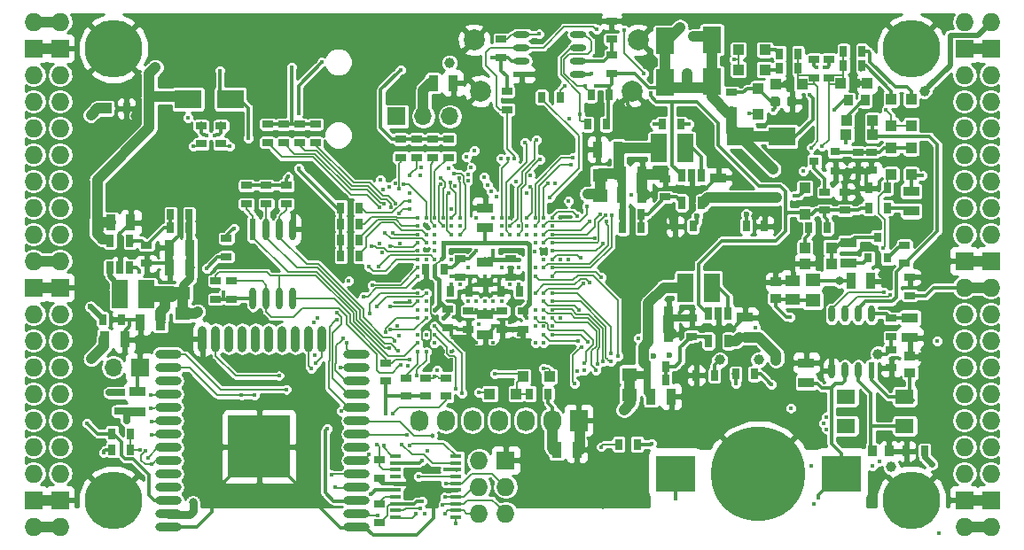
<source format=gbl>
G04 #@! TF.GenerationSoftware,KiCad,Pcbnew,5.0.0+dfsg1-1*
G04 #@! TF.CreationDate,2018-08-19T11:58:05+02:00*
G04 #@! TF.ProjectId,ulx3s,756C7833732E6B696361645F70636200,rev?*
G04 #@! TF.SameCoordinates,Original*
G04 #@! TF.FileFunction,Copper,L4,Bot,Signal*
G04 #@! TF.FilePolarity,Positive*
%FSLAX46Y46*%
G04 Gerber Fmt 4.6, Leading zero omitted, Abs format (unit mm)*
G04 Created by KiCad (PCBNEW 5.0.0+dfsg1-1) date Sun Aug 19 11:58:05 2018*
%MOMM*%
%LPD*%
G01*
G04 APERTURE LIST*
G04 #@! TA.AperFunction,EtchedComponent*
%ADD10C,1.000000*%
G04 #@! TD*
G04 #@! TA.AperFunction,ComponentPad*
%ADD11C,2.000000*%
G04 #@! TD*
G04 #@! TA.AperFunction,SMDPad,CuDef*
%ADD12O,2.500000X0.900000*%
G04 #@! TD*
G04 #@! TA.AperFunction,SMDPad,CuDef*
%ADD13O,0.900000X2.500000*%
G04 #@! TD*
G04 #@! TA.AperFunction,SMDPad,CuDef*
%ADD14R,6.000000X6.000000*%
G04 #@! TD*
G04 #@! TA.AperFunction,SMDPad,CuDef*
%ADD15R,0.670000X1.000000*%
G04 #@! TD*
G04 #@! TA.AperFunction,SMDPad,CuDef*
%ADD16R,1.400000X1.295000*%
G04 #@! TD*
G04 #@! TA.AperFunction,SMDPad,CuDef*
%ADD17R,2.500000X1.800000*%
G04 #@! TD*
G04 #@! TA.AperFunction,SMDPad,CuDef*
%ADD18R,1.800000X2.500000*%
G04 #@! TD*
G04 #@! TA.AperFunction,SMDPad,CuDef*
%ADD19R,3.700000X3.500000*%
G04 #@! TD*
G04 #@! TA.AperFunction,BGAPad,CuDef*
%ADD20C,9.000000*%
G04 #@! TD*
G04 #@! TA.AperFunction,SMDPad,CuDef*
%ADD21R,1.550000X0.600000*%
G04 #@! TD*
G04 #@! TA.AperFunction,SMDPad,CuDef*
%ADD22O,1.550000X0.600000*%
G04 #@! TD*
G04 #@! TA.AperFunction,SMDPad,CuDef*
%ADD23R,0.600000X2.100000*%
G04 #@! TD*
G04 #@! TA.AperFunction,SMDPad,CuDef*
%ADD24O,0.600000X2.100000*%
G04 #@! TD*
G04 #@! TA.AperFunction,SMDPad,CuDef*
%ADD25R,0.600000X1.550000*%
G04 #@! TD*
G04 #@! TA.AperFunction,SMDPad,CuDef*
%ADD26O,0.600000X1.550000*%
G04 #@! TD*
G04 #@! TA.AperFunction,SMDPad,CuDef*
%ADD27R,1.000000X0.400000*%
G04 #@! TD*
G04 #@! TA.AperFunction,SMDPad,CuDef*
%ADD28R,0.700000X1.200000*%
G04 #@! TD*
G04 #@! TA.AperFunction,ComponentPad*
%ADD29O,1.727200X1.727200*%
G04 #@! TD*
G04 #@! TA.AperFunction,ComponentPad*
%ADD30R,1.727200X1.727200*%
G04 #@! TD*
G04 #@! TA.AperFunction,ComponentPad*
%ADD31C,5.500000*%
G04 #@! TD*
G04 #@! TA.AperFunction,ComponentPad*
%ADD32R,1.727200X2.032000*%
G04 #@! TD*
G04 #@! TA.AperFunction,ComponentPad*
%ADD33O,1.727200X2.032000*%
G04 #@! TD*
G04 #@! TA.AperFunction,SMDPad,CuDef*
%ADD34R,1.800000X1.400000*%
G04 #@! TD*
G04 #@! TA.AperFunction,SMDPad,CuDef*
%ADD35R,0.970000X1.500000*%
G04 #@! TD*
G04 #@! TA.AperFunction,SMDPad,CuDef*
%ADD36R,1.500000X0.970000*%
G04 #@! TD*
G04 #@! TA.AperFunction,SMDPad,CuDef*
%ADD37R,1.000000X0.670000*%
G04 #@! TD*
G04 #@! TA.AperFunction,SMDPad,CuDef*
%ADD38R,1.000000X1.000000*%
G04 #@! TD*
G04 #@! TA.AperFunction,BGAPad,CuDef*
%ADD39C,0.300000*%
G04 #@! TD*
G04 #@! TA.AperFunction,ComponentPad*
%ADD40R,1.700000X1.700000*%
G04 #@! TD*
G04 #@! TA.AperFunction,ComponentPad*
%ADD41O,1.700000X1.700000*%
G04 #@! TD*
G04 #@! TA.AperFunction,SMDPad,CuDef*
%ADD42R,1.500000X2.700000*%
G04 #@! TD*
G04 #@! TA.AperFunction,SMDPad,CuDef*
%ADD43R,0.800000X0.900000*%
G04 #@! TD*
G04 #@! TA.AperFunction,SMDPad,CuDef*
%ADD44R,0.900000X0.800000*%
G04 #@! TD*
G04 #@! TA.AperFunction,SMDPad,CuDef*
%ADD45R,0.820000X1.000000*%
G04 #@! TD*
G04 #@! TA.AperFunction,SMDPad,CuDef*
%ADD46R,1.000000X0.820000*%
G04 #@! TD*
G04 #@! TA.AperFunction,SMDPad,CuDef*
%ADD47R,1.400000X1.120000*%
G04 #@! TD*
G04 #@! TA.AperFunction,Conductor*
%ADD48C,0.100000*%
G04 #@! TD*
G04 #@! TA.AperFunction,SMDPad,CuDef*
%ADD49C,0.875000*%
G04 #@! TD*
G04 #@! TA.AperFunction,ViaPad*
%ADD50C,2.000000*%
G04 #@! TD*
G04 #@! TA.AperFunction,ViaPad*
%ADD51C,0.419000*%
G04 #@! TD*
G04 #@! TA.AperFunction,ViaPad*
%ADD52C,0.600000*%
G04 #@! TD*
G04 #@! TA.AperFunction,ViaPad*
%ADD53C,1.000000*%
G04 #@! TD*
G04 #@! TA.AperFunction,ViaPad*
%ADD54C,0.800000*%
G04 #@! TD*
G04 #@! TA.AperFunction,ViaPad*
%ADD55C,0.700000*%
G04 #@! TD*
G04 #@! TA.AperFunction,ViaPad*
%ADD56C,0.454000*%
G04 #@! TD*
G04 #@! TA.AperFunction,Conductor*
%ADD57C,0.300000*%
G04 #@! TD*
G04 #@! TA.AperFunction,Conductor*
%ADD58C,1.000000*%
G04 #@! TD*
G04 #@! TA.AperFunction,Conductor*
%ADD59C,0.700000*%
G04 #@! TD*
G04 #@! TA.AperFunction,Conductor*
%ADD60C,0.127000*%
G04 #@! TD*
G04 #@! TA.AperFunction,Conductor*
%ADD61C,0.500000*%
G04 #@! TD*
G04 #@! TA.AperFunction,Conductor*
%ADD62C,0.400000*%
G04 #@! TD*
G04 #@! TA.AperFunction,Conductor*
%ADD63C,0.800000*%
G04 #@! TD*
G04 #@! TA.AperFunction,Conductor*
%ADD64C,0.600000*%
G04 #@! TD*
G04 #@! TA.AperFunction,Conductor*
%ADD65C,0.190000*%
G04 #@! TD*
G04 #@! TA.AperFunction,Conductor*
%ADD66C,1.500000*%
G04 #@! TD*
G04 #@! TA.AperFunction,Conductor*
%ADD67C,0.200000*%
G04 #@! TD*
G04 #@! TA.AperFunction,Conductor*
%ADD68C,0.254000*%
G04 #@! TD*
G04 APERTURE END LIST*
D10*
G04 #@! TO.C,RP3*
X149472000Y-77311000D02*
X149472000Y-79311000D01*
G04 #@! TO.C,RP2*
X109609000Y-88632000D02*
X109609000Y-90632000D01*
G04 #@! TO.C,RP1*
X152281000Y-96361000D02*
X152281000Y-98361000D01*
G04 #@! TO.C,D9*
X166854000Y-73630000D02*
X162854000Y-73630000D01*
G04 #@! TO.C,D52*
X160155000Y-64391000D02*
X160155000Y-68391000D01*
G04 #@! TO.C,D51*
X155710000Y-68518000D02*
X155710000Y-64518000D01*
G04 #@! TD*
D11*
G04 #@! TO.P,GPDI1,0*
G04 #@! TO.N,GND*
X152546000Y-69312000D03*
X138046000Y-69312000D03*
X153146000Y-64412000D03*
X137446000Y-64412000D03*
G04 #@! TD*
D12*
G04 #@! TO.P,U9,38*
G04 #@! TO.N,GND*
X126230000Y-111000000D03*
G04 #@! TO.P,U9,37*
G04 #@! TO.N,JTAG_TDI*
X126230000Y-109730000D03*
G04 #@! TO.P,U9,36*
G04 #@! TO.N,PROG_DONE*
X126230000Y-108460000D03*
G04 #@! TO.P,U9,35*
G04 #@! TO.N,WIFI_TXD*
X126230000Y-107190000D03*
G04 #@! TO.P,U9,34*
G04 #@! TO.N,WIFI_RXD*
X126230000Y-105920000D03*
G04 #@! TO.P,U9,33*
G04 #@! TO.N,JTAG_TMS*
X126230000Y-104650000D03*
G04 #@! TO.P,U9,32*
G04 #@! TO.N,N/C*
X126230000Y-103380000D03*
G04 #@! TO.P,U9,31*
G04 #@! TO.N,JTAG_TDO*
X126230000Y-102110000D03*
G04 #@! TO.P,U9,30*
G04 #@! TO.N,JTAG_TCK*
X126230000Y-100840000D03*
G04 #@! TO.P,U9,29*
G04 #@! TO.N,WIFI_GPIO5*
X126230000Y-99570000D03*
G04 #@! TO.P,U9,28*
G04 #@! TO.N,WIFI_GPIO17*
X126230000Y-98300000D03*
G04 #@! TO.P,U9,27*
G04 #@! TO.N,WIFI_GPIO16*
X126230000Y-97030000D03*
G04 #@! TO.P,U9,26*
G04 #@! TO.N,SD_D1*
X126230000Y-95760000D03*
G04 #@! TO.P,U9,25*
G04 #@! TO.N,WIFI_GPIO0*
X126230000Y-94490000D03*
D13*
G04 #@! TO.P,U9,24*
G04 #@! TO.N,SD_D0*
X122945000Y-93000000D03*
G04 #@! TO.P,U9,23*
G04 #@! TO.N,SD_CMD*
X121675000Y-93000000D03*
G04 #@! TO.P,U9,22*
G04 #@! TO.N,N/C*
X120405000Y-93000000D03*
G04 #@! TO.P,U9,21*
X119135000Y-93000000D03*
G04 #@! TO.P,U9,20*
X117865000Y-93000000D03*
G04 #@! TO.P,U9,19*
X116595000Y-93000000D03*
G04 #@! TO.P,U9,18*
X115325000Y-93000000D03*
G04 #@! TO.P,U9,17*
X114055000Y-93000000D03*
G04 #@! TO.P,U9,16*
G04 #@! TO.N,SD_D3*
X112785000Y-93000000D03*
G04 #@! TO.P,U9,15*
G04 #@! TO.N,GND*
X111515000Y-93000000D03*
D12*
G04 #@! TO.P,U9,14*
G04 #@! TO.N,SD_D2*
X108230000Y-94490000D03*
G04 #@! TO.P,U9,13*
G04 #@! TO.N,SD_CLK*
X108230000Y-95760000D03*
G04 #@! TO.P,U9,12*
G04 #@! TO.N,N/C*
X108230000Y-97030000D03*
G04 #@! TO.P,U9,11*
G04 #@! TO.N,GP11*
X108230000Y-98300000D03*
G04 #@! TO.P,U9,10*
G04 #@! TO.N,GN11*
X108230000Y-99570000D03*
G04 #@! TO.P,U9,9*
G04 #@! TO.N,GP12*
X108230000Y-100840000D03*
G04 #@! TO.P,U9,8*
G04 #@! TO.N,GN12*
X108230000Y-102110000D03*
G04 #@! TO.P,U9,7*
G04 #@! TO.N,GP13*
X108230000Y-103380000D03*
G04 #@! TO.P,U9,6*
G04 #@! TO.N,GN13*
X108230000Y-104650000D03*
G04 #@! TO.P,U9,5*
G04 #@! TO.N,N/C*
X108230000Y-105920000D03*
G04 #@! TO.P,U9,4*
X108230000Y-107190000D03*
G04 #@! TO.P,U9,3*
G04 #@! TO.N,/wifi/WIFIEN*
X108230000Y-108460000D03*
G04 #@! TO.P,U9,2*
G04 #@! TO.N,+3V3*
X108230000Y-109730000D03*
G04 #@! TO.P,U9,1*
G04 #@! TO.N,GND*
X108230000Y-111000000D03*
D14*
G04 #@! TO.P,U9,39*
X116930000Y-103300000D03*
G04 #@! TD*
D15*
G04 #@! TO.P,C49,2*
G04 #@! TO.N,GND*
X103738000Y-91156000D03*
G04 #@! TO.P,C49,1*
G04 #@! TO.N,2V5_3V3*
X101988000Y-91156000D03*
G04 #@! TD*
D16*
G04 #@! TO.P,RP3,2*
G04 #@! TO.N,+3V3*
X149472000Y-79278500D03*
G04 #@! TO.P,RP3,1*
G04 #@! TO.N,/power/P3V3*
X149472000Y-77343500D03*
G04 #@! TD*
G04 #@! TO.P,RP2,2*
G04 #@! TO.N,+2V5*
X109609000Y-90599500D03*
G04 #@! TO.P,RP2,1*
G04 #@! TO.N,/power/P2V5*
X109609000Y-88664500D03*
G04 #@! TD*
G04 #@! TO.P,RP1,2*
G04 #@! TO.N,+1V1*
X152281000Y-98328500D03*
G04 #@! TO.P,RP1,1*
G04 #@! TO.N,/power/P1V1*
X152281000Y-96393500D03*
G04 #@! TD*
D17*
G04 #@! TO.P,D9,2*
G04 #@! TO.N,+5V*
X162854000Y-73630000D03*
G04 #@! TO.P,D9,1*
G04 #@! TO.N,/usb/US2VBUS*
X166854000Y-73630000D03*
G04 #@! TD*
D18*
G04 #@! TO.P,D52,2*
G04 #@! TO.N,+5V*
X160155000Y-68391000D03*
G04 #@! TO.P,D52,1*
G04 #@! TO.N,/gpio/OUT5V*
X160155000Y-64391000D03*
G04 #@! TD*
G04 #@! TO.P,D51,2*
G04 #@! TO.N,/gpio/IN5V*
X155710000Y-64518000D03*
G04 #@! TO.P,D51,1*
G04 #@! TO.N,+5V*
X155710000Y-68518000D03*
G04 #@! TD*
D19*
G04 #@! TO.P,BAT1,1*
G04 #@! TO.N,/power/VBAT*
X172485000Y-105870000D03*
X156685000Y-105870000D03*
D20*
G04 #@! TO.P,BAT1,2*
G04 #@! TO.N,GND*
X164585000Y-105870000D03*
G04 #@! TD*
D21*
G04 #@! TO.P,U11,1*
G04 #@! TO.N,GND*
X141980000Y-67706500D03*
D22*
G04 #@! TO.P,U11,2*
G04 #@! TO.N,+2V5*
X141980000Y-66436500D03*
G04 #@! TO.P,U11,3*
G04 #@! TO.N,FPDI_SCL*
X141980000Y-65166500D03*
G04 #@! TO.P,U11,4*
G04 #@! TO.N,FPDI_SDA*
X141980000Y-63896500D03*
G04 #@! TO.P,U11,5*
G04 #@! TO.N,GPDI_SDA*
X147380000Y-63896500D03*
G04 #@! TO.P,U11,6*
G04 #@! TO.N,GPDI_SCL*
X147380000Y-65166500D03*
G04 #@! TO.P,U11,7*
G04 #@! TO.N,/gpdi/VREF2*
X147380000Y-66436500D03*
G04 #@! TO.P,U11,8*
G04 #@! TO.N,+3V3*
X147380000Y-67706500D03*
G04 #@! TD*
D23*
G04 #@! TO.P,U10,1*
G04 #@! TO.N,/flash/FLASH_nCS*
X116340000Y-82520000D03*
D24*
G04 #@! TO.P,U10,2*
G04 #@! TO.N,/flash/FLASH_MISO*
X117610000Y-82520000D03*
G04 #@! TO.P,U10,3*
G04 #@! TO.N,/flash/FLASH_nWP*
X118880000Y-82520000D03*
G04 #@! TO.P,U10,4*
G04 #@! TO.N,GND*
X120150000Y-82520000D03*
G04 #@! TO.P,U10,5*
G04 #@! TO.N,/flash/FLASH_MOSI*
X120150000Y-89124000D03*
G04 #@! TO.P,U10,6*
G04 #@! TO.N,/flash/FLASH_SCK*
X118880000Y-89124000D03*
G04 #@! TO.P,U10,7*
G04 #@! TO.N,/flash/FLASH_nHOLD*
X117610000Y-89124000D03*
G04 #@! TO.P,U10,8*
G04 #@! TO.N,+3V3*
X116340000Y-89124000D03*
G04 #@! TD*
D25*
G04 #@! TO.P,U7,1*
G04 #@! TO.N,/power/OSCI_32k*
X175395000Y-96015000D03*
D26*
G04 #@! TO.P,U7,2*
G04 #@! TO.N,/power/OSCO_32k*
X174125000Y-96015000D03*
G04 #@! TO.P,U7,3*
G04 #@! TO.N,/power/VBAT*
X172855000Y-96015000D03*
G04 #@! TO.P,U7,4*
G04 #@! TO.N,GND*
X171585000Y-96015000D03*
G04 #@! TO.P,U7,5*
G04 #@! TO.N,FPDI_SDA*
X171585000Y-90615000D03*
G04 #@! TO.P,U7,6*
G04 #@! TO.N,FPDI_SCL*
X172855000Y-90615000D03*
G04 #@! TO.P,U7,7*
G04 #@! TO.N,/power/WAKEUPn*
X174125000Y-90615000D03*
G04 #@! TO.P,U7,8*
G04 #@! TO.N,/power/RTCVDD*
X175395000Y-90615000D03*
G04 #@! TD*
D27*
G04 #@! TO.P,U6,20*
G04 #@! TO.N,FTDI_TXD*
X129935000Y-104215000D03*
G04 #@! TO.P,U6,19*
G04 #@! TO.N,FTDI_nSLEEP*
X129935000Y-104865000D03*
G04 #@! TO.P,U6,18*
G04 #@! TO.N,FTDI_TXDEN*
X129935000Y-105515000D03*
G04 #@! TO.P,U6,17*
G04 #@! TO.N,N/C*
X129935000Y-106165000D03*
G04 #@! TO.P,U6,16*
G04 #@! TO.N,GND*
X129935000Y-106815000D03*
G04 #@! TO.P,U6,15*
G04 #@! TO.N,USB5V*
X129935000Y-107465000D03*
G04 #@! TO.P,U6,14*
G04 #@! TO.N,nRESET*
X129935000Y-108115000D03*
G04 #@! TO.P,U6,13*
G04 #@! TO.N,FT2V5*
X129935000Y-108765000D03*
G04 #@! TO.P,U6,12*
G04 #@! TO.N,USB_FTDI_D-*
X129935000Y-109415000D03*
G04 #@! TO.P,U6,11*
G04 #@! TO.N,USB_FTDI_D+*
X129935000Y-110065000D03*
G04 #@! TO.P,U6,10*
G04 #@! TO.N,FTDI_nTXLED*
X135735000Y-110065000D03*
G04 #@! TO.P,U6,9*
G04 #@! TO.N,JTAG_TDO*
X135735000Y-109415000D03*
G04 #@! TO.P,U6,8*
G04 #@! TO.N,JTAG_TMS*
X135735000Y-108765000D03*
G04 #@! TO.P,U6,7*
G04 #@! TO.N,JTAG_TCK*
X135735000Y-108115000D03*
G04 #@! TO.P,U6,6*
G04 #@! TO.N,GND*
X135735000Y-107465000D03*
G04 #@! TO.P,U6,5*
G04 #@! TO.N,JTAG_TDI*
X135735000Y-106815000D03*
G04 #@! TO.P,U6,4*
G04 #@! TO.N,FTDI_RXD*
X135735000Y-106165000D03*
G04 #@! TO.P,U6,3*
G04 #@! TO.N,FT2V5*
X135735000Y-105515000D03*
G04 #@! TO.P,U6,2*
G04 #@! TO.N,FTDI_nRTS*
X135735000Y-104865000D03*
G04 #@! TO.P,U6,1*
G04 #@! TO.N,FTDI_nDTR*
X135735000Y-104215000D03*
G04 #@! TD*
D28*
G04 #@! TO.P,U5,1*
G04 #@! TO.N,/power/PWREN*
X157285000Y-77392000D03*
G04 #@! TO.P,U5,2*
G04 #@! TO.N,GND*
X158235000Y-77392000D03*
G04 #@! TO.P,U5,3*
G04 #@! TO.N,/power/L3*
X159185000Y-77392000D03*
G04 #@! TO.P,U5,4*
G04 #@! TO.N,+5V*
X159185000Y-79992000D03*
G04 #@! TO.P,U5,5*
G04 #@! TO.N,/power/FB3*
X157285000Y-79992000D03*
G04 #@! TD*
G04 #@! TO.P,U3,1*
G04 #@! TO.N,/power/PWREN*
X159825000Y-90600000D03*
G04 #@! TO.P,U3,2*
G04 #@! TO.N,GND*
X160775000Y-90600000D03*
G04 #@! TO.P,U3,3*
G04 #@! TO.N,/power/L1*
X161725000Y-90600000D03*
G04 #@! TO.P,U3,4*
G04 #@! TO.N,+5V*
X161725000Y-93200000D03*
G04 #@! TO.P,U3,5*
G04 #@! TO.N,/power/FB1*
X159825000Y-93200000D03*
G04 #@! TD*
G04 #@! TO.P,U4,1*
G04 #@! TO.N,/power/PWREN*
X104575000Y-86215000D03*
G04 #@! TO.P,U4,2*
G04 #@! TO.N,GND*
X103625000Y-86215000D03*
G04 #@! TO.P,U4,3*
G04 #@! TO.N,/power/L2*
X102675000Y-86215000D03*
G04 #@! TO.P,U4,4*
G04 #@! TO.N,+5V*
X102675000Y-83615000D03*
G04 #@! TO.P,U4,5*
G04 #@! TO.N,/power/FB2*
X104575000Y-83615000D03*
G04 #@! TD*
D29*
G04 #@! TO.P,J1,1*
G04 #@! TO.N,2V5_3V3*
X97910000Y-62690000D03*
G04 #@! TO.P,J1,2*
X95370000Y-62690000D03*
D30*
G04 #@! TO.P,J1,3*
G04 #@! TO.N,GND*
X97910000Y-65230000D03*
G04 #@! TO.P,J1,4*
X95370000Y-65230000D03*
D29*
G04 #@! TO.P,J1,5*
G04 #@! TO.N,GN0*
X97910000Y-67770000D03*
G04 #@! TO.P,J1,6*
G04 #@! TO.N,GP0*
X95370000Y-67770000D03*
G04 #@! TO.P,J1,7*
G04 #@! TO.N,GN1*
X97910000Y-70310000D03*
G04 #@! TO.P,J1,8*
G04 #@! TO.N,GP1*
X95370000Y-70310000D03*
G04 #@! TO.P,J1,9*
G04 #@! TO.N,GN2*
X97910000Y-72850000D03*
G04 #@! TO.P,J1,10*
G04 #@! TO.N,GP2*
X95370000Y-72850000D03*
G04 #@! TO.P,J1,11*
G04 #@! TO.N,GN3*
X97910000Y-75390000D03*
G04 #@! TO.P,J1,12*
G04 #@! TO.N,GP3*
X95370000Y-75390000D03*
G04 #@! TO.P,J1,13*
G04 #@! TO.N,GN4*
X97910000Y-77930000D03*
G04 #@! TO.P,J1,14*
G04 #@! TO.N,GP4*
X95370000Y-77930000D03*
G04 #@! TO.P,J1,15*
G04 #@! TO.N,GN5*
X97910000Y-80470000D03*
G04 #@! TO.P,J1,16*
G04 #@! TO.N,GP5*
X95370000Y-80470000D03*
G04 #@! TO.P,J1,17*
G04 #@! TO.N,GN6*
X97910000Y-83010000D03*
G04 #@! TO.P,J1,18*
G04 #@! TO.N,GP6*
X95370000Y-83010000D03*
G04 #@! TO.P,J1,19*
G04 #@! TO.N,2V5_3V3*
X97910000Y-85550000D03*
G04 #@! TO.P,J1,20*
X95370000Y-85550000D03*
D30*
G04 #@! TO.P,J1,21*
G04 #@! TO.N,GND*
X97910000Y-88090000D03*
G04 #@! TO.P,J1,22*
X95370000Y-88090000D03*
D29*
G04 #@! TO.P,J1,23*
G04 #@! TO.N,GN7*
X97910000Y-90630000D03*
G04 #@! TO.P,J1,24*
G04 #@! TO.N,GP7*
X95370000Y-90630000D03*
G04 #@! TO.P,J1,25*
G04 #@! TO.N,GN8*
X97910000Y-93170000D03*
G04 #@! TO.P,J1,26*
G04 #@! TO.N,GP8*
X95370000Y-93170000D03*
G04 #@! TO.P,J1,27*
G04 #@! TO.N,GN9*
X97910000Y-95710000D03*
G04 #@! TO.P,J1,28*
G04 #@! TO.N,GP9*
X95370000Y-95710000D03*
G04 #@! TO.P,J1,29*
G04 #@! TO.N,GN10*
X97910000Y-98250000D03*
G04 #@! TO.P,J1,30*
G04 #@! TO.N,GP10*
X95370000Y-98250000D03*
G04 #@! TO.P,J1,31*
G04 #@! TO.N,GN11*
X97910000Y-100790000D03*
G04 #@! TO.P,J1,32*
G04 #@! TO.N,GP11*
X95370000Y-100790000D03*
G04 #@! TO.P,J1,33*
G04 #@! TO.N,GN12*
X97910000Y-103330000D03*
G04 #@! TO.P,J1,34*
G04 #@! TO.N,GP12*
X95370000Y-103330000D03*
G04 #@! TO.P,J1,35*
G04 #@! TO.N,GN13*
X97910000Y-105870000D03*
G04 #@! TO.P,J1,36*
G04 #@! TO.N,GP13*
X95370000Y-105870000D03*
D30*
G04 #@! TO.P,J1,37*
G04 #@! TO.N,GND*
X97910000Y-108410000D03*
G04 #@! TO.P,J1,38*
X95370000Y-108410000D03*
D29*
G04 #@! TO.P,J1,39*
G04 #@! TO.N,2V5_3V3*
X97910000Y-110950000D03*
G04 #@! TO.P,J1,40*
X95370000Y-110950000D03*
G04 #@! TD*
G04 #@! TO.P,J2,1*
G04 #@! TO.N,+3V3*
X184270000Y-110950000D03*
G04 #@! TO.P,J2,2*
X186810000Y-110950000D03*
D30*
G04 #@! TO.P,J2,3*
G04 #@! TO.N,GND*
X184270000Y-108410000D03*
G04 #@! TO.P,J2,4*
X186810000Y-108410000D03*
D29*
G04 #@! TO.P,J2,5*
G04 #@! TO.N,GN14*
X184270000Y-105870000D03*
G04 #@! TO.P,J2,6*
G04 #@! TO.N,GP14*
X186810000Y-105870000D03*
G04 #@! TO.P,J2,7*
G04 #@! TO.N,GN15*
X184270000Y-103330000D03*
G04 #@! TO.P,J2,8*
G04 #@! TO.N,GP15*
X186810000Y-103330000D03*
G04 #@! TO.P,J2,9*
G04 #@! TO.N,GN16*
X184270000Y-100790000D03*
G04 #@! TO.P,J2,10*
G04 #@! TO.N,GP16*
X186810000Y-100790000D03*
G04 #@! TO.P,J2,11*
G04 #@! TO.N,GN17*
X184270000Y-98250000D03*
G04 #@! TO.P,J2,12*
G04 #@! TO.N,GP17*
X186810000Y-98250000D03*
G04 #@! TO.P,J2,13*
G04 #@! TO.N,GN18*
X184270000Y-95710000D03*
G04 #@! TO.P,J2,14*
G04 #@! TO.N,GP18*
X186810000Y-95710000D03*
G04 #@! TO.P,J2,15*
G04 #@! TO.N,GN19*
X184270000Y-93170000D03*
G04 #@! TO.P,J2,16*
G04 #@! TO.N,GP19*
X186810000Y-93170000D03*
G04 #@! TO.P,J2,17*
G04 #@! TO.N,GN20*
X184270000Y-90630000D03*
G04 #@! TO.P,J2,18*
G04 #@! TO.N,GP20*
X186810000Y-90630000D03*
G04 #@! TO.P,J2,19*
G04 #@! TO.N,+3V3*
X184270000Y-88090000D03*
G04 #@! TO.P,J2,20*
X186810000Y-88090000D03*
D30*
G04 #@! TO.P,J2,21*
G04 #@! TO.N,GND*
X184270000Y-85550000D03*
G04 #@! TO.P,J2,22*
X186810000Y-85550000D03*
D29*
G04 #@! TO.P,J2,23*
G04 #@! TO.N,GN21*
X184270000Y-83010000D03*
G04 #@! TO.P,J2,24*
G04 #@! TO.N,GP21*
X186810000Y-83010000D03*
G04 #@! TO.P,J2,25*
G04 #@! TO.N,GN22*
X184270000Y-80470000D03*
G04 #@! TO.P,J2,26*
G04 #@! TO.N,GP22*
X186810000Y-80470000D03*
G04 #@! TO.P,J2,27*
G04 #@! TO.N,GN23*
X184270000Y-77930000D03*
G04 #@! TO.P,J2,28*
G04 #@! TO.N,GP23*
X186810000Y-77930000D03*
G04 #@! TO.P,J2,29*
G04 #@! TO.N,GN24*
X184270000Y-75390000D03*
G04 #@! TO.P,J2,30*
G04 #@! TO.N,GP24*
X186810000Y-75390000D03*
G04 #@! TO.P,J2,31*
G04 #@! TO.N,GN25*
X184270000Y-72850000D03*
G04 #@! TO.P,J2,32*
G04 #@! TO.N,GP25*
X186810000Y-72850000D03*
G04 #@! TO.P,J2,33*
G04 #@! TO.N,GN26*
X184270000Y-70310000D03*
G04 #@! TO.P,J2,34*
G04 #@! TO.N,GP26*
X186810000Y-70310000D03*
G04 #@! TO.P,J2,35*
G04 #@! TO.N,GN27*
X184270000Y-67770000D03*
G04 #@! TO.P,J2,36*
G04 #@! TO.N,GP27*
X186810000Y-67770000D03*
D30*
G04 #@! TO.P,J2,37*
G04 #@! TO.N,GND*
X184270000Y-65230000D03*
G04 #@! TO.P,J2,38*
X186810000Y-65230000D03*
D29*
G04 #@! TO.P,J2,39*
G04 #@! TO.N,/gpio/IN5V*
X184270000Y-62690000D03*
G04 #@! TO.P,J2,40*
G04 #@! TO.N,/gpio/OUT5V*
X186810000Y-62690000D03*
G04 #@! TD*
D31*
G04 #@! TO.P,H1,1*
G04 #@! TO.N,GND*
X102990000Y-108410000D03*
G04 #@! TD*
G04 #@! TO.P,H2,1*
G04 #@! TO.N,GND*
X179190000Y-108410000D03*
G04 #@! TD*
G04 #@! TO.P,H3,1*
G04 #@! TO.N,GND*
X179190000Y-65230000D03*
G04 #@! TD*
G04 #@! TO.P,H4,1*
G04 #@! TO.N,GND*
X102990000Y-65230000D03*
G04 #@! TD*
D30*
G04 #@! TO.P,J4,1*
G04 #@! TO.N,GND*
X140455000Y-104600000D03*
D29*
G04 #@! TO.P,J4,2*
G04 #@! TO.N,+3V3*
X137915000Y-104600000D03*
G04 #@! TO.P,J4,3*
G04 #@! TO.N,JTAG_TDI*
X140455000Y-107140000D03*
G04 #@! TO.P,J4,4*
G04 #@! TO.N,JTAG_TCK*
X137915000Y-107140000D03*
G04 #@! TO.P,J4,5*
G04 #@! TO.N,JTAG_TMS*
X140455000Y-109680000D03*
G04 #@! TO.P,J4,6*
G04 #@! TO.N,JTAG_TDO*
X137915000Y-109680000D03*
G04 #@! TD*
D32*
G04 #@! TO.P,OLED1,1*
G04 #@! TO.N,GND*
X147440000Y-100790000D03*
D33*
G04 #@! TO.P,OLED1,2*
G04 #@! TO.N,+3V3*
X144900000Y-100790000D03*
G04 #@! TO.P,OLED1,3*
G04 #@! TO.N,OLED_CLK*
X142360000Y-100790000D03*
G04 #@! TO.P,OLED1,4*
G04 #@! TO.N,OLED_MOSI*
X139820000Y-100790000D03*
G04 #@! TO.P,OLED1,5*
G04 #@! TO.N,OLED_RES*
X137280000Y-100790000D03*
G04 #@! TO.P,OLED1,6*
G04 #@! TO.N,OLED_DC*
X134740000Y-100790000D03*
G04 #@! TO.P,OLED1,7*
G04 #@! TO.N,OLED_CS*
X132200000Y-100790000D03*
G04 #@! TD*
D34*
G04 #@! TO.P,Y2,4*
G04 #@! TO.N,/power/OSCI_32k*
X178576000Y-98522000D03*
G04 #@! TO.P,Y2,3*
G04 #@! TO.N,N/C*
X172976000Y-98522000D03*
G04 #@! TO.P,Y2,2*
X172976000Y-101322000D03*
G04 #@! TO.P,Y2,1*
G04 #@! TO.N,/power/OSCO_32k*
X178576000Y-101322000D03*
G04 #@! TD*
D35*
G04 #@! TO.P,C47,1*
G04 #@! TO.N,2V5_3V3*
X133546000Y-68550000D03*
G04 #@! TO.P,C47,2*
G04 #@! TO.N,GND*
X135456000Y-68550000D03*
G04 #@! TD*
G04 #@! TO.P,C1,1*
G04 #@! TO.N,+5V*
X102748500Y-81885000D03*
G04 #@! TO.P,C1,2*
G04 #@! TO.N,GND*
X104658500Y-81885000D03*
G04 #@! TD*
D15*
G04 #@! TO.P,C2,1*
G04 #@! TO.N,/power/P1V1*
X153985000Y-96910000D03*
G04 #@! TO.P,C2,2*
G04 #@! TO.N,/power/FB1*
X155735000Y-96910000D03*
G04 #@! TD*
D35*
G04 #@! TO.P,C3,2*
G04 #@! TO.N,GND*
X156015000Y-90630000D03*
G04 #@! TO.P,C3,1*
G04 #@! TO.N,/power/P1V1*
X154105000Y-90630000D03*
G04 #@! TD*
G04 #@! TO.P,C4,1*
G04 #@! TO.N,/power/P1V1*
X154105000Y-92535000D03*
G04 #@! TO.P,C4,2*
G04 #@! TO.N,GND*
X156015000Y-92535000D03*
G04 #@! TD*
D36*
G04 #@! TO.P,C5,2*
G04 #@! TO.N,GND*
X163315000Y-90945000D03*
G04 #@! TO.P,C5,1*
G04 #@! TO.N,+5V*
X163315000Y-92855000D03*
G04 #@! TD*
D15*
G04 #@! TO.P,C6,1*
G04 #@! TO.N,/power/P3V3*
X151645000Y-82375000D03*
G04 #@! TO.P,C6,2*
G04 #@! TO.N,/power/FB3*
X153395000Y-82375000D03*
G04 #@! TD*
D35*
G04 #@! TO.P,C7,2*
G04 #@! TO.N,GND*
X153475000Y-79200000D03*
G04 #@! TO.P,C7,1*
G04 #@! TO.N,/power/P3V3*
X151565000Y-79200000D03*
G04 #@! TD*
G04 #@! TO.P,C8,2*
G04 #@! TO.N,GND*
X153475000Y-77295000D03*
G04 #@! TO.P,C8,1*
G04 #@! TO.N,/power/P3V3*
X151565000Y-77295000D03*
G04 #@! TD*
D36*
G04 #@! TO.P,C9,1*
G04 #@! TO.N,+5V*
X160775000Y-79520000D03*
G04 #@! TO.P,C9,2*
G04 #@! TO.N,GND*
X160775000Y-77610000D03*
G04 #@! TD*
D15*
G04 #@! TO.P,C10,2*
G04 #@! TO.N,/power/FB2*
X108465000Y-81105000D03*
G04 #@! TO.P,C10,1*
G04 #@! TO.N,/power/P2V5*
X110215000Y-81105000D03*
G04 #@! TD*
D35*
G04 #@! TO.P,C11,2*
G04 #@! TO.N,GND*
X108385000Y-84280000D03*
G04 #@! TO.P,C11,1*
G04 #@! TO.N,/power/P2V5*
X110295000Y-84280000D03*
G04 #@! TD*
G04 #@! TO.P,C12,1*
G04 #@! TO.N,/power/P2V5*
X110295000Y-86185000D03*
G04 #@! TO.P,C12,2*
G04 #@! TO.N,GND*
X108385000Y-86185000D03*
G04 #@! TD*
D36*
G04 #@! TO.P,C13,2*
G04 #@! TO.N,/power/WKUP*
X173221000Y-83833000D03*
G04 #@! TO.P,C13,1*
G04 #@! TO.N,+5V*
X173221000Y-85743000D03*
G04 #@! TD*
D37*
G04 #@! TO.P,C14,2*
G04 #@! TO.N,GND*
X175380000Y-76900000D03*
G04 #@! TO.P,C14,1*
G04 #@! TO.N,/power/SHUT*
X175380000Y-75150000D03*
G04 #@! TD*
D36*
G04 #@! TO.P,C15,1*
G04 #@! TO.N,/sdcard/SD3V3*
X105276000Y-99967000D03*
G04 #@! TO.P,C15,2*
G04 #@! TO.N,GND*
X105276000Y-98057000D03*
G04 #@! TD*
D35*
G04 #@! TO.P,C16,1*
G04 #@! TO.N,+3V3*
X173424000Y-87473000D03*
G04 #@! TO.P,C16,2*
G04 #@! TO.N,GND*
X175334000Y-87473000D03*
G04 #@! TD*
D36*
G04 #@! TO.P,C17,1*
G04 #@! TO.N,+1V1*
X138500000Y-90665000D03*
G04 #@! TO.P,C17,2*
G04 #@! TO.N,GND*
X138500000Y-92575000D03*
G04 #@! TD*
D37*
G04 #@! TO.P,C18,1*
G04 #@! TO.N,/gpdi/VREF2*
X150589600Y-64359000D03*
G04 #@! TO.P,C18,2*
G04 #@! TO.N,GND*
X150589600Y-62609000D03*
G04 #@! TD*
D36*
G04 #@! TO.P,C19,1*
G04 #@! TO.N,+2V5*
X138500000Y-82375000D03*
G04 #@! TO.P,C19,2*
G04 #@! TO.N,GND*
X138500000Y-80465000D03*
G04 #@! TD*
G04 #@! TO.P,C20,2*
G04 #@! TO.N,GND*
X138500000Y-87575000D03*
G04 #@! TO.P,C20,1*
G04 #@! TO.N,+3V3*
X138500000Y-85665000D03*
G04 #@! TD*
D35*
G04 #@! TO.P,C21,2*
G04 #@! TO.N,GND*
X104072000Y-93061000D03*
G04 #@! TO.P,C21,1*
G04 #@! TO.N,+3V3*
X102162000Y-93061000D03*
G04 #@! TD*
G04 #@! TO.P,C22,1*
G04 #@! TO.N,/power/P1V1*
X154359000Y-98504000D03*
G04 #@! TO.P,C22,2*
G04 #@! TO.N,GND*
X156269000Y-98504000D03*
G04 #@! TD*
G04 #@! TO.P,C23,2*
G04 #@! TO.N,GND*
X105591000Y-91392000D03*
G04 #@! TO.P,C23,1*
G04 #@! TO.N,/power/P2V5*
X107501000Y-91392000D03*
G04 #@! TD*
G04 #@! TO.P,C24,1*
G04 #@! TO.N,/power/P3V3*
X151189000Y-74882000D03*
G04 #@! TO.P,C24,2*
G04 #@! TO.N,GND*
X149279000Y-74882000D03*
G04 #@! TD*
D37*
G04 #@! TO.P,C25,2*
G04 #@! TO.N,GND*
X140900000Y-87095000D03*
G04 #@! TO.P,C25,1*
G04 #@! TO.N,+3V3*
X140900000Y-85345000D03*
G04 #@! TD*
G04 #@! TO.P,C26,2*
G04 #@! TO.N,GND*
X136100000Y-87095000D03*
G04 #@! TO.P,C26,1*
G04 #@! TO.N,2V5_3V3*
X136100000Y-85345000D03*
G04 #@! TD*
G04 #@! TO.P,C27,2*
G04 #@! TO.N,GND*
X136900000Y-92095000D03*
G04 #@! TO.P,C27,1*
G04 #@! TO.N,+1V1*
X136900000Y-90345000D03*
G04 #@! TD*
G04 #@! TO.P,C28,1*
G04 #@! TO.N,+1V1*
X140100000Y-90345000D03*
G04 #@! TO.P,C28,2*
G04 #@! TO.N,GND*
X140100000Y-92095000D03*
G04 #@! TD*
G04 #@! TO.P,C29,2*
G04 #@! TO.N,GND*
X142100000Y-92095000D03*
G04 #@! TO.P,C29,1*
G04 #@! TO.N,+2V5*
X142100000Y-90345000D03*
G04 #@! TD*
G04 #@! TO.P,C30,1*
G04 #@! TO.N,+2V5*
X134900000Y-90145000D03*
G04 #@! TO.P,C30,2*
G04 #@! TO.N,GND*
X134900000Y-91895000D03*
G04 #@! TD*
D15*
G04 #@! TO.P,C31,1*
G04 #@! TO.N,+3V3*
X135225000Y-88420000D03*
G04 #@! TO.P,C31,2*
G04 #@! TO.N,GND*
X136975000Y-88420000D03*
G04 #@! TD*
G04 #@! TO.P,C32,2*
G04 #@! TO.N,GND*
X140025000Y-88420000D03*
G04 #@! TO.P,C32,1*
G04 #@! TO.N,+3V3*
X141775000Y-88420000D03*
G04 #@! TD*
G04 #@! TO.P,C33,1*
G04 #@! TO.N,+3V3*
X163425000Y-82220000D03*
G04 #@! TO.P,C33,2*
G04 #@! TO.N,GND*
X165175000Y-82220000D03*
G04 #@! TD*
G04 #@! TO.P,C34,1*
G04 #@! TO.N,+3V3*
X158375000Y-82220000D03*
G04 #@! TO.P,C34,2*
G04 #@! TO.N,GND*
X156625000Y-82220000D03*
G04 #@! TD*
D37*
G04 #@! TO.P,C35,1*
G04 #@! TO.N,+3V3*
X177300000Y-94025000D03*
G04 #@! TO.P,C35,2*
G04 #@! TO.N,GND*
X177300000Y-95775000D03*
G04 #@! TD*
D35*
G04 #@! TO.P,C46,1*
G04 #@! TO.N,+3V3*
X145342000Y-103584000D03*
G04 #@! TO.P,C46,2*
G04 #@! TO.N,GND*
X147252000Y-103584000D03*
G04 #@! TD*
D15*
G04 #@! TO.P,C48,2*
G04 #@! TO.N,GND*
X104246000Y-70963000D03*
G04 #@! TO.P,C48,1*
G04 #@! TO.N,2V5_3V3*
X102496000Y-70963000D03*
G04 #@! TD*
D37*
G04 #@! TO.P,C50,1*
G04 #@! TO.N,+3V3*
X179063000Y-88856000D03*
G04 #@! TO.P,C50,2*
G04 #@! TO.N,GND*
X179063000Y-87106000D03*
G04 #@! TD*
D15*
G04 #@! TO.P,C51,1*
G04 #@! TO.N,+3V3*
X180473000Y-103711000D03*
G04 #@! TO.P,C51,2*
G04 #@! TO.N,GND*
X178723000Y-103711000D03*
G04 #@! TD*
G04 #@! TO.P,C52,2*
G04 #@! TO.N,GND*
X158645000Y-96490000D03*
G04 #@! TO.P,C52,1*
G04 #@! TO.N,+3V3*
X160395000Y-96490000D03*
G04 #@! TD*
G04 #@! TO.P,C53,2*
G04 #@! TO.N,GND*
X132827200Y-86330000D03*
G04 #@! TO.P,C53,1*
G04 #@! TO.N,2V5_3V3*
X134577200Y-86330000D03*
G04 #@! TD*
D36*
G04 #@! TO.P,C54,2*
G04 #@! TO.N,GND*
X169172000Y-95281000D03*
G04 #@! TO.P,C54,1*
G04 #@! TO.N,/power/VBAT*
X169172000Y-97191000D03*
G04 #@! TD*
G04 #@! TO.P,D11,1*
G04 #@! TO.N,/power/HOLD*
X179190000Y-80790000D03*
G04 #@! TO.P,D11,2*
G04 #@! TO.N,+3V3*
X179190000Y-78880000D03*
G04 #@! TD*
D38*
G04 #@! TO.P,D10,1*
G04 #@! TO.N,/power/WAKE*
X169050000Y-84280000D03*
G04 #@! TO.P,D10,2*
G04 #@! TO.N,/power/WKUP*
X171550000Y-84280000D03*
G04 #@! TD*
G04 #@! TO.P,D12,2*
G04 #@! TO.N,/power/FTDI_nSUSPEND*
X169030000Y-78585000D03*
G04 #@! TO.P,D12,1*
G04 #@! TO.N,/power/PWREN*
X169030000Y-81085000D03*
G04 #@! TD*
G04 #@! TO.P,D13,1*
G04 #@! TO.N,/power/WKUP*
X171550000Y-85804000D03*
G04 #@! TO.P,D13,2*
G04 #@! TO.N,GND*
X169050000Y-85804000D03*
G04 #@! TD*
G04 #@! TO.P,D14,2*
G04 #@! TO.N,/power/SHUT*
X179190000Y-74775000D03*
G04 #@! TO.P,D14,1*
G04 #@! TO.N,+3V3*
X179190000Y-77275000D03*
G04 #@! TD*
G04 #@! TO.P,D15,2*
G04 #@! TO.N,SHUTDOWN*
X177285000Y-77275000D03*
G04 #@! TO.P,D15,1*
G04 #@! TO.N,/power/SHUT*
X177285000Y-74775000D03*
G04 #@! TD*
G04 #@! TO.P,D16,1*
G04 #@! TO.N,PWRBTn*
X172987000Y-73503000D03*
G04 #@! TO.P,D16,2*
G04 #@! TO.N,/power/WAKEUPn*
X175487000Y-73503000D03*
G04 #@! TD*
G04 #@! TO.P,D17,1*
G04 #@! TO.N,PWRBTn*
X164585000Y-69060000D03*
G04 #@! TO.P,D17,2*
G04 #@! TO.N,BTN_PWRn*
X164585000Y-71560000D03*
G04 #@! TD*
G04 #@! TO.P,D20,1*
G04 #@! TO.N,USB_FPGA_D+*
X168756000Y-68659000D03*
G04 #@! TO.P,D20,2*
G04 #@! TO.N,GND*
X166256000Y-68659000D03*
G04 #@! TD*
G04 #@! TO.P,D21,2*
G04 #@! TO.N,GND*
X174979000Y-68550000D03*
G04 #@! TO.P,D21,1*
G04 #@! TO.N,USB_FPGA_D-*
X172479000Y-68550000D03*
G04 #@! TD*
G04 #@! TO.P,D23,2*
G04 #@! TO.N,Net-(D23-Pad2)*
X165200000Y-67262000D03*
G04 #@! TO.P,D23,1*
G04 #@! TO.N,USB_FPGA_PULL_D+*
X162700000Y-67262000D03*
G04 #@! TD*
G04 #@! TO.P,D24,2*
G04 #@! TO.N,USB_FPGA_PULL_D+*
X162700000Y-65357000D03*
G04 #@! TO.P,D24,1*
G04 #@! TO.N,Net-(D24-Pad1)*
X165200000Y-65357000D03*
G04 #@! TD*
G04 #@! TO.P,D25,1*
G04 #@! TO.N,USB_FPGA_PULL_D-*
X177285000Y-72594000D03*
G04 #@! TO.P,D25,2*
G04 #@! TO.N,Net-(D25-Pad2)*
X177285000Y-70094000D03*
G04 #@! TD*
G04 #@! TO.P,D26,1*
G04 #@! TO.N,Net-(D26-Pad1)*
X179190000Y-70094000D03*
G04 #@! TO.P,D26,2*
G04 #@! TO.N,USB_FPGA_PULL_D-*
X179190000Y-72594000D03*
G04 #@! TD*
D39*
G04 #@! TO.P,AE1,1*
G04 #@! TO.N,/usb/ANT_433MHz*
X181872000Y-111603000D03*
G04 #@! TD*
D37*
G04 #@! TO.P,R49,1*
G04 #@! TO.N,USB_FTDI_D-*
X113277000Y-74360000D03*
G04 #@! TO.P,R49,2*
G04 #@! TO.N,/usb/FTD-*
X113277000Y-72610000D03*
G04 #@! TD*
G04 #@! TO.P,R50,2*
G04 #@! TO.N,/usb/FTD+*
X111372000Y-72610000D03*
G04 #@! TO.P,R50,1*
G04 #@! TO.N,USB_FTDI_D+*
X111372000Y-74360000D03*
G04 #@! TD*
D15*
G04 #@! TO.P,R51,2*
G04 #@! TO.N,/blinkey/SWPU*
X155455000Y-72487000D03*
G04 #@! TO.P,R51,1*
G04 #@! TO.N,2V5_3V3*
X157205000Y-72487000D03*
G04 #@! TD*
D37*
G04 #@! TO.P,R52,2*
G04 #@! TO.N,/usb/FPD-*
X171331000Y-66278000D03*
G04 #@! TO.P,R52,1*
G04 #@! TO.N,USB_FPGA_D-*
X171331000Y-68028000D03*
G04 #@! TD*
G04 #@! TO.P,R53,1*
G04 #@! TO.N,USB_FPGA_D+*
X169919000Y-68028000D03*
G04 #@! TO.P,R53,2*
G04 #@! TO.N,/usb/FPD+*
X169919000Y-66278000D03*
G04 #@! TD*
D15*
G04 #@! TO.P,R54,2*
G04 #@! TO.N,Net-(D26-Pad1)*
X174477000Y-65502000D03*
G04 #@! TO.P,R54,1*
G04 #@! TO.N,USB_FPGA_D-*
X172727000Y-65502000D03*
G04 #@! TD*
D37*
G04 #@! TO.P,R56,1*
G04 #@! TO.N,GND*
X128390000Y-106321000D03*
G04 #@! TO.P,R56,2*
G04 #@! TO.N,FTDI_TXDEN*
X128390000Y-104571000D03*
G04 #@! TD*
G04 #@! TO.P,R57,2*
G04 #@! TO.N,/analog/AUDIO_V*
X117722000Y-72483000D03*
G04 #@! TO.P,R57,1*
G04 #@! TO.N,AUDIO_V0*
X117722000Y-74233000D03*
G04 #@! TD*
G04 #@! TO.P,R58,1*
G04 #@! TO.N,AUDIO_V1*
X119246000Y-74233000D03*
G04 #@! TO.P,R58,2*
G04 #@! TO.N,/analog/AUDIO_V*
X119246000Y-72483000D03*
G04 #@! TD*
G04 #@! TO.P,R59,2*
G04 #@! TO.N,/analog/AUDIO_V*
X120770000Y-72483000D03*
G04 #@! TO.P,R59,1*
G04 #@! TO.N,AUDIO_V2*
X120770000Y-74233000D03*
G04 #@! TD*
G04 #@! TO.P,R60,1*
G04 #@! TO.N,AUDIO_V3*
X122294000Y-74233000D03*
G04 #@! TO.P,R60,2*
G04 #@! TO.N,/analog/AUDIO_V*
X122294000Y-72483000D03*
G04 #@! TD*
D15*
G04 #@! TO.P,R61,1*
G04 #@! TO.N,GPDI_CEC*
X145655000Y-69900000D03*
G04 #@! TO.P,R61,2*
G04 #@! TO.N,/gpdi/FPDI_CEC*
X143905000Y-69900000D03*
G04 #@! TD*
D40*
G04 #@! TO.P,J3,1*
G04 #@! TO.N,GND*
X105530000Y-95710000D03*
D41*
G04 #@! TO.P,J3,2*
G04 #@! TO.N,/wifi/WIFIEN*
X102990000Y-95710000D03*
G04 #@! TD*
D40*
G04 #@! TO.P,J5,1*
G04 #@! TO.N,+2V5*
X130056000Y-71725000D03*
D41*
G04 #@! TO.P,J5,2*
G04 #@! TO.N,2V5_3V3*
X132596000Y-71725000D03*
G04 #@! TO.P,J5,3*
G04 #@! TO.N,+3V3*
X135136000Y-71725000D03*
G04 #@! TD*
D15*
G04 #@! TO.P,R40,1*
G04 #@! TO.N,Net-(D24-Pad1)*
X166631000Y-65738000D03*
G04 #@! TO.P,R40,2*
G04 #@! TO.N,USB_FPGA_D+*
X168381000Y-65738000D03*
G04 #@! TD*
D37*
G04 #@! TO.P,R55,1*
G04 #@! TO.N,/flash/FPGA_DONE*
X134740000Y-96740000D03*
G04 #@! TO.P,R55,2*
G04 #@! TO.N,PROG_DONE*
X134740000Y-98490000D03*
G04 #@! TD*
D36*
G04 #@! TO.P,C55,1*
G04 #@! TO.N,/power/RTCVDD*
X179078000Y-90963000D03*
G04 #@! TO.P,C55,2*
G04 #@! TO.N,GND*
X179078000Y-92873000D03*
G04 #@! TD*
D37*
G04 #@! TO.P,R65,1*
G04 #@! TO.N,+3V3*
X177300000Y-92793000D03*
G04 #@! TO.P,R65,2*
G04 #@! TO.N,/power/RTCVDD*
X177300000Y-91043000D03*
G04 #@! TD*
D42*
G04 #@! TO.P,L1,1*
G04 #@! TO.N,/power/L1*
X160140000Y-88090000D03*
G04 #@! TO.P,L1,2*
G04 #@! TO.N,/power/P1V1*
X157600000Y-88090000D03*
G04 #@! TD*
G04 #@! TO.P,L2,1*
G04 #@! TO.N,/power/L2*
X103625000Y-88725000D03*
G04 #@! TO.P,L2,2*
G04 #@! TO.N,/power/P2V5*
X106165000Y-88725000D03*
G04 #@! TD*
G04 #@! TO.P,L3,2*
G04 #@! TO.N,/power/P3V3*
X155060000Y-74755000D03*
G04 #@! TO.P,L3,1*
G04 #@! TO.N,/power/L3*
X157600000Y-74755000D03*
G04 #@! TD*
D15*
G04 #@! TO.P,R1,2*
G04 #@! TO.N,/power/PWREN*
X171175000Y-82375000D03*
G04 #@! TO.P,R1,1*
G04 #@! TO.N,/power/WAKE*
X169425000Y-82375000D03*
G04 #@! TD*
D37*
G04 #@! TO.P,R2,2*
G04 #@! TO.N,GND*
X172840000Y-78960000D03*
G04 #@! TO.P,R2,1*
G04 #@! TO.N,/power/PWREN*
X172840000Y-80710000D03*
G04 #@! TD*
G04 #@! TO.P,R3,1*
G04 #@! TO.N,+5V*
X162045000Y-71185000D03*
G04 #@! TO.P,R3,2*
G04 #@! TO.N,PWRBTn*
X162045000Y-69435000D03*
G04 #@! TD*
D15*
G04 #@! TO.P,R4,1*
G04 #@! TO.N,/power/HOLD*
X176890000Y-80470000D03*
G04 #@! TO.P,R4,2*
G04 #@! TO.N,/power/PWREN*
X175140000Y-80470000D03*
G04 #@! TD*
D37*
G04 #@! TO.P,R5,1*
G04 #@! TO.N,/power/SHUT*
X174110000Y-75150000D03*
G04 #@! TO.P,R5,2*
G04 #@! TO.N,GND*
X174110000Y-76900000D03*
G04 #@! TD*
G04 #@! TO.P,R6,2*
G04 #@! TO.N,/power/WAKEUPn*
X178555000Y-85790000D03*
G04 #@! TO.P,R6,1*
G04 #@! TO.N,/power/WKn*
X178555000Y-84040000D03*
G04 #@! TD*
G04 #@! TO.P,R7,2*
G04 #@! TO.N,/blinkey/BTNPUL*
X113785000Y-85155000D03*
G04 #@! TO.P,R7,1*
G04 #@! TO.N,+3V3*
X113785000Y-83405000D03*
G04 #@! TD*
G04 #@! TO.P,R8,1*
G04 #@! TO.N,/power/PWREN*
X170935000Y-80710000D03*
G04 #@! TO.P,R8,2*
G04 #@! TO.N,/power/SHD*
X170935000Y-78960000D03*
G04 #@! TD*
G04 #@! TO.P,R9,2*
G04 #@! TO.N,FT2V5*
X128390000Y-110555000D03*
G04 #@! TO.P,R9,1*
G04 #@! TO.N,nRESET*
X128390000Y-108805000D03*
G04 #@! TD*
D15*
G04 #@! TO.P,R10,2*
G04 #@! TO.N,FTDI_nSLEEP*
X151264000Y-103076000D03*
G04 #@! TO.P,R10,1*
G04 #@! TO.N,/power/FTDI_nSUSPEND*
X153014000Y-103076000D03*
G04 #@! TD*
D37*
G04 #@! TO.P,R11,2*
G04 #@! TO.N,/flash/FLASH_nWP*
X119515000Y-80093000D03*
G04 #@! TO.P,R11,1*
G04 #@! TO.N,+3V3*
X119515000Y-78343000D03*
G04 #@! TD*
G04 #@! TO.P,R12,1*
G04 #@! TO.N,+3V3*
X114308000Y-89219000D03*
G04 #@! TO.P,R12,2*
G04 #@! TO.N,/flash/FLASH_nHOLD*
X114308000Y-87469000D03*
G04 #@! TD*
D15*
G04 #@! TO.P,R13,2*
G04 #@! TO.N,GND*
X175140000Y-78565000D03*
G04 #@! TO.P,R13,1*
G04 #@! TO.N,SHUTDOWN*
X176890000Y-78565000D03*
G04 #@! TD*
G04 #@! TO.P,R14,2*
G04 #@! TO.N,/analog/AUDIO_L*
X124721000Y-85060000D03*
G04 #@! TO.P,R14,1*
G04 #@! TO.N,AUDIO_L0*
X126471000Y-85060000D03*
G04 #@! TD*
G04 #@! TO.P,R15,1*
G04 #@! TO.N,AUDIO_L1*
X126471000Y-83536000D03*
G04 #@! TO.P,R15,2*
G04 #@! TO.N,/analog/AUDIO_L*
X124721000Y-83536000D03*
G04 #@! TD*
G04 #@! TO.P,R16,2*
G04 #@! TO.N,/analog/AUDIO_L*
X124721000Y-82012000D03*
G04 #@! TO.P,R16,1*
G04 #@! TO.N,AUDIO_L2*
X126471000Y-82012000D03*
G04 #@! TD*
G04 #@! TO.P,R17,1*
G04 #@! TO.N,AUDIO_L3*
X126471000Y-80470000D03*
G04 #@! TO.P,R17,2*
G04 #@! TO.N,/analog/AUDIO_L*
X124721000Y-80470000D03*
G04 #@! TD*
D37*
G04 #@! TO.P,R18,2*
G04 #@! TO.N,/analog/AUDIO_R*
X130422000Y-73898000D03*
G04 #@! TO.P,R18,1*
G04 #@! TO.N,AUDIO_R0*
X130422000Y-75648000D03*
G04 #@! TD*
G04 #@! TO.P,R19,2*
G04 #@! TO.N,/analog/AUDIO_R*
X131961000Y-73898000D03*
G04 #@! TO.P,R19,1*
G04 #@! TO.N,AUDIO_R1*
X131961000Y-75648000D03*
G04 #@! TD*
G04 #@! TO.P,R20,2*
G04 #@! TO.N,/analog/AUDIO_R*
X133485000Y-73898000D03*
G04 #@! TO.P,R20,1*
G04 #@! TO.N,AUDIO_R2*
X133485000Y-75648000D03*
G04 #@! TD*
G04 #@! TO.P,R21,1*
G04 #@! TO.N,AUDIO_R3*
X135009000Y-75648000D03*
G04 #@! TO.P,R21,2*
G04 #@! TO.N,/analog/AUDIO_R*
X135009000Y-73898000D03*
G04 #@! TD*
G04 #@! TO.P,R22,1*
G04 #@! TO.N,+2V5*
X140025500Y-66105000D03*
G04 #@! TO.P,R22,2*
G04 #@! TO.N,FPDI_SDA*
X140025500Y-64355000D03*
G04 #@! TD*
G04 #@! TO.P,R23,2*
G04 #@! TO.N,FPDI_SCL*
X140597000Y-71076000D03*
G04 #@! TO.P,R23,1*
G04 #@! TO.N,+2V5*
X140597000Y-69326000D03*
G04 #@! TD*
G04 #@! TO.P,R24,1*
G04 #@! TO.N,+5V*
X150615000Y-67647000D03*
G04 #@! TO.P,R24,2*
G04 #@! TO.N,/gpdi/VREF2*
X150615000Y-65897000D03*
G04 #@! TD*
D15*
G04 #@! TO.P,R25,2*
G04 #@! TO.N,GPDI_SCL*
X148300000Y-72487000D03*
G04 #@! TO.P,R25,1*
G04 #@! TO.N,+5V*
X150050000Y-72487000D03*
G04 #@! TD*
G04 #@! TO.P,R26,1*
G04 #@! TO.N,+5V*
X150362000Y-69693000D03*
G04 #@! TO.P,R26,2*
G04 #@! TO.N,GPDI_SDA*
X148612000Y-69693000D03*
G04 #@! TD*
D37*
G04 #@! TO.P,R27,2*
G04 #@! TO.N,/flash/FLASH_MOSI*
X129025000Y-95300000D03*
G04 #@! TO.P,R27,1*
G04 #@! TO.N,+3V3*
X129025000Y-97050000D03*
G04 #@! TD*
G04 #@! TO.P,R28,1*
G04 #@! TO.N,+3V3*
X117595000Y-78343000D03*
G04 #@! TO.P,R28,2*
G04 #@! TO.N,/flash/FLASH_MISO*
X117595000Y-80093000D03*
G04 #@! TD*
G04 #@! TO.P,R29,1*
G04 #@! TO.N,+3V3*
X112784000Y-89219000D03*
G04 #@! TO.P,R29,2*
G04 #@! TO.N,/flash/FLASH_SCK*
X112784000Y-87469000D03*
G04 #@! TD*
G04 #@! TO.P,R30,1*
G04 #@! TO.N,+3V3*
X115690000Y-78343000D03*
G04 #@! TO.P,R30,2*
G04 #@! TO.N,/flash/FLASH_nCS*
X115690000Y-80093000D03*
G04 #@! TD*
D15*
G04 #@! TO.P,R31,2*
G04 #@! TO.N,/flash/FPGA_PROGRAMN*
X142755000Y-98250000D03*
G04 #@! TO.P,R31,1*
G04 #@! TO.N,+3V3*
X144505000Y-98250000D03*
G04 #@! TD*
D37*
G04 #@! TO.P,R32,1*
G04 #@! TO.N,+3V3*
X132835000Y-98490000D03*
G04 #@! TO.P,R32,2*
G04 #@! TO.N,/flash/FPGA_DONE*
X132835000Y-96740000D03*
G04 #@! TD*
G04 #@! TO.P,R33,2*
G04 #@! TO.N,/flash/FPGA_INITN*
X130930000Y-96740000D03*
G04 #@! TO.P,R33,1*
G04 #@! TO.N,+3V3*
X130930000Y-98490000D03*
G04 #@! TD*
D15*
G04 #@! TO.P,R34,1*
G04 #@! TO.N,+3V3*
X102877000Y-103600000D03*
G04 #@! TO.P,R34,2*
G04 #@! TO.N,WIFI_EN*
X104627000Y-103600000D03*
G04 #@! TD*
G04 #@! TO.P,R35,2*
G04 #@! TO.N,/wifi/WIFIEN*
X102877000Y-102060000D03*
G04 #@! TO.P,R35,1*
G04 #@! TO.N,WIFI_EN*
X104627000Y-102060000D03*
G04 #@! TD*
D37*
G04 #@! TO.P,R38,1*
G04 #@! TO.N,/sdcard/SD3V3*
X103576500Y-99905000D03*
G04 #@! TO.P,R38,2*
G04 #@! TO.N,+3V3*
X103576500Y-98155000D03*
G04 #@! TD*
D15*
G04 #@! TO.P,R39,1*
G04 #@! TO.N,+3V3*
X164190000Y-96345000D03*
G04 #@! TO.P,R39,2*
G04 #@! TO.N,/blinkey/BTNPUR*
X162440000Y-96345000D03*
G04 #@! TD*
G04 #@! TO.P,R63,2*
G04 #@! TO.N,USB_FPGA_D+*
X168381000Y-67135000D03*
G04 #@! TO.P,R63,1*
G04 #@! TO.N,Net-(D23-Pad2)*
X166631000Y-67135000D03*
G04 #@! TD*
G04 #@! TO.P,R64,1*
G04 #@! TO.N,Net-(D25-Pad2)*
X174475000Y-66899000D03*
G04 #@! TO.P,R64,2*
G04 #@! TO.N,USB_FPGA_D-*
X172725000Y-66899000D03*
G04 #@! TD*
G04 #@! TO.P,RA1,1*
G04 #@! TO.N,/power/P1V1*
X153985000Y-95640000D03*
G04 #@! TO.P,RA1,2*
G04 #@! TO.N,/power/FB1*
X155735000Y-95640000D03*
G04 #@! TD*
G04 #@! TO.P,RA2,1*
G04 #@! TO.N,/power/P2V5*
X110215000Y-82375000D03*
G04 #@! TO.P,RA2,2*
G04 #@! TO.N,/power/FB2*
X108465000Y-82375000D03*
G04 #@! TD*
G04 #@! TO.P,RA3,1*
G04 #@! TO.N,/power/P3V3*
X151645000Y-81105000D03*
G04 #@! TO.P,RA3,2*
G04 #@! TO.N,/power/FB3*
X153395000Y-81105000D03*
G04 #@! TD*
D37*
G04 #@! TO.P,RB1,2*
G04 #@! TO.N,/power/FB1*
X158235000Y-92775000D03*
G04 #@! TO.P,RB1,1*
G04 #@! TO.N,GND*
X158235000Y-91025000D03*
G04 #@! TD*
G04 #@! TO.P,RB2,1*
G04 #@! TO.N,GND*
X106165000Y-85790000D03*
G04 #@! TO.P,RB2,2*
G04 #@! TO.N,/power/FB2*
X106165000Y-84040000D03*
G04 #@! TD*
G04 #@! TO.P,RB3,2*
G04 #@! TO.N,/power/FB3*
X155695000Y-79440000D03*
G04 #@! TO.P,RB3,1*
G04 #@! TO.N,GND*
X155695000Y-77690000D03*
G04 #@! TD*
D17*
G04 #@! TO.P,D8,1*
G04 #@! TO.N,+5V*
X110149000Y-70074000D03*
G04 #@! TO.P,D8,2*
G04 #@! TO.N,USB5V*
X114149000Y-70074000D03*
G04 #@! TD*
D43*
G04 #@! TO.P,Q1,3*
G04 #@! TO.N,/power/WKUP*
X176015000Y-83280000D03*
G04 #@! TO.P,Q1,2*
G04 #@! TO.N,+5V*
X175065000Y-85280000D03*
G04 #@! TO.P,Q1,1*
G04 #@! TO.N,/power/WKn*
X176965000Y-85280000D03*
G04 #@! TD*
D44*
G04 #@! TO.P,Q2,1*
G04 #@! TO.N,/power/SHUT*
X171935000Y-75075000D03*
G04 #@! TO.P,Q2,2*
G04 #@! TO.N,GND*
X171935000Y-76975000D03*
G04 #@! TO.P,Q2,3*
G04 #@! TO.N,/power/SHD*
X169935000Y-76025000D03*
G04 #@! TD*
D38*
G04 #@! TO.P,D27,1*
G04 #@! TO.N,/power/WAKEUPn*
X175502000Y-72106000D03*
G04 #@! TO.P,D27,2*
G04 #@! TO.N,Net-(D27-Pad2)*
X173002000Y-72106000D03*
G04 #@! TD*
D45*
G04 #@! TO.P,R66,1*
G04 #@! TO.N,US2_ID*
X173198000Y-70201000D03*
G04 #@! TO.P,R66,2*
G04 #@! TO.N,Net-(D27-Pad2)*
X174798000Y-70201000D03*
G04 #@! TD*
D46*
G04 #@! TO.P,C56,2*
G04 #@! TO.N,/power/OSCI_32k*
X179078000Y-96274000D03*
G04 #@! TO.P,C56,1*
G04 #@! TO.N,GND*
X179078000Y-94674000D03*
G04 #@! TD*
D45*
G04 #@! TO.P,C57,1*
G04 #@! TO.N,GND*
X177084000Y-103711000D03*
G04 #@! TO.P,C57,2*
G04 #@! TO.N,/power/OSCO_32k*
X175484000Y-103711000D03*
G04 #@! TD*
D47*
G04 #@! TO.P,C58,1*
G04 #@! TO.N,/analog/ADC3V3*
X167902000Y-89242000D03*
G04 #@! TO.P,C58,2*
G04 #@! TO.N,GND*
X167902000Y-87482000D03*
G04 #@! TD*
D46*
G04 #@! TO.P,C59,1*
G04 #@! TO.N,/analog/ADC3V3*
X166251000Y-89162000D03*
G04 #@! TO.P,C59,2*
G04 #@! TO.N,GND*
X166251000Y-87562000D03*
G04 #@! TD*
D16*
G04 #@! TO.P,L4,1*
G04 #@! TO.N,+3V3*
X169807000Y-87394500D03*
G04 #@! TO.P,L4,2*
G04 #@! TO.N,/analog/ADC3V3*
X169807000Y-89329500D03*
G04 #@! TD*
D38*
G04 #@! TO.P,D28,1*
G04 #@! TO.N,PWRBTn*
X144626000Y-96599000D03*
G04 #@! TO.P,D28,2*
G04 #@! TO.N,/flash/FPGA_PROGRAMN*
X142126000Y-96599000D03*
G04 #@! TD*
G04 #@! TO.P,D29,1*
G04 #@! TO.N,USER_PROGRAMN*
X138951000Y-98250000D03*
G04 #@! TO.P,D29,2*
G04 #@! TO.N,/flash/FPGA_PROGRAMN*
X141451000Y-98250000D03*
G04 #@! TD*
D48*
G04 #@! TO.N,PWRBTn*
G04 #@! TO.C,C60*
G36*
X166450691Y-69836053D02*
X166471926Y-69839203D01*
X166492750Y-69844419D01*
X166512962Y-69851651D01*
X166532368Y-69860830D01*
X166550781Y-69871866D01*
X166568024Y-69884654D01*
X166583930Y-69899070D01*
X166598346Y-69914976D01*
X166611134Y-69932219D01*
X166622170Y-69950632D01*
X166631349Y-69970038D01*
X166638581Y-69990250D01*
X166643797Y-70011074D01*
X166646947Y-70032309D01*
X166648000Y-70053750D01*
X166648000Y-70566250D01*
X166646947Y-70587691D01*
X166643797Y-70608926D01*
X166638581Y-70629750D01*
X166631349Y-70649962D01*
X166622170Y-70669368D01*
X166611134Y-70687781D01*
X166598346Y-70705024D01*
X166583930Y-70720930D01*
X166568024Y-70735346D01*
X166550781Y-70748134D01*
X166532368Y-70759170D01*
X166512962Y-70768349D01*
X166492750Y-70775581D01*
X166471926Y-70780797D01*
X166450691Y-70783947D01*
X166429250Y-70785000D01*
X165991750Y-70785000D01*
X165970309Y-70783947D01*
X165949074Y-70780797D01*
X165928250Y-70775581D01*
X165908038Y-70768349D01*
X165888632Y-70759170D01*
X165870219Y-70748134D01*
X165852976Y-70735346D01*
X165837070Y-70720930D01*
X165822654Y-70705024D01*
X165809866Y-70687781D01*
X165798830Y-70669368D01*
X165789651Y-70649962D01*
X165782419Y-70629750D01*
X165777203Y-70608926D01*
X165774053Y-70587691D01*
X165773000Y-70566250D01*
X165773000Y-70053750D01*
X165774053Y-70032309D01*
X165777203Y-70011074D01*
X165782419Y-69990250D01*
X165789651Y-69970038D01*
X165798830Y-69950632D01*
X165809866Y-69932219D01*
X165822654Y-69914976D01*
X165837070Y-69899070D01*
X165852976Y-69884654D01*
X165870219Y-69871866D01*
X165888632Y-69860830D01*
X165908038Y-69851651D01*
X165928250Y-69844419D01*
X165949074Y-69839203D01*
X165970309Y-69836053D01*
X165991750Y-69835000D01*
X166429250Y-69835000D01*
X166450691Y-69836053D01*
X166450691Y-69836053D01*
G37*
D49*
G04 #@! TD*
G04 #@! TO.P,C60,1*
G04 #@! TO.N,PWRBTn*
X166210500Y-70310000D03*
D48*
G04 #@! TO.N,GND*
G04 #@! TO.C,C60*
G36*
X168025691Y-69836053D02*
X168046926Y-69839203D01*
X168067750Y-69844419D01*
X168087962Y-69851651D01*
X168107368Y-69860830D01*
X168125781Y-69871866D01*
X168143024Y-69884654D01*
X168158930Y-69899070D01*
X168173346Y-69914976D01*
X168186134Y-69932219D01*
X168197170Y-69950632D01*
X168206349Y-69970038D01*
X168213581Y-69990250D01*
X168218797Y-70011074D01*
X168221947Y-70032309D01*
X168223000Y-70053750D01*
X168223000Y-70566250D01*
X168221947Y-70587691D01*
X168218797Y-70608926D01*
X168213581Y-70629750D01*
X168206349Y-70649962D01*
X168197170Y-70669368D01*
X168186134Y-70687781D01*
X168173346Y-70705024D01*
X168158930Y-70720930D01*
X168143024Y-70735346D01*
X168125781Y-70748134D01*
X168107368Y-70759170D01*
X168087962Y-70768349D01*
X168067750Y-70775581D01*
X168046926Y-70780797D01*
X168025691Y-70783947D01*
X168004250Y-70785000D01*
X167566750Y-70785000D01*
X167545309Y-70783947D01*
X167524074Y-70780797D01*
X167503250Y-70775581D01*
X167483038Y-70768349D01*
X167463632Y-70759170D01*
X167445219Y-70748134D01*
X167427976Y-70735346D01*
X167412070Y-70720930D01*
X167397654Y-70705024D01*
X167384866Y-70687781D01*
X167373830Y-70669368D01*
X167364651Y-70649962D01*
X167357419Y-70629750D01*
X167352203Y-70608926D01*
X167349053Y-70587691D01*
X167348000Y-70566250D01*
X167348000Y-70053750D01*
X167349053Y-70032309D01*
X167352203Y-70011074D01*
X167357419Y-69990250D01*
X167364651Y-69970038D01*
X167373830Y-69950632D01*
X167384866Y-69932219D01*
X167397654Y-69914976D01*
X167412070Y-69899070D01*
X167427976Y-69884654D01*
X167445219Y-69871866D01*
X167463632Y-69860830D01*
X167483038Y-69851651D01*
X167503250Y-69844419D01*
X167524074Y-69839203D01*
X167545309Y-69836053D01*
X167566750Y-69835000D01*
X168004250Y-69835000D01*
X168025691Y-69836053D01*
X168025691Y-69836053D01*
G37*
D49*
G04 #@! TD*
G04 #@! TO.P,C60,2*
G04 #@! TO.N,GND*
X167785500Y-70310000D03*
D50*
G04 #@! TO.N,GND*
X118689500Y-101316000D03*
D51*
X152408000Y-72169500D03*
X140080000Y-92600000D03*
X135280000Y-87000000D03*
X177287984Y-96778661D03*
D52*
X152510125Y-81695229D03*
D53*
X177658444Y-82281349D03*
X163203000Y-94966000D03*
X158539988Y-94868772D03*
D52*
X156262773Y-81349374D03*
X123437000Y-108972000D03*
D51*
X170309539Y-85441529D03*
X133216000Y-107465000D03*
X137680000Y-88600000D03*
X142480000Y-95000000D03*
X141680000Y-92600000D03*
D53*
X116880503Y-64802940D03*
X106974809Y-64953974D03*
D51*
X142480000Y-94200000D03*
X140880000Y-93400000D03*
X139280000Y-93400000D03*
X137680000Y-93400000D03*
X135280000Y-92600000D03*
X132880000Y-91800000D03*
X132880000Y-93400000D03*
X139280000Y-87000000D03*
X137680000Y-87000000D03*
X136080000Y-84600000D03*
X139280000Y-88600000D03*
D53*
X175776000Y-63343000D03*
X164854000Y-63343000D03*
X158645000Y-98635000D03*
X104402000Y-76932000D03*
X123198000Y-64232000D03*
D54*
X167267000Y-68677000D03*
D51*
X170061000Y-103094000D03*
X173109000Y-103094000D03*
D53*
X166632000Y-96363000D03*
X173490000Y-94585000D03*
D54*
X176411000Y-86838000D03*
D51*
X122944000Y-67788000D03*
D53*
X118245000Y-67534000D03*
D51*
X114181000Y-76678000D03*
X111006000Y-76551000D03*
X106815000Y-76424000D03*
X101354000Y-76297000D03*
D53*
X121674000Y-104618000D03*
X108339000Y-71852000D03*
X147455000Y-107031000D03*
X149741000Y-108809000D03*
D52*
X152408000Y-92997500D03*
D53*
X173934500Y-68550000D03*
X180221000Y-94712000D03*
D50*
X115197000Y-101316000D03*
D51*
X180460000Y-74374000D03*
X116452000Y-74247000D03*
X100450000Y-103838000D03*
X131280000Y-89400000D03*
X131280000Y-86200000D03*
X132880000Y-82200000D03*
X135280000Y-80600000D03*
X132880000Y-84600000D03*
X134480000Y-94200000D03*
X135280000Y-94200000D03*
X135280000Y-95000000D03*
X136080000Y-93400000D03*
X145680000Y-94200000D03*
X145680000Y-85400000D03*
X145680000Y-81400000D03*
X144080000Y-84600000D03*
X140880000Y-81400000D03*
X145680000Y-91000000D03*
X140880000Y-84600000D03*
X139280000Y-91800000D03*
X140880000Y-91400000D03*
X141480000Y-68800000D03*
X174313117Y-71127457D03*
D52*
X180435000Y-70610000D03*
D53*
X105149000Y-71727010D03*
X180714000Y-91900000D03*
D52*
X154567000Y-79178521D03*
D53*
X101847000Y-100790000D03*
D54*
X164331000Y-81232000D03*
D53*
X181705000Y-85596000D03*
X159266000Y-72205935D03*
X173030500Y-77212479D03*
D54*
X112794578Y-101644078D03*
D51*
X101974000Y-88788500D03*
X100005500Y-79962000D03*
X135280000Y-89400000D03*
X138480000Y-88600000D03*
D54*
X161092500Y-81232000D03*
D52*
X169220500Y-79644500D03*
X172840000Y-79644500D03*
X174110000Y-79263500D03*
D51*
X135280000Y-84600000D03*
X136880000Y-84600000D03*
X140080000Y-84600000D03*
X141680000Y-84600000D03*
X138480000Y-87000000D03*
X137680000Y-87800000D03*
X139280000Y-87800000D03*
X141700000Y-89420000D03*
X134480000Y-95000000D03*
X136880000Y-95000000D03*
X137680000Y-95000000D03*
X138480000Y-95000000D03*
X139280000Y-95000000D03*
X140080000Y-95000000D03*
X143280000Y-95000000D03*
X145680000Y-95000000D03*
X144880000Y-94200000D03*
X144880000Y-95000000D03*
X143280000Y-94200000D03*
X138480000Y-92600000D03*
X141680000Y-87000000D03*
X179800000Y-83183000D03*
X135096000Y-64260000D03*
X132556000Y-64260000D03*
X132683000Y-66673000D03*
X117570000Y-71245000D03*
X100425000Y-74039000D03*
X100425000Y-76960000D03*
X100171000Y-87628000D03*
X99790000Y-86866000D03*
X152114000Y-104392000D03*
X153003000Y-104392000D03*
X178022000Y-89660000D03*
X153130000Y-101090000D03*
X111474000Y-94994000D03*
X109340000Y-81613000D03*
D53*
G04 #@! TO.N,+5V*
X107021491Y-67043629D03*
X157807568Y-67669269D03*
X166284693Y-95025145D03*
D51*
X174379000Y-85743000D03*
X149080000Y-68800000D03*
D53*
X166363006Y-79473521D03*
X165982000Y-76801043D03*
X101466000Y-82502000D03*
G04 #@! TO.N,/gpio/IN5V*
X157107000Y-63216000D03*
G04 #@! TO.N,/gpio/OUT5V*
X158376998Y-64105000D03*
X180444709Y-69292440D03*
D51*
G04 #@! TO.N,+3V3*
X119692151Y-77494120D03*
D52*
X156091000Y-94585000D03*
X181155918Y-104980708D03*
D53*
X135105588Y-66616618D03*
D51*
X114513935Y-82409431D03*
X165803369Y-97344883D03*
D52*
X154593901Y-94607945D03*
D53*
X164625730Y-94982471D03*
D54*
X110593913Y-108636458D03*
D51*
X129005202Y-100174798D03*
X141680000Y-86200000D03*
X132880000Y-92600000D03*
X141680000Y-85400000D03*
D55*
X102624000Y-98141000D03*
D51*
X110117000Y-71852000D03*
D54*
X172347000Y-87473000D03*
D52*
X163457000Y-81123000D03*
X158758000Y-81250000D03*
D51*
X102101000Y-103838000D03*
X132080000Y-92600000D03*
X135280000Y-87800000D03*
X139280000Y-84600000D03*
X148680006Y-67600000D03*
D53*
X177285000Y-105235000D03*
X176015000Y-94440000D03*
X100894500Y-94884500D03*
D51*
X113546000Y-88559731D03*
X180255508Y-77402208D03*
D53*
X148268387Y-79156021D03*
D51*
X135280000Y-88600000D03*
X141680000Y-88600000D03*
X137880000Y-91600000D03*
X141680000Y-87800000D03*
D53*
X160900006Y-95020000D03*
D51*
G04 #@! TO.N,BTN_F1*
X130092500Y-91742500D03*
X122520963Y-90982169D03*
G04 #@! TO.N,BTN_F2*
X130283002Y-92694998D03*
X122116566Y-91386566D03*
G04 #@! TO.N,BTN_R*
X143280000Y-86200000D03*
X146480000Y-85400000D03*
X181680000Y-93200000D03*
X175507000Y-105108000D03*
G04 #@! TO.N,BTN_U*
X144880000Y-91800000D03*
X147047006Y-97267000D03*
X147700000Y-93768490D03*
G04 #@! TO.N,+2V5*
X142480000Y-83800000D03*
X134480000Y-83800000D03*
X134480000Y-91000000D03*
X139200000Y-66137000D03*
D53*
X111025100Y-90413100D03*
D51*
X142480000Y-91000000D03*
X133680000Y-90200000D03*
G04 #@! TO.N,/power/PWREN*
X154313000Y-69502500D03*
X122926177Y-66532317D03*
X105454500Y-86599000D03*
X120664983Y-71436510D03*
G04 #@! TO.N,/power/VBAT*
X156725998Y-108301000D03*
X170315004Y-108174000D03*
G04 #@! TO.N,JTAG_TDI*
X132708000Y-109680000D03*
X134750646Y-106810513D03*
X133680000Y-91800000D03*
X136280000Y-98200000D03*
X128251000Y-109840000D03*
G04 #@! TO.N,JTAG_TCK*
X134675868Y-108131585D03*
D56*
X133449289Y-102232615D03*
D51*
X133680000Y-92600000D03*
X135680000Y-97800000D03*
G04 #@! TO.N,JTAG_TMS*
X127419091Y-104077728D03*
X134463998Y-108841973D03*
X133680000Y-93400000D03*
X132950000Y-103680500D03*
G04 #@! TO.N,JTAG_TDO*
X131039072Y-102187000D03*
X134636872Y-109719950D03*
X132880000Y-94200000D03*
X131997500Y-96505000D03*
G04 #@! TO.N,SHUTDOWN*
X143260000Y-84620000D03*
X176480289Y-84343711D03*
G04 #@! TO.N,GPDI_SDA*
X148059490Y-68800000D03*
G04 #@! TO.N,GPDI_SCL*
X147582000Y-71534498D03*
G04 #@! TO.N,SD_CMD*
X121928000Y-95855000D03*
G04 #@! TO.N,SD_CLK*
X115245500Y-98377000D03*
X116438522Y-98377000D03*
G04 #@! TO.N,SD_D0*
X122309000Y-95347000D03*
X132080000Y-86200000D03*
X127747678Y-87860116D03*
G04 #@! TO.N,SD_D1*
X122203636Y-94585375D03*
X124707000Y-95710000D03*
G04 #@! TO.N,USB5V*
X113157250Y-67343629D03*
X127586603Y-107875044D03*
X115880000Y-73800000D03*
G04 #@! TO.N,GPDI_CEC*
X146080000Y-68800000D03*
G04 #@! TO.N,FTDI_nDTR*
X131299000Y-103172500D03*
G04 #@! TO.N,SDRAM_D15*
X144080000Y-86200000D03*
X150107000Y-81740000D03*
G04 #@! TO.N,SDRAM_A6*
X144880000Y-87000000D03*
X149575498Y-87093010D03*
G04 #@! TO.N,SDRAM_D13*
X144880000Y-83800000D03*
X150013807Y-81172725D03*
G04 #@! TO.N,SDRAM_D6*
X147343891Y-93217126D03*
X144080000Y-92600000D03*
G04 #@! TO.N,SDRAM_D14*
X144880000Y-86200000D03*
X150559802Y-81168435D03*
G04 #@! TO.N,SDRAM_D12*
X144880000Y-83000000D03*
X149471988Y-81105000D03*
G04 #@! TO.N,SDRAM_D5*
X148349010Y-93322307D03*
X144880000Y-92600000D03*
G04 #@! TO.N,SDRAM_D4*
X149091000Y-95964000D03*
X144880000Y-91000000D03*
G04 #@! TO.N,SDRAM_D3*
X144880000Y-90200000D03*
X149777490Y-95171500D03*
G04 #@! TO.N,SDRAM_D2*
X144880000Y-89400000D03*
X150476000Y-95171500D03*
G04 #@! TO.N,SDRAM_D1*
X144880000Y-88600000D03*
X150539500Y-94346000D03*
G04 #@! TO.N,SDRAM_D0*
X143280000Y-87000000D03*
X151190159Y-94650846D03*
G04 #@! TO.N,/flash/FLASH_nWP*
X131084713Y-95564177D03*
X129861888Y-93188963D03*
G04 #@! TO.N,/flash/FLASH_nHOLD*
X130405479Y-95464307D03*
G04 #@! TO.N,/flash/FLASH_MOSI*
X131280000Y-95000000D03*
G04 #@! TO.N,/flash/FLASH_MISO*
X130176181Y-94152270D03*
G04 #@! TO.N,/flash/FLASH_SCK*
X132080000Y-93400000D03*
G04 #@! TO.N,/flash/FLASH_nCS*
X129318354Y-93878451D03*
G04 #@! TO.N,/flash/FPGA_PROGRAMN*
X139439000Y-96345000D03*
X133880000Y-96000000D03*
G04 #@! TO.N,/flash/FPGA_DONE*
X133680000Y-96600000D03*
G04 #@! TO.N,/flash/FPGA_INITN*
X132080000Y-94200000D03*
G04 #@! TO.N,WIFI_EN*
X105530000Y-103584000D03*
X128701140Y-84724382D03*
G04 #@! TO.N,FTDI_nRTS*
X129449238Y-89937935D03*
X132080000Y-89400000D03*
X130537000Y-103109000D03*
G04 #@! TO.N,FTDI_TXD*
X128806823Y-103185900D03*
G04 #@! TO.N,FTDI_RXD*
X132162861Y-106185868D03*
X132880000Y-88600000D03*
X128132185Y-89930183D03*
G04 #@! TO.N,WIFI_RXD*
X132080000Y-87000000D03*
X126923286Y-88929791D03*
X123802408Y-105966500D03*
G04 #@! TO.N,WIFI_GPIO0*
X125291490Y-93393500D03*
G04 #@! TO.N,WIFI_TXD*
X124202418Y-107207639D03*
G04 #@! TO.N,USB_FTDI_D+*
X110599084Y-74589383D03*
X131882500Y-109743500D03*
G04 #@! TO.N,USB_FTDI_D-*
X114104080Y-74612196D03*
X132275111Y-109182963D03*
G04 #@! TO.N,SD_D3*
X118804124Y-96541124D03*
G04 #@! TO.N,AUDIO_L3*
X131297848Y-79823446D03*
G04 #@! TO.N,AUDIO_L2*
X132080000Y-81400000D03*
G04 #@! TO.N,AUDIO_L1*
X132080000Y-82200000D03*
G04 #@! TO.N,AUDIO_L0*
X132880000Y-83000000D03*
G04 #@! TO.N,AUDIO_R3*
X133680000Y-81400000D03*
G04 #@! TO.N,AUDIO_R2*
X133680000Y-82200000D03*
G04 #@! TO.N,AUDIO_R1*
X131285655Y-77327355D03*
G04 #@! TO.N,AUDIO_R0*
X130283053Y-78624643D03*
G04 #@! TO.N,OLED_CLK*
X132880000Y-91000000D03*
X129457500Y-92123500D03*
G04 #@! TO.N,OLED_MOSI*
X132077338Y-91002010D03*
X128962831Y-92390827D03*
G04 #@! TO.N,LED0*
X131280000Y-80623627D03*
X130295000Y-80978000D03*
G04 #@! TO.N,LED7*
X132080000Y-85414999D03*
X127374000Y-86058000D03*
G04 #@! TO.N,BTN_PWRn*
X134480000Y-82200000D03*
X146565997Y-71977990D03*
X134250196Y-78254176D03*
X163690901Y-71416935D03*
G04 #@! TO.N,FTDI_nTXLED*
X135656559Y-110610712D03*
G04 #@! TO.N,FTDI_nSLEEP*
X149577281Y-103320847D03*
X132442000Y-104633000D03*
D55*
G04 #@! TO.N,/sdcard/SD3V3*
X104260000Y-100790000D03*
D51*
G04 #@! TO.N,SD_D2*
X119500000Y-97820000D03*
G04 #@! TO.N,/blinkey/BTNPUL*
X111895217Y-86253790D03*
G04 #@! TO.N,/blinkey/BTNPUR*
X162441000Y-97270000D03*
X169934000Y-108808998D03*
X169680000Y-105126000D03*
G04 #@! TO.N,USB_FPGA_D+*
X142480000Y-82200000D03*
X143280000Y-83000000D03*
X169653000Y-74706510D03*
G04 #@! TO.N,/power/FTDI_nSUSPEND*
X154425580Y-102987766D03*
X168014000Y-79327000D03*
G04 #@! TO.N,/usb/FTD-*
X112680000Y-73600000D03*
G04 #@! TO.N,/usb/FTD+*
X111880000Y-73600000D03*
G04 #@! TO.N,ADC_MISO*
X143280000Y-93400000D03*
X176142000Y-104727000D03*
G04 #@! TO.N,ADC_MOSI*
X143280000Y-91800000D03*
X171050000Y-101628490D03*
G04 #@! TO.N,ADC_CSn*
X144080000Y-91800000D03*
X170859500Y-101077000D03*
G04 #@! TO.N,ADC_SCLK*
X144080000Y-91000000D03*
X171050000Y-100442000D03*
G04 #@! TO.N,SW3*
X135280000Y-82200000D03*
X135591505Y-78376591D03*
G04 #@! TO.N,SW2*
X136080000Y-82200000D03*
X134993992Y-76723500D03*
G04 #@! TO.N,SW1*
X136080000Y-83000000D03*
X135565500Y-77168000D03*
G04 #@! TO.N,USB_FPGA_D-*
X142460000Y-83020000D03*
X143280000Y-83800000D03*
X170680000Y-74600000D03*
X142785835Y-77336599D03*
G04 #@! TO.N,/usb/FPD+*
X170188000Y-67026000D03*
G04 #@! TO.N,/usb/FPD-*
X170950000Y-67026000D03*
G04 #@! TO.N,WIFI_GPIO16*
X124963994Y-92956608D03*
G04 #@! TO.N,/usb/ANT_433MHz*
X181872000Y-111603000D03*
X125488374Y-87410874D03*
G04 #@! TO.N,PROG_DONE*
X129660000Y-100155000D03*
X123425447Y-101564351D03*
G04 #@! TO.N,FTDI_TXDEN*
X132080000Y-88600000D03*
X128187500Y-103109000D03*
X127438343Y-90557396D03*
G04 #@! TO.N,/analog/AUDIO_V*
X120008000Y-67008000D03*
G04 #@! TO.N,AUDIO_V3*
X133680000Y-83000000D03*
X129947106Y-80044312D03*
G04 #@! TO.N,AUDIO_V2*
X133680000Y-83800000D03*
X129507513Y-80406500D03*
G04 #@! TO.N,AUDIO_V1*
X130334100Y-83854100D03*
X128834500Y-80089000D03*
G04 #@! TO.N,AUDIO_V0*
X133680000Y-85400000D03*
X128453500Y-83899000D03*
X128390000Y-80406500D03*
X128340716Y-86062072D03*
G04 #@! TO.N,+1V1*
X136080000Y-87800000D03*
X140080000Y-89400000D03*
X136880000Y-89400000D03*
D53*
X151758000Y-99774000D03*
D51*
X136880000Y-86200000D03*
X140080000Y-86200000D03*
X137680000Y-90200000D03*
X139280000Y-90200000D03*
X136880000Y-90200000D03*
X138480000Y-90200000D03*
X140080000Y-90200000D03*
X138480000Y-89400000D03*
X137680000Y-89400000D03*
X139280000Y-89400000D03*
X140880000Y-87800000D03*
G04 #@! TO.N,SW4*
X135021320Y-79024950D03*
X135280000Y-83000000D03*
G04 #@! TO.N,/blinkey/SWPU*
X154694000Y-72487000D03*
G04 #@! TO.N,/wifi/WIFIEN*
X100450000Y-101044000D03*
G04 #@! TO.N,FT2V5*
X134707351Y-105508447D03*
X132442000Y-108506500D03*
G04 #@! TO.N,GN0*
X139280000Y-81400000D03*
G04 #@! TO.N,GP0*
X139554000Y-79423500D03*
G04 #@! TO.N,GN1*
X139046000Y-78915500D03*
G04 #@! TO.N,GP1*
X138728500Y-78280500D03*
G04 #@! TO.N,GN2*
X138405916Y-77551542D03*
G04 #@! TO.N,GP2*
X137480000Y-75000000D03*
G04 #@! TO.N,GN3*
X137680000Y-81400000D03*
G04 #@! TO.N,GP3*
X136742593Y-75579407D03*
G04 #@! TO.N,GN4*
X137174375Y-76624866D03*
G04 #@! TO.N,GP4*
X136863200Y-77287600D03*
G04 #@! TO.N,GN5*
X136894606Y-77861070D03*
G04 #@! TO.N,GP5*
X136048819Y-77645502D03*
X136080000Y-81400000D03*
G04 #@! TO.N,GN6*
X135280000Y-81400000D03*
X135172500Y-78026500D03*
G04 #@! TO.N,GP6*
X134480000Y-81400000D03*
X134211634Y-77583950D03*
G04 #@! TO.N,GN14*
X147280010Y-96104826D03*
X144080000Y-93400000D03*
G04 #@! TO.N,GP14*
X147945596Y-96037210D03*
G04 #@! TO.N,GN15*
X147928857Y-95339016D03*
X143280000Y-91000000D03*
G04 #@! TO.N,GP15*
X144080000Y-90200000D03*
X149206000Y-95362000D03*
G04 #@! TO.N,GN16*
X144080000Y-89400000D03*
X147430953Y-90233021D03*
G04 #@! TO.N,GP16*
X143280000Y-90200000D03*
G04 #@! TO.N,GN17*
X147910791Y-87683418D03*
X144080000Y-88600000D03*
G04 #@! TO.N,GP17*
X148483539Y-87623462D03*
X143280000Y-88600000D03*
G04 #@! TO.N,GN18*
X144080000Y-85400000D03*
G04 #@! TO.N,GP18*
X144880000Y-85400000D03*
X147612154Y-85271855D03*
G04 #@! TO.N,GN19*
X144880000Y-84600000D03*
X149764011Y-83914020D03*
G04 #@! TO.N,GP19*
X144080000Y-83800000D03*
X148964000Y-83391010D03*
G04 #@! TO.N,GN20*
X144080000Y-83000000D03*
X148519500Y-81740000D03*
G04 #@! TO.N,GP20*
X144880000Y-82200000D03*
G04 #@! TO.N,GN21*
X144080000Y-82200000D03*
X148202000Y-80343000D03*
G04 #@! TO.N,GP21*
X144880000Y-81400000D03*
X147301000Y-81265000D03*
G04 #@! TO.N,GN22*
X142480000Y-81400000D03*
X142773292Y-78438000D03*
G04 #@! TO.N,GP22*
X142463773Y-79031095D03*
G04 #@! TO.N,GN23*
X144080000Y-81400000D03*
X144519000Y-78120500D03*
G04 #@! TO.N,GP23*
X145217500Y-78120500D03*
G04 #@! TO.N,GN24*
X143280000Y-82200000D03*
X146700290Y-76355020D03*
G04 #@! TO.N,GP24*
X146868500Y-75707500D03*
X143280000Y-81400000D03*
G04 #@! TO.N,GN25*
X143708879Y-75817300D03*
X141680000Y-83000000D03*
G04 #@! TO.N,GP25*
X141680000Y-82200000D03*
G04 #@! TO.N,GN26*
X140080000Y-82200000D03*
G04 #@! TO.N,GP26*
X141459000Y-77962998D03*
G04 #@! TO.N,GN27*
X140880000Y-83000000D03*
X142280000Y-74200000D03*
G04 #@! TO.N,GP27*
X140880000Y-82200000D03*
X143418626Y-73975126D03*
G04 #@! TO.N,GN7*
X132309031Y-77342560D03*
G04 #@! TO.N,GP7*
X132378500Y-76629500D03*
G04 #@! TO.N,GN8*
X128517000Y-77754510D03*
G04 #@! TO.N,GP8*
X129914000Y-78120498D03*
G04 #@! TO.N,GN9*
X128771000Y-78755500D03*
G04 #@! TO.N,GP9*
X129342500Y-78438000D03*
G04 #@! TO.N,GN10*
X131248178Y-79023435D03*
G04 #@! TO.N,GP10*
X132880000Y-81400000D03*
X130739500Y-78184000D03*
G04 #@! TO.N,GN11*
X132080000Y-83000000D03*
X106609500Y-99647000D03*
X129723500Y-82838510D03*
G04 #@! TO.N,GP11*
X132880000Y-83800000D03*
X106609500Y-98377000D03*
X128961500Y-82883000D03*
G04 #@! TO.N,GN12*
X132080000Y-83800000D03*
X106673000Y-102187010D03*
X129405008Y-84108521D03*
G04 #@! TO.N,GP12*
X132080000Y-84600000D03*
X106673000Y-100917000D03*
X127691500Y-84153000D03*
G04 #@! TO.N,GN13*
X133680000Y-84600000D03*
X106673000Y-104981000D03*
X106059700Y-103716425D03*
G04 #@! TO.N,GP13*
X132880000Y-85400000D03*
X106292000Y-104346000D03*
G04 #@! TO.N,WIFI_GPIO5*
X124770500Y-99901000D03*
X124337009Y-91171000D03*
X132880000Y-90200000D03*
G04 #@! TO.N,WIFI_GPIO17*
X132080000Y-90200000D03*
X124337018Y-90487913D03*
G04 #@! TO.N,USB_FPGA_PULL_D+*
X162271466Y-66284958D03*
X139993521Y-75751715D03*
G04 #@! TO.N,USB_FPGA_PULL_D-*
X140080000Y-81400000D03*
X140680000Y-75800000D03*
X176797084Y-71127457D03*
G04 #@! TO.N,FPDI_SDA*
X176605426Y-88507160D03*
X152497066Y-79193467D03*
X146481406Y-79819384D03*
X143650666Y-63862520D03*
X151773000Y-63470000D03*
X153680000Y-67600000D03*
G04 #@! TO.N,FPDI_SCL*
X140060000Y-83020000D03*
X149134122Y-63424051D03*
X177188990Y-88764025D03*
X141280000Y-75800000D03*
G04 #@! TO.N,/gpdi/FPDI_CEC*
X144634000Y-79522787D03*
G04 #@! TO.N,2V5_3V3*
X157996000Y-72487000D03*
D53*
X100855891Y-71574861D03*
D51*
X135280000Y-85400000D03*
X135280000Y-86200000D03*
X137680000Y-84600000D03*
D52*
X100831000Y-89931500D03*
D51*
G04 #@! TO.N,/usb/US2VBUS*
X169517039Y-69686488D03*
G04 #@! TO.N,US2_ID*
X171839000Y-71127457D03*
G04 #@! TO.N,/analog/AUDIO_L*
X120739932Y-76694083D03*
G04 #@! TO.N,/analog/AUDIO_R*
X130437000Y-67280000D03*
G04 #@! TO.N,/analog/ADC3V3*
X167648000Y-90902000D03*
X167680000Y-99600000D03*
G04 #@! TO.N,PWRBTn*
X172982000Y-74265000D03*
X164285100Y-91945900D03*
X153155000Y-92916000D03*
X165982000Y-71127457D03*
X168903000Y-76972035D03*
X144079996Y-95800000D03*
G04 #@! TO.N,USER_PROGRAMN*
X137914992Y-98123000D03*
X132880000Y-89400000D03*
G04 #@! TD*
D57*
G04 #@! TO.N,GND*
X152154000Y-69704000D02*
X152154000Y-70610213D01*
X152154000Y-70610213D02*
X152408000Y-70864213D01*
X152408000Y-70864213D02*
X152408000Y-72169500D01*
X152903398Y-83282000D02*
X152510125Y-82888727D01*
X154588000Y-83282000D02*
X152903398Y-83282000D01*
X152510125Y-82888727D02*
X152510125Y-82119493D01*
X155650000Y-82220000D02*
X154588000Y-83282000D01*
X156262773Y-81349374D02*
X156262773Y-81932773D01*
X156550000Y-82220000D02*
X155650000Y-82220000D01*
X156262773Y-81932773D02*
X156550000Y-82220000D01*
X152510125Y-82119493D02*
X152510125Y-81695229D01*
X135280000Y-87000000D02*
X136070000Y-87000000D01*
X136070000Y-87000000D02*
X136100000Y-86970000D01*
X133680000Y-91000000D02*
X132880000Y-91800000D01*
X134450000Y-91770000D02*
X133680000Y-91000000D01*
X134900000Y-91770000D02*
X134450000Y-91770000D01*
X177300000Y-95850000D02*
X177300000Y-96766645D01*
X177300000Y-96766645D02*
X177287984Y-96778661D01*
X139163860Y-75537864D02*
X137472985Y-77228739D01*
X139163860Y-73733860D02*
X139163860Y-75537864D01*
X137472985Y-77228739D02*
X137472985Y-78092985D01*
X137680000Y-71550000D02*
X137680000Y-72250000D01*
X137680000Y-72250000D02*
X139163860Y-73733860D01*
X138500000Y-79120000D02*
X138500000Y-80170000D01*
X137472985Y-78092985D02*
X138500000Y-79120000D01*
X105276000Y-97762000D02*
X105276000Y-95964000D01*
X105276000Y-95964000D02*
X105530000Y-95710000D01*
X138500000Y-87870000D02*
X137137029Y-87870000D01*
X137137029Y-87870000D02*
X136979988Y-88027041D01*
X136979988Y-88027041D02*
X136850000Y-88027041D01*
X139280000Y-88600000D02*
X139230000Y-88600000D01*
X137680000Y-88600000D02*
X137770000Y-88600000D01*
D58*
X147547000Y-103584000D02*
X147547000Y-100897000D01*
D57*
X147547000Y-100897000D02*
X147440000Y-100790000D01*
X139543386Y-87000000D02*
X139280000Y-87000000D01*
X137680000Y-87000000D02*
X137680000Y-87050000D01*
X137680000Y-87050000D02*
X138500000Y-87870000D01*
X139280000Y-87000000D02*
X139280000Y-87090000D01*
X139280000Y-87090000D02*
X138500000Y-87870000D01*
X136850000Y-88128789D02*
X136850000Y-88420000D01*
X136110990Y-86995403D02*
X136110990Y-87288031D01*
X136850000Y-88027041D02*
X136850000Y-88420000D01*
X137675403Y-86995403D02*
X137680000Y-87000000D01*
X136795000Y-88600000D02*
X137397158Y-88600000D01*
X137397158Y-88600000D02*
X137680000Y-88600000D01*
X133415999Y-107664999D02*
X133216000Y-107465000D01*
X133612013Y-107861013D02*
X133415999Y-107664999D01*
X131991648Y-111780338D02*
X133612013Y-110159973D01*
X127810434Y-111780338D02*
X131991648Y-111780338D01*
X133612013Y-110159973D02*
X133612013Y-107861013D01*
X127060434Y-111030338D02*
X127810434Y-111780338D01*
X126260434Y-111030338D02*
X127060434Y-111030338D01*
D58*
X184270000Y-108410000D02*
X186810000Y-108410000D01*
X184270000Y-85550000D02*
X186810000Y-85550000D01*
X184270000Y-65230000D02*
X186810000Y-65230000D01*
X95370000Y-65230000D02*
X97910000Y-65230000D01*
X95370000Y-88090000D02*
X97910000Y-88090000D01*
X95370000Y-108410000D02*
X97910000Y-108410000D01*
D57*
X108260434Y-111030338D02*
X109060434Y-111030338D01*
X109060434Y-111030338D02*
X109140772Y-110950000D01*
X110957617Y-110950000D02*
X112380000Y-109527617D01*
X109140772Y-110950000D02*
X110957617Y-110950000D01*
X112380000Y-109527617D02*
X112380000Y-107854384D01*
X112380000Y-107854384D02*
X116904046Y-103330338D01*
X116904046Y-103330338D02*
X116960434Y-103330338D01*
X133216000Y-107465000D02*
X132214478Y-107465000D01*
X135735000Y-107465000D02*
X133216000Y-107465000D01*
X132214478Y-107465000D02*
X131572496Y-106823018D01*
X131572496Y-106823018D02*
X129919874Y-106823018D01*
X126260434Y-111030338D02*
X124660659Y-111030338D01*
X124660659Y-111030338D02*
X116960659Y-103330338D01*
X116960659Y-103330338D02*
X116960434Y-103330338D01*
X129935000Y-106815000D02*
X128659000Y-106815000D01*
X128659000Y-106815000D02*
X128390000Y-106546000D01*
X128390000Y-106546000D02*
X128558000Y-106546000D01*
X136880000Y-92600000D02*
X137680000Y-93400000D01*
X138550000Y-92769000D02*
X138649000Y-92769000D01*
X138550000Y-92769000D02*
X138311000Y-92769000D01*
X103625000Y-86215000D02*
X103625000Y-84915000D01*
X174110000Y-77125000D02*
X174745000Y-77125000D01*
X174745000Y-77125000D02*
X175230000Y-77125000D01*
X174915000Y-78565000D02*
X174915000Y-77295000D01*
X174915000Y-77295000D02*
X174745000Y-77125000D01*
X175230000Y-77125000D02*
X175380000Y-76975000D01*
X173960000Y-76975000D02*
X174110000Y-77125000D01*
X158235000Y-77235000D02*
X158235000Y-78365000D01*
X163315000Y-90650000D02*
X163315000Y-90834602D01*
X163315000Y-90834602D02*
X162249602Y-91900000D01*
X162249602Y-91900000D02*
X160775000Y-91900000D01*
X106165000Y-85944374D02*
X106165000Y-86015000D01*
X160775000Y-90600000D02*
X160775000Y-91900000D01*
X108090000Y-84280000D02*
X108090000Y-86185000D01*
X108070000Y-84260000D02*
X108090000Y-84280000D01*
X103625000Y-82979500D02*
X103625000Y-84915000D01*
X104658500Y-81885000D02*
X104658500Y-81946000D01*
X104658500Y-81946000D02*
X103625000Y-82979500D01*
X172840000Y-77087000D02*
X172728000Y-76975000D01*
X172840000Y-78960000D02*
X172840000Y-77087000D01*
X172435000Y-76975000D02*
X172728000Y-76975000D01*
X172728000Y-76975000D02*
X173960000Y-76975000D01*
X175068894Y-63343000D02*
X164854000Y-63343000D01*
X175776000Y-63343000D02*
X175068894Y-63343000D01*
X158645000Y-96490000D02*
X158645000Y-98635000D01*
X103738000Y-91156000D02*
X103008000Y-91156000D01*
X103008000Y-91156000D02*
X102863000Y-91011000D01*
X107990000Y-85790000D02*
X108385000Y-86185000D01*
X106165000Y-85790000D02*
X107990000Y-85790000D01*
X105355000Y-91156000D02*
X105591000Y-91392000D01*
X103738000Y-91156000D02*
X104577500Y-91156000D01*
X104577500Y-91156000D02*
X105355000Y-91156000D01*
X104577500Y-91773000D02*
X104577500Y-91156000D01*
X104072000Y-93061000D02*
X104072000Y-92278500D01*
X104072000Y-92278500D02*
X104577500Y-91773000D01*
D58*
X154567000Y-77295000D02*
X155525000Y-77295000D01*
X153770000Y-79200000D02*
X153472500Y-78902500D01*
X153472500Y-77295000D02*
X154567000Y-77295000D01*
X153472500Y-78902500D02*
X153472500Y-77295000D01*
X156025200Y-92250200D02*
X156310000Y-92535000D01*
X156025200Y-90914800D02*
X156025200Y-92250200D01*
D59*
X158235000Y-90800000D02*
X157998600Y-91036400D01*
X156380800Y-91036400D02*
X156025200Y-90680800D01*
X157998600Y-91036400D02*
X156380800Y-91036400D01*
D57*
X167252000Y-68692000D02*
X167267000Y-68677000D01*
X167267000Y-68928000D02*
X167267000Y-68677000D01*
X136080000Y-93400000D02*
X137680000Y-93400000D01*
X136080000Y-93400000D02*
X135280000Y-92600000D01*
X136080000Y-93400000D02*
X136880000Y-92600000D01*
X139280000Y-91800000D02*
X139930000Y-91800000D01*
X139280000Y-91800000D02*
X139264636Y-91815364D01*
X139930000Y-91800000D02*
X140100000Y-91970000D01*
X139264636Y-91815364D02*
X139264636Y-92054364D01*
X139264636Y-92054364D02*
X138550000Y-92769000D01*
X169947068Y-85804000D02*
X170309539Y-85441529D01*
X169050000Y-85804000D02*
X169947068Y-85804000D01*
X160775000Y-75520000D02*
X159266000Y-74011000D01*
X159266000Y-72913041D02*
X159266000Y-72205935D01*
X160775000Y-77610000D02*
X160775000Y-75520000D01*
X159266000Y-74011000D02*
X159266000Y-72913041D01*
D60*
X147440000Y-100637600D02*
X147440000Y-100790000D01*
D57*
X140778941Y-87000000D02*
X141383723Y-87000000D01*
X140773938Y-86994997D02*
X140778941Y-87000000D01*
X141383723Y-87000000D02*
X141680000Y-87000000D01*
X135280000Y-92275000D02*
X134900000Y-91895000D01*
X135280000Y-92600000D02*
X135280000Y-92275000D01*
X136680000Y-92800000D02*
X136880000Y-92600000D01*
X135280000Y-92600000D02*
X135480000Y-92800000D01*
X135480000Y-92800000D02*
X136680000Y-92800000D01*
X138519000Y-92800000D02*
X138550000Y-92769000D01*
X136880000Y-92600000D02*
X137080000Y-92800000D01*
D60*
X137080000Y-88315000D02*
X136975000Y-88420000D01*
D57*
X137080000Y-86995403D02*
X137675403Y-86995403D01*
X137080000Y-86995403D02*
X137080000Y-88315000D01*
X136110990Y-86995403D02*
X137080000Y-86995403D01*
D60*
X139880000Y-88275000D02*
X140025000Y-88420000D01*
D57*
X139880000Y-87000000D02*
X141680000Y-87000000D01*
X139280000Y-87000000D02*
X139880000Y-87000000D01*
X139880000Y-87000000D02*
X139880000Y-87800000D01*
X139280000Y-87800000D02*
X139880000Y-87800000D01*
X139880000Y-87800000D02*
X139880000Y-88275000D01*
X140330000Y-88600000D02*
X139280000Y-88600000D01*
D60*
X132880000Y-93400000D02*
X133680000Y-94200000D01*
X132880000Y-93400000D02*
X132480000Y-93000000D01*
X132480000Y-93000000D02*
X132480000Y-92200000D01*
X132480000Y-92200000D02*
X132880000Y-91800000D01*
X132880000Y-93400000D02*
X133280000Y-93000000D01*
X133280000Y-93000000D02*
X133280000Y-92200000D01*
X133280000Y-92200000D02*
X132880000Y-91800000D01*
D57*
X108385000Y-84015000D02*
X109300000Y-83100000D01*
X108385000Y-84280000D02*
X108385000Y-84015000D01*
D60*
X133680000Y-91000000D02*
X133280000Y-90600000D01*
X133280000Y-90600000D02*
X133280000Y-89000000D01*
X164585000Y-105870000D02*
X164585000Y-105743000D01*
X164585000Y-105743000D02*
X168268000Y-102060000D01*
X169027000Y-102060000D02*
X170061000Y-103094000D01*
X168268000Y-102060000D02*
X169027000Y-102060000D01*
D57*
X106165000Y-84915000D02*
X106165000Y-85865000D01*
X103625000Y-84915000D02*
X106165000Y-84915000D01*
X158362000Y-91900000D02*
X160775000Y-91900000D01*
X158235000Y-90800000D02*
X158235000Y-91773000D01*
X158235000Y-91773000D02*
X158362000Y-91900000D01*
X155695000Y-78311000D02*
X155695000Y-77465000D01*
X155695000Y-77465000D02*
X155525000Y-77295000D01*
X158235000Y-78365000D02*
X158035000Y-78565000D01*
X155949000Y-78565000D02*
X155695000Y-78311000D01*
X158035000Y-78565000D02*
X155949000Y-78565000D01*
X158435000Y-78565000D02*
X158235000Y-78365000D01*
X159650000Y-78565000D02*
X158435000Y-78565000D01*
X160775000Y-77315000D02*
X160775000Y-77440000D01*
X160775000Y-77440000D02*
X159650000Y-78565000D01*
X134968500Y-91963500D02*
X134900000Y-91895000D01*
X135756000Y-91963500D02*
X134968500Y-91963500D01*
X136900000Y-92095000D02*
X135887500Y-92095000D01*
X135887500Y-92095000D02*
X135756000Y-91963500D01*
G04 #@! TO.N,+5V*
X160742000Y-79520000D02*
X160536000Y-79726000D01*
X160775000Y-79520000D02*
X160742000Y-79520000D01*
X150249000Y-69806000D02*
X150249000Y-72016000D01*
X150249000Y-72016000D02*
X150050000Y-72215000D01*
X150362000Y-69693000D02*
X150249000Y-69806000D01*
X150615000Y-67647000D02*
X152770962Y-67647000D01*
X152770962Y-67647000D02*
X154123962Y-69000000D01*
X150362000Y-68881500D02*
X150615000Y-68628500D01*
X150615000Y-68628500D02*
X150615000Y-67647000D01*
X154123962Y-69000000D02*
X155695000Y-69000000D01*
X150362000Y-69693000D02*
X150362000Y-68881500D01*
D58*
X162045000Y-71410000D02*
X162045000Y-73229108D01*
X106407114Y-69940886D02*
X106407114Y-67658006D01*
X106521492Y-67543628D02*
X107021491Y-67043629D01*
X106407114Y-67658006D02*
X106521492Y-67543628D01*
X162045000Y-71410000D02*
X162045000Y-71260000D01*
X155695000Y-69000000D02*
X157800000Y-69000000D01*
X157800000Y-69000000D02*
X160140000Y-69000000D01*
D57*
X157807568Y-68376375D02*
X157800000Y-68383943D01*
D58*
X157807568Y-67669269D02*
X157807568Y-68376375D01*
X157800000Y-68383943D02*
X157800000Y-69000000D01*
D57*
X101684316Y-83665000D02*
X101913492Y-83435824D01*
D58*
X160140000Y-69000000D02*
X160140000Y-69850000D01*
X160140000Y-69850000D02*
X161700000Y-71410000D01*
X109975000Y-69802000D02*
X106546000Y-69802000D01*
X106546000Y-69802000D02*
X106419000Y-69929000D01*
X106419000Y-69929000D02*
X106407114Y-69940886D01*
D57*
X106419000Y-69675000D02*
X106419000Y-69929000D01*
X160790000Y-79800000D02*
X160775000Y-79815000D01*
X164925000Y-93150000D02*
X164240000Y-93150000D01*
X164240000Y-93150000D02*
X163315000Y-93150000D01*
X160755000Y-79835000D02*
X160775000Y-79815000D01*
X163265000Y-93200000D02*
X163315000Y-93150000D01*
X102625000Y-83665000D02*
X102675000Y-83615000D01*
X161700000Y-71410000D02*
X162045000Y-71410000D01*
X162045000Y-71753000D02*
X162045000Y-71410000D01*
D59*
X102025000Y-83615000D02*
X102675000Y-83615000D01*
D57*
X101913492Y-83503492D02*
X102025000Y-83615000D01*
X101913492Y-83435824D02*
X101913492Y-83503492D01*
D58*
X162445892Y-73630000D02*
X162045000Y-73229108D01*
X163886500Y-73630000D02*
X162445892Y-73630000D01*
D57*
X160155000Y-68985000D02*
X160140000Y-69000000D01*
D58*
X160155000Y-67358500D02*
X160155000Y-68985000D01*
D57*
X155710000Y-68985000D02*
X155695000Y-69000000D01*
D58*
X155710000Y-67485500D02*
X155710000Y-68985000D01*
D57*
X174602000Y-85743000D02*
X175065000Y-85280000D01*
X174379000Y-85743000D02*
X174602000Y-85743000D01*
X173221000Y-85743000D02*
X174379000Y-85743000D01*
D58*
X166284693Y-94494693D02*
X166284693Y-95025145D01*
X163378500Y-92852500D02*
X164642500Y-92852500D01*
X164642500Y-92852500D02*
X166284693Y-94494693D01*
X162489500Y-93170000D02*
X162807000Y-92852500D01*
X161918000Y-93170000D02*
X162489500Y-93170000D01*
X160711500Y-79517500D02*
X159759000Y-79517500D01*
X159759000Y-79517500D02*
X159314500Y-79962000D01*
D57*
X150362000Y-68881500D02*
X150280500Y-68800000D01*
X150280500Y-68800000D02*
X149362842Y-68800000D01*
X149362842Y-68800000D02*
X149080000Y-68800000D01*
D58*
X166316527Y-79520000D02*
X166363006Y-79473521D01*
X160775000Y-79520000D02*
X166316527Y-79520000D01*
X162410065Y-73229108D02*
X165482001Y-76301044D01*
X165482001Y-76301044D02*
X165982000Y-76801043D01*
X162045000Y-73229108D02*
X162410065Y-73229108D01*
X106407114Y-72833672D02*
X106407114Y-69940886D01*
X101480000Y-77760786D02*
X106407114Y-72833672D01*
X101480000Y-81488185D02*
X101480000Y-77760786D01*
X101466000Y-81502185D02*
X101480000Y-81488185D01*
D57*
X101466000Y-82502000D02*
X101811871Y-82502000D01*
D58*
X101466000Y-82502000D02*
X101466000Y-81502185D01*
D57*
X101811871Y-82502000D02*
X101913492Y-82603621D01*
D58*
X101466000Y-82946500D02*
X101466000Y-82502000D01*
X101913492Y-83435824D02*
X101913492Y-83393992D01*
X101913492Y-83393992D02*
X101466000Y-82946500D01*
X101611000Y-81885000D02*
X102748500Y-81885000D01*
X101593000Y-81867000D02*
X101611000Y-81885000D01*
X101466000Y-82502000D02*
X101593000Y-82375000D01*
X101593000Y-82375000D02*
X101593000Y-81867000D01*
G04 #@! TO.N,/gpio/IN5V*
X155710000Y-65550500D02*
X155710000Y-64613000D01*
X155710000Y-64613000D02*
X156607001Y-63715999D01*
X156607001Y-63715999D02*
X157107000Y-63216000D01*
D61*
G04 #@! TO.N,/gpio/OUT5V*
X185540000Y-63960000D02*
X186810000Y-62690000D01*
X183000000Y-63960000D02*
X185540000Y-63960000D01*
D57*
X183000000Y-63960000D02*
X182906000Y-63960000D01*
X160155000Y-64476000D02*
X159784000Y-64105000D01*
D58*
X159869000Y-64105000D02*
X160155000Y-64391000D01*
X158376998Y-64105000D02*
X159869000Y-64105000D01*
D61*
X180944708Y-68792441D02*
X180444709Y-69292440D01*
X182906000Y-63960000D02*
X182906000Y-66831149D01*
X182906000Y-66831149D02*
X180944708Y-68792441D01*
D57*
G04 #@! TO.N,+3V3*
X177300000Y-92793000D02*
X177300000Y-94025000D01*
X144900000Y-99523000D02*
X144505000Y-99128000D01*
X144900000Y-100790000D02*
X144900000Y-99523000D01*
X144505000Y-99128000D02*
X144505000Y-98250000D01*
D58*
X144900000Y-100790000D02*
X144900000Y-103437000D01*
D57*
X144730000Y-100620000D02*
X144900000Y-100790000D01*
D58*
X144900000Y-103437000D02*
X145047000Y-103584000D01*
D57*
X129025000Y-98522000D02*
X129025000Y-98800000D01*
X129025000Y-97275000D02*
X129025000Y-98522000D01*
X130930000Y-98490000D02*
X129057000Y-98490000D01*
X129057000Y-98490000D02*
X129025000Y-98522000D01*
X132835000Y-98490000D02*
X130930000Y-98490000D01*
X149080093Y-79019093D02*
X149472000Y-79411000D01*
D62*
X141680000Y-85400000D02*
X140900000Y-85400000D01*
X140900000Y-85400000D02*
X138530000Y-85400000D01*
D57*
X140500000Y-85470000D02*
X140830000Y-85470000D01*
X140830000Y-85470000D02*
X140900000Y-85400000D01*
X138430000Y-85440000D02*
X138500000Y-85370000D01*
X138530000Y-85400000D02*
X138500000Y-85370000D01*
X113785000Y-83138366D02*
X114313936Y-82609430D01*
X113785000Y-83180000D02*
X113785000Y-83138366D01*
X114313936Y-82609430D02*
X114513935Y-82409431D01*
X179190000Y-78735000D02*
X179190000Y-77275000D01*
D63*
X110593913Y-109202143D02*
X110593913Y-108636458D01*
X110593913Y-109476859D02*
X110593913Y-109202143D01*
X110310434Y-109760338D02*
X110593913Y-109476859D01*
X108260434Y-109760338D02*
X110310434Y-109760338D01*
D58*
X184270000Y-110950000D02*
X186810000Y-110950000D01*
X184270000Y-88090000D02*
X186810000Y-88090000D01*
D57*
X129025000Y-98800000D02*
X129025000Y-100155000D01*
X129025000Y-100155000D02*
X129005202Y-100174798D01*
X129025000Y-97275000D02*
X129025000Y-98175000D01*
D59*
X103576500Y-98155000D02*
X103562500Y-98141000D01*
X103562500Y-98141000D02*
X103118974Y-98141000D01*
X103118974Y-98141000D02*
X102624000Y-98141000D01*
D57*
X119515000Y-77671271D02*
X119692151Y-77494120D01*
X119515000Y-78343000D02*
X119515000Y-77671271D01*
X119515000Y-78343000D02*
X117595000Y-78343000D01*
X117595000Y-78343000D02*
X115690000Y-78343000D01*
X173424000Y-87473000D02*
X172639000Y-87473000D01*
X172639000Y-87473000D02*
X172347000Y-87473000D01*
X169758500Y-87473000D02*
X169680000Y-87394500D01*
X169885500Y-87473000D02*
X169807000Y-87394500D01*
X172347000Y-87473000D02*
X169885500Y-87473000D01*
X163457000Y-82113000D02*
X163457000Y-81688685D01*
X163350000Y-82220000D02*
X163457000Y-82113000D01*
X163457000Y-81688685D02*
X163457000Y-81123000D01*
X158758000Y-81912000D02*
X158758000Y-81674264D01*
X158758000Y-81674264D02*
X158758000Y-81250000D01*
X158450000Y-82220000D02*
X158758000Y-81912000D01*
X114784000Y-89124000D02*
X114689000Y-89219000D01*
X116340000Y-89124000D02*
X114784000Y-89124000D01*
X113926996Y-89218996D02*
X113927000Y-89219000D01*
X114689000Y-89219000D02*
X113927000Y-89219000D01*
X113546000Y-89219000D02*
X113165000Y-89219000D01*
X113927000Y-89219000D02*
X113546000Y-89219000D01*
X179713000Y-88856000D02*
X179063000Y-88856000D01*
X181353000Y-88090000D02*
X180587000Y-88856000D01*
X180587000Y-88856000D02*
X179713000Y-88856000D01*
X184270000Y-88090000D02*
X181353000Y-88090000D01*
D64*
X180460000Y-104284790D02*
X181155918Y-104980708D01*
X180460000Y-103711000D02*
X180460000Y-104284790D01*
D57*
X102877000Y-103600000D02*
X102242000Y-103600000D01*
X102101000Y-103741000D02*
X102101000Y-103838000D01*
X102242000Y-103600000D02*
X102101000Y-103741000D01*
X165603370Y-97134770D02*
X164813600Y-96345000D01*
X165603370Y-97144884D02*
X165603370Y-97134770D01*
X165803369Y-97344883D02*
X165603370Y-97144884D01*
X164415000Y-96345000D02*
X164813600Y-96345000D01*
X135280000Y-87800000D02*
X135263000Y-87817000D01*
X135263000Y-87817000D02*
X135263000Y-88333000D01*
X135263000Y-88333000D02*
X135350000Y-88420000D01*
X141680000Y-88515000D02*
X141775000Y-88420000D01*
X139327000Y-85314000D02*
X138851000Y-85314000D01*
X138851000Y-85314000D02*
X138500000Y-85665000D01*
X139280000Y-85267000D02*
X139327000Y-85314000D01*
X139280000Y-84600000D02*
X139280000Y-85267000D01*
X147380000Y-67706500D02*
X148573506Y-67706500D01*
X148573506Y-67706500D02*
X148680006Y-67600000D01*
X176810000Y-94440000D02*
X176722106Y-94440000D01*
X177300000Y-93950000D02*
X176810000Y-94440000D01*
X176722106Y-94440000D02*
X176015000Y-94440000D01*
D58*
X102101000Y-93678000D02*
X101394499Y-94384501D01*
X101394499Y-94384501D02*
X100894500Y-94884500D01*
X102101000Y-93043000D02*
X102101000Y-93678000D01*
D57*
X113546000Y-89219000D02*
X113546000Y-88559731D01*
X179190000Y-77075000D02*
X179517208Y-77402208D01*
X179517208Y-77402208D02*
X179959231Y-77402208D01*
X179959231Y-77402208D02*
X180255508Y-77402208D01*
D58*
X149472000Y-79273500D02*
X149354521Y-79156021D01*
X149354521Y-79156021D02*
X148975493Y-79156021D01*
X148975493Y-79156021D02*
X148268387Y-79156021D01*
D57*
X160395000Y-96490000D02*
X160395000Y-95525006D01*
X160400007Y-95519999D02*
X160900006Y-95020000D01*
X160395000Y-95525006D02*
X160400007Y-95519999D01*
D60*
G04 #@! TO.N,BTN_U*
X147490501Y-93977989D02*
X147700000Y-93768490D01*
X146880000Y-94588490D02*
X147490501Y-93977989D01*
X147047006Y-97267000D02*
X146880000Y-97099994D01*
X146880000Y-97099994D02*
X146880000Y-94588490D01*
D57*
G04 #@! TO.N,/power/FB1*
X159625000Y-93000000D02*
X159825000Y-93200000D01*
X155735000Y-95640000D02*
X155735000Y-96910000D01*
X159400000Y-92775000D02*
X159825000Y-93200000D01*
X158235000Y-92775000D02*
X159400000Y-92775000D01*
X157920000Y-93000000D02*
X158235000Y-93000000D01*
X157145126Y-93774874D02*
X157920000Y-93000000D01*
X157145126Y-95181874D02*
X157145126Y-93774874D01*
X155735000Y-95640000D02*
X156687000Y-95640000D01*
X156687000Y-95640000D02*
X157145126Y-95181874D01*
G04 #@! TO.N,+2V5*
X141980000Y-66435000D02*
X141612000Y-66435000D01*
D62*
X142480000Y-83800000D02*
X142679999Y-83999999D01*
X142521001Y-89778999D02*
X142480000Y-89820000D01*
X142679999Y-89620001D02*
X142521001Y-89778999D01*
X142679999Y-83999999D02*
X142679999Y-89620001D01*
D57*
X138500000Y-82375000D02*
X138500000Y-83750000D01*
X138500000Y-83750000D02*
X138550000Y-83800000D01*
D62*
X134480000Y-83800000D02*
X134480000Y-85144500D01*
X134480000Y-85144500D02*
X134310500Y-85314000D01*
X142280331Y-90019669D02*
X142280331Y-90715424D01*
X142480000Y-89820000D02*
X142280331Y-90019669D01*
D57*
X142100000Y-90470000D02*
X142280331Y-90650331D01*
X142280331Y-90650331D02*
X142280331Y-90715424D01*
X142650000Y-89420000D02*
X142650000Y-89650000D01*
X142650000Y-89650000D02*
X142480000Y-89820000D01*
D62*
X138550000Y-83800000D02*
X142480000Y-83800000D01*
D57*
X140025500Y-66330000D02*
X140026862Y-66518000D01*
X140025500Y-66105000D02*
X139232000Y-66105000D01*
X139232000Y-66105000D02*
X139200000Y-66137000D01*
D58*
X110838700Y-90599500D02*
X111025100Y-90413100D01*
X109609000Y-90599500D02*
X110838700Y-90599500D01*
D57*
X140032430Y-67286930D02*
X140026862Y-66518000D01*
X140597000Y-69326000D02*
X140597000Y-67915000D01*
X140032430Y-67350430D02*
X140032430Y-67286930D01*
X140597000Y-67915000D02*
X140032430Y-67350430D01*
X140036900Y-66093600D02*
X140025500Y-66105000D01*
X141980000Y-66436500D02*
X141026500Y-66436500D01*
X140683600Y-66093600D02*
X140036900Y-66093600D01*
X141026500Y-66436500D02*
X140683600Y-66093600D01*
X142280331Y-90800331D02*
X142280331Y-90715424D01*
X142480000Y-91000000D02*
X142280331Y-90800331D01*
D60*
X134296398Y-85383602D02*
X133680000Y-86000000D01*
D62*
X134480000Y-83800000D02*
X138550000Y-83800000D01*
D60*
X134296398Y-85383602D02*
X134296398Y-85314000D01*
D62*
X134900000Y-90580000D02*
X134900000Y-90145000D01*
X134480000Y-91000000D02*
X134900000Y-90580000D01*
D60*
X134900000Y-90145000D02*
X134825000Y-90145000D01*
D62*
X134080000Y-87400000D02*
X133680000Y-87000000D01*
X133680000Y-87000000D02*
X133680000Y-86000000D01*
X134825000Y-90145000D02*
X134080000Y-89400000D01*
X134080000Y-89400000D02*
X134080000Y-87400000D01*
X134080000Y-89800000D02*
X134080000Y-89400000D01*
X133680000Y-90200000D02*
X134080000Y-89800000D01*
D57*
G04 #@! TO.N,/power/PWREN*
X158880000Y-89754000D02*
X159726000Y-90600000D01*
X158880000Y-85800000D02*
X158880000Y-89754000D01*
X166265000Y-83600000D02*
X161080000Y-83600000D01*
X161080000Y-83600000D02*
X158880000Y-85800000D01*
X167183550Y-81105000D02*
X167183550Y-82681450D01*
X167183550Y-82681450D02*
X166265000Y-83600000D01*
X159726000Y-90600000D02*
X159825000Y-90600000D01*
X157156000Y-77235000D02*
X156319773Y-76398773D01*
X157285000Y-77235000D02*
X157156000Y-77235000D01*
X156319773Y-71574763D02*
X156330000Y-71564536D01*
X170935000Y-81362000D02*
X171175000Y-81602000D01*
X171175000Y-81602000D02*
X171175000Y-82375000D01*
X170935000Y-80710000D02*
X170935000Y-81362000D01*
X174157000Y-80710000D02*
X174397000Y-80470000D01*
X174397000Y-80470000D02*
X175140000Y-80470000D01*
X172840000Y-80710000D02*
X174157000Y-80710000D01*
X170935000Y-80710000D02*
X172840000Y-80710000D01*
X169718000Y-81085000D02*
X170093000Y-80710000D01*
X169030000Y-81085000D02*
X169718000Y-81085000D01*
X170093000Y-80710000D02*
X170935000Y-80710000D01*
X154313000Y-69785342D02*
X154313000Y-69502500D01*
X169030000Y-80885000D02*
X167403550Y-80885000D01*
X167403550Y-80885000D02*
X167183550Y-81105000D01*
X168980000Y-80885000D02*
X169030000Y-80885000D01*
X154855658Y-70328000D02*
X154313000Y-69785342D01*
X156319773Y-70353227D02*
X156345000Y-70328000D01*
X156345000Y-70328000D02*
X154855658Y-70328000D01*
X156319773Y-71725000D02*
X156319773Y-71574763D01*
X156319773Y-71725000D02*
X156319773Y-70353227D01*
X156319773Y-76398773D02*
X156319773Y-71725000D01*
X104575000Y-86215000D02*
X105225000Y-86215000D01*
X105454500Y-86444500D02*
X105454500Y-86599000D01*
X105225000Y-86215000D02*
X105454500Y-86444500D01*
X120664983Y-71140233D02*
X120664983Y-71436510D01*
X122926177Y-66532317D02*
X120664983Y-68793511D01*
X120664983Y-68793511D02*
X120664983Y-71140233D01*
X166667740Y-78396548D02*
X167183550Y-78912358D01*
X160790000Y-74519000D02*
X164667548Y-78396548D01*
X156345000Y-70328000D02*
X158758000Y-70328000D01*
X158758000Y-70328000D02*
X160790000Y-72360000D01*
X160790000Y-72360000D02*
X160790000Y-74519000D01*
X167183550Y-78912358D02*
X167183550Y-81105000D01*
X164667548Y-78396548D02*
X166667740Y-78396548D01*
G04 #@! TO.N,/power/FB3*
X157115000Y-79665000D02*
X157285000Y-79835000D01*
X156733000Y-79440000D02*
X157285000Y-79992000D01*
X155695000Y-79440000D02*
X156733000Y-79440000D01*
X154030000Y-81105000D02*
X155695000Y-79440000D01*
X153395000Y-81105000D02*
X154030000Y-81105000D01*
X153409000Y-82314000D02*
X153470000Y-82375000D01*
X153620000Y-81105000D02*
X153409000Y-81316000D01*
X153409000Y-81316000D02*
X153409000Y-82314000D01*
G04 #@! TO.N,/power/FB2*
X108465000Y-82375000D02*
X108465000Y-81105000D01*
X107830000Y-82375000D02*
X108465000Y-82375000D01*
X104575000Y-83615000D02*
X105740000Y-83615000D01*
X105740000Y-83615000D02*
X106165000Y-84040000D01*
X107830000Y-82375000D02*
X106165000Y-84040000D01*
X104775000Y-83815000D02*
X104575000Y-83615000D01*
G04 #@! TO.N,/power/VBAT*
X169172000Y-97278500D02*
X170222000Y-97278500D01*
X170222000Y-97278500D02*
X170619505Y-97676005D01*
X170619505Y-97676005D02*
X171566133Y-97676005D01*
X172855000Y-96015000D02*
X172855000Y-97011291D01*
X172855000Y-97011291D02*
X172567532Y-97298759D01*
X172567532Y-97298759D02*
X171943379Y-97298759D01*
X171943379Y-97298759D02*
X171566133Y-97676005D01*
X171566133Y-97676005D02*
X171566133Y-103001133D01*
X172485000Y-103920000D02*
X172485000Y-105870000D01*
X171566133Y-103001133D02*
X172485000Y-103920000D01*
X172585000Y-105870000D02*
X172485000Y-105870000D01*
X156685000Y-108260002D02*
X156725998Y-108301000D01*
X156685000Y-105870000D02*
X156685000Y-108260002D01*
X172485000Y-105870000D02*
X172385000Y-105870000D01*
X172385000Y-105870000D02*
X170315004Y-107939996D01*
X170315004Y-107939996D02*
X170315004Y-108174000D01*
D65*
G04 #@! TO.N,JTAG_TDI*
X137254415Y-105873269D02*
X139188269Y-105873269D01*
X139188269Y-105873269D02*
X140455000Y-107140000D01*
X135735000Y-106856777D02*
X135718950Y-106872827D01*
X135718950Y-106872827D02*
X135656636Y-106810513D01*
X135656636Y-106810513D02*
X135033488Y-106810513D01*
X135033488Y-106810513D02*
X134750646Y-106810513D01*
X135735000Y-106815000D02*
X135735000Y-106856777D01*
D60*
X133879999Y-91999999D02*
X133680000Y-91800000D01*
X135059378Y-93301878D02*
X133879999Y-92122499D01*
X133879999Y-92122499D02*
X133879999Y-91999999D01*
X135181878Y-93301878D02*
X135059378Y-93301878D01*
X136280000Y-98200000D02*
X136280000Y-94400000D01*
X136280000Y-94400000D02*
X135181878Y-93301878D01*
D65*
X128251000Y-109840000D02*
X128198012Y-109892988D01*
X127193084Y-109892988D02*
X127107096Y-109807000D01*
X128198012Y-109892988D02*
X127193084Y-109892988D01*
D60*
X137254415Y-105873269D02*
X137206731Y-105873269D01*
D65*
X136265000Y-106815000D02*
X135735000Y-106815000D01*
X137206731Y-105873269D02*
X136265000Y-106815000D01*
G04 #@! TO.N,JTAG_TCK*
X133449289Y-102232615D02*
X131722624Y-102232615D01*
X127700434Y-100870338D02*
X126260434Y-100870338D01*
X131722624Y-102232615D02*
X130360347Y-100870338D01*
X130360347Y-100870338D02*
X127700434Y-100870338D01*
X135644172Y-108131585D02*
X134958710Y-108131585D01*
X134958710Y-108131585D02*
X134675868Y-108131585D01*
X135669098Y-108106659D02*
X135644172Y-108131585D01*
X135726659Y-108106659D02*
X135669098Y-108106659D01*
X135735000Y-108115000D02*
X135726659Y-108106659D01*
D60*
X134880000Y-93800000D02*
X133680000Y-92600000D01*
X134880000Y-94400000D02*
X134880000Y-93800000D01*
X135080000Y-94600000D02*
X134880000Y-94400000D01*
X135516999Y-94600000D02*
X135080000Y-94600000D01*
X135716999Y-94800000D02*
X135516999Y-94600000D01*
X135680000Y-97800000D02*
X135716999Y-97763001D01*
X135716999Y-97763001D02*
X135716999Y-94800000D01*
D65*
X136425000Y-108115000D02*
X137400000Y-107140000D01*
X135735000Y-108115000D02*
X136425000Y-108115000D01*
X137400000Y-107140000D02*
X137915000Y-107140000D01*
G04 #@! TO.N,JTAG_TMS*
X126816481Y-104680338D02*
X127219092Y-104277727D01*
X127219092Y-104277727D02*
X127419091Y-104077728D01*
X126260434Y-104680338D02*
X126816481Y-104680338D01*
X134540971Y-108765000D02*
X134463998Y-108841973D01*
X135735000Y-108765000D02*
X134540971Y-108765000D01*
X139591401Y-108816401D02*
X140455000Y-109680000D01*
X139175000Y-108400000D02*
X139591401Y-108816401D01*
X135735000Y-108765000D02*
X136425000Y-108765000D01*
X136425000Y-108765000D02*
X136790000Y-108400000D01*
X136790000Y-108400000D02*
X139175000Y-108400000D01*
G04 #@! TO.N,JTAG_TDO*
X126260434Y-102140338D02*
X130992410Y-102140338D01*
X130992410Y-102140338D02*
X131039072Y-102187000D01*
X136690000Y-109680000D02*
X137915000Y-109680000D01*
X135735000Y-109415000D02*
X136425000Y-109415000D01*
X136425000Y-109415000D02*
X136690000Y-109680000D01*
X134636872Y-109719950D02*
X134941822Y-109415000D01*
X134941822Y-109415000D02*
X135735000Y-109415000D01*
X132880000Y-95049307D02*
X131997500Y-95931807D01*
X131997500Y-96208723D02*
X131997500Y-96505000D01*
X131997500Y-95931807D02*
X131997500Y-96208723D01*
X132880000Y-94200000D02*
X132880000Y-95049307D01*
D57*
G04 #@! TO.N,/power/WAKEUPn*
X175502000Y-73488000D02*
X175487000Y-73503000D01*
X175502000Y-72106000D02*
X175502000Y-73488000D01*
X178555000Y-85790000D02*
X178555000Y-85804000D01*
X178555000Y-85804000D02*
X178047000Y-86312000D01*
X174125000Y-90140000D02*
X174125000Y-90615000D01*
X174840623Y-89424377D02*
X174125000Y-90140000D01*
X177368623Y-89424377D02*
X174840623Y-89424377D01*
X177935000Y-86454000D02*
X177781000Y-86608000D01*
X177781000Y-89012000D02*
X177368623Y-89424377D01*
X177781000Y-86608000D02*
X177781000Y-89012000D01*
X181700000Y-74420000D02*
X181700000Y-82720000D01*
X180910000Y-73630000D02*
X181700000Y-74420000D01*
X175487000Y-73503000D02*
X175614000Y-73630000D01*
X181700000Y-82720000D02*
X178555000Y-85865000D01*
X175614000Y-73630000D02*
X180910000Y-73630000D01*
G04 #@! TO.N,/power/WKUP*
X171984000Y-84280000D02*
X172431000Y-83833000D01*
X171550000Y-84280000D02*
X171984000Y-84280000D01*
X172431000Y-83833000D02*
X173221000Y-83833000D01*
X171550000Y-84280000D02*
X171550000Y-85804000D01*
X173774000Y-83280000D02*
X173221000Y-83833000D01*
X176015000Y-83280000D02*
X173774000Y-83280000D01*
G04 #@! TO.N,/power/SHUT*
X177285000Y-74775000D02*
X179190000Y-74775000D01*
X174110000Y-75150000D02*
X175380000Y-75150000D01*
X174035000Y-75075000D02*
X174110000Y-75150000D01*
X172010000Y-75150000D02*
X171935000Y-75075000D01*
X174110000Y-75150000D02*
X172010000Y-75150000D01*
X176566500Y-74775000D02*
X177285000Y-74775000D01*
X175380000Y-75150000D02*
X176191500Y-75150000D01*
X176191500Y-75150000D02*
X176566500Y-74775000D01*
G04 #@! TO.N,/power/WAKE*
X169050000Y-83404000D02*
X169425000Y-83029000D01*
X169050000Y-84280000D02*
X169050000Y-83404000D01*
X169425000Y-83029000D02*
X169425000Y-82375000D01*
G04 #@! TO.N,/power/HOLD*
X177115000Y-80470000D02*
X178725000Y-80470000D01*
X178725000Y-80470000D02*
X179190000Y-80935000D01*
G04 #@! TO.N,/power/WKn*
X178169000Y-84026000D02*
X178529600Y-84026000D01*
X176965000Y-85230000D02*
X178169000Y-84026000D01*
G04 #@! TO.N,/power/OSCI_32k*
X179332000Y-98870000D02*
X179344000Y-98882000D01*
X179078000Y-98020000D02*
X178576000Y-98522000D01*
X179078000Y-96274000D02*
X179078000Y-98020000D01*
X176967958Y-98522000D02*
X178576000Y-98522000D01*
X175395000Y-96015000D02*
X175395000Y-96949042D01*
X175395000Y-96949042D02*
X176967958Y-98522000D01*
G04 #@! TO.N,/power/OSCO_32k*
X178576000Y-101322000D02*
X175363000Y-101322000D01*
X175363000Y-101322000D02*
X175357000Y-101316000D01*
X174125000Y-96995000D02*
X174125000Y-96015000D01*
X175357000Y-101316000D02*
X175357000Y-98227000D01*
X175357000Y-98227000D02*
X174125000Y-96995000D01*
X175357000Y-103662600D02*
X175357000Y-101316000D01*
X175380000Y-103685600D02*
X175357000Y-103662600D01*
D65*
G04 #@! TO.N,SHUTDOWN*
X176890000Y-77670000D02*
X177285000Y-77275000D01*
X176890000Y-78565000D02*
X176890000Y-77670000D01*
X176100000Y-80981630D02*
X176689788Y-81571418D01*
X176689788Y-81571418D02*
X176689788Y-84134212D01*
X176689788Y-84134212D02*
X176480289Y-84343711D01*
X176965000Y-78565000D02*
X176100000Y-79430000D01*
X176100000Y-79430000D02*
X176100000Y-80981630D01*
G04 #@! TO.N,GPDI_SDA*
X148397500Y-69566000D02*
X148524500Y-69693000D01*
X148059490Y-68975490D02*
X148059490Y-68800000D01*
X148612000Y-69693000D02*
X148612000Y-69528000D01*
X148612000Y-69528000D02*
X148059490Y-68975490D01*
X146058000Y-66264000D02*
X146058000Y-67597733D01*
X148010000Y-63895000D02*
X148608485Y-64493485D01*
X148608485Y-64493485D02*
X148608485Y-65471704D01*
X147763213Y-68800000D02*
X148059490Y-68800000D01*
X146058000Y-67597733D02*
X147260267Y-68800000D01*
X148324189Y-65756000D02*
X146566000Y-65756000D01*
X147380000Y-63895000D02*
X148010000Y-63895000D01*
X147260267Y-68800000D02*
X147763213Y-68800000D01*
X148608485Y-65471704D02*
X148324189Y-65756000D01*
X146566000Y-65756000D02*
X146058000Y-66264000D01*
G04 #@! TO.N,GPDI_SCL*
X147582000Y-72106000D02*
X147709000Y-72233000D01*
X147727000Y-72215000D02*
X148300000Y-72215000D01*
X147582000Y-71534498D02*
X147582000Y-72106000D01*
X147709000Y-72233000D02*
X147727000Y-72215000D01*
X145740989Y-66132690D02*
X145740989Y-67729043D01*
X145740989Y-67729043D02*
X147582000Y-69570054D01*
X147380000Y-65165000D02*
X146708679Y-65165000D01*
X147582000Y-71251656D02*
X147582000Y-71534498D01*
X147582000Y-69570054D02*
X147582000Y-71251656D01*
X146708679Y-65165000D02*
X145740989Y-66132690D01*
D57*
G04 #@! TO.N,/gpdi/VREF2*
X150615000Y-65672000D02*
X150615000Y-64384400D01*
X150615000Y-64384400D02*
X150589600Y-64359000D01*
X147380000Y-66436500D02*
X149850500Y-66436500D01*
X149850500Y-66436500D02*
X150615000Y-65672000D01*
D65*
G04 #@! TO.N,SD_CMD*
X121728001Y-95655001D02*
X121928000Y-95855000D01*
D60*
X121675000Y-95602000D02*
X121728001Y-95655001D01*
D65*
X121675000Y-93000000D02*
X121675000Y-95602000D01*
D60*
G04 #@! TO.N,SD_CLK*
X108260434Y-95790338D02*
X107460434Y-95790338D01*
D65*
X108230000Y-95760000D02*
X110279000Y-95760000D01*
X112896000Y-98377000D02*
X114949223Y-98377000D01*
X114949223Y-98377000D02*
X115245500Y-98377000D01*
X110279000Y-95760000D02*
X112896000Y-98377000D01*
X115245500Y-98377000D02*
X116438522Y-98377000D01*
G04 #@! TO.N,SD_D0*
X122945000Y-94711000D02*
X122309000Y-95347000D01*
X122945000Y-93000000D02*
X122945000Y-94711000D01*
D60*
X128043955Y-87860116D02*
X127747678Y-87860116D01*
X130419884Y-87860116D02*
X128043955Y-87860116D01*
X132080000Y-86200000D02*
X130419884Y-87860116D01*
G04 #@! TO.N,SD_D1*
X126230000Y-95760000D02*
X124757000Y-95760000D01*
X124757000Y-95760000D02*
X124707000Y-95710000D01*
D57*
G04 #@! TO.N,USB5V*
X113157250Y-69682250D02*
X113157250Y-67626471D01*
X113277000Y-69802000D02*
X113157250Y-69682250D01*
X113157250Y-67626471D02*
X113157250Y-67343629D01*
X127786602Y-107675045D02*
X127586603Y-107875044D01*
X129935000Y-107465000D02*
X127996647Y-107465000D01*
X127996647Y-107465000D02*
X127786602Y-107675045D01*
X115880000Y-73503723D02*
X115880000Y-73800000D01*
X115880000Y-70921000D02*
X115880000Y-73503723D01*
X114761000Y-69802000D02*
X115880000Y-70921000D01*
D65*
G04 #@! TO.N,GPDI_CEC*
X145655000Y-69900000D02*
X145655000Y-69210000D01*
X145655000Y-69210000D02*
X146065000Y-68800000D01*
X146065000Y-68800000D02*
X146080000Y-68800000D01*
G04 #@! TO.N,nRESET*
X129935000Y-108115000D02*
X128895397Y-108115000D01*
X128895397Y-108115000D02*
X128373228Y-108637169D01*
G04 #@! TO.N,FTDI_nDTR*
X134529260Y-103008292D02*
X135760266Y-104239298D01*
X131463208Y-103008292D02*
X134529260Y-103008292D01*
X131299000Y-103172500D02*
X131463208Y-103008292D01*
D60*
G04 #@! TO.N,SDRAM_D15*
X150252999Y-84017034D02*
X150252999Y-82182276D01*
X148470033Y-85800000D02*
X150252999Y-84017034D01*
X144080000Y-86200000D02*
X144480000Y-85800000D01*
X144480000Y-85800000D02*
X148470033Y-85800000D01*
X150252999Y-82182276D02*
X150107000Y-82036277D01*
X150107000Y-82036277D02*
X150107000Y-81740000D01*
G04 #@! TO.N,SDRAM_A6*
X149365999Y-86883511D02*
X149575498Y-87093010D01*
X144880000Y-87000000D02*
X145280000Y-86600000D01*
X145280000Y-86600000D02*
X149082488Y-86600000D01*
X149082488Y-86600000D02*
X149365999Y-86883511D01*
G04 #@! TO.N,SDRAM_D13*
X149804308Y-81382224D02*
X150013807Y-81172725D01*
X149364001Y-81822531D02*
X149804308Y-81382224D01*
X149364001Y-83646501D02*
X149364001Y-81822531D01*
X149210502Y-83800000D02*
X149364001Y-83646501D01*
X144880000Y-83800000D02*
X149210502Y-83800000D01*
G04 #@! TO.N,SDRAM_D6*
X147022865Y-93217126D02*
X147343891Y-93217126D01*
X144697126Y-93217126D02*
X147022865Y-93217126D01*
X144080000Y-92600000D02*
X144697126Y-93217126D01*
G04 #@! TO.N,SDRAM_D14*
X150559802Y-84207423D02*
X150559802Y-81464712D01*
X150559802Y-81464712D02*
X150559802Y-81168435D01*
X144880000Y-86200000D02*
X148567225Y-86200000D01*
X148567225Y-86200000D02*
X150559802Y-84207423D01*
G04 #@! TO.N,SDRAM_D12*
X148233000Y-83000000D02*
X148964000Y-82269000D01*
X144880000Y-83000000D02*
X148233000Y-83000000D01*
X148964000Y-82269000D02*
X148964000Y-81612988D01*
X149262489Y-81314499D02*
X149471988Y-81105000D01*
X148964000Y-81612988D02*
X149262489Y-81314499D01*
G04 #@! TO.N,SDRAM_D5*
X148122011Y-93095308D02*
X148349010Y-93322307D01*
X144880000Y-92600000D02*
X147626703Y-92600000D01*
X147626703Y-92600000D02*
X148122011Y-93095308D01*
G04 #@! TO.N,SDRAM_D4*
X148891001Y-95764001D02*
X149091000Y-95964000D01*
X145298647Y-91418647D02*
X148291913Y-91418647D01*
X148637001Y-94147161D02*
X148637001Y-95510001D01*
X148291913Y-91418647D02*
X149115023Y-92241757D01*
X149115023Y-92241757D02*
X149115023Y-93669139D01*
X148637001Y-95510001D02*
X148891001Y-95764001D01*
X144880000Y-91000000D02*
X145298647Y-91418647D01*
X149115023Y-93669139D02*
X148637001Y-94147161D01*
D65*
G04 #@! TO.N,SDRAM_D3*
X144880000Y-90200000D02*
X144886085Y-90193915D01*
D60*
X144886085Y-90193915D02*
X146768083Y-90193915D01*
X149777490Y-94888658D02*
X149777490Y-95171500D01*
X146768083Y-90193915D02*
X147228392Y-90654224D01*
X148424131Y-90654224D02*
X149749045Y-91979138D01*
X149749045Y-94860213D02*
X149777490Y-94888658D01*
X149749045Y-91979138D02*
X149749045Y-94860213D01*
X147228392Y-90654224D02*
X148424131Y-90654224D01*
D65*
G04 #@! TO.N,SDRAM_D2*
X150259189Y-95040253D02*
X150390436Y-95171500D01*
X150390436Y-95171500D02*
X150476000Y-95171500D01*
D60*
X150028441Y-91810214D02*
X150028441Y-94780999D01*
X150259189Y-95011747D02*
X150259189Y-95040253D01*
X144880000Y-89400000D02*
X147618227Y-89400000D01*
X150028441Y-94780999D02*
X150259189Y-95011747D01*
X147618227Y-89400000D02*
X150028441Y-91810214D01*
G04 #@! TO.N,SDRAM_D1*
X147266548Y-88600000D02*
X150539500Y-91872952D01*
X150539500Y-94049723D02*
X150539500Y-94346000D01*
X150539500Y-91872952D02*
X150539500Y-94049723D01*
X144880000Y-88600000D02*
X147266548Y-88600000D01*
G04 #@! TO.N,SDRAM_D0*
X151190159Y-94354569D02*
X151190159Y-94650846D01*
X143680000Y-87400000D02*
X146880000Y-87400000D01*
X147335594Y-86944406D02*
X148834892Y-86944406D01*
X151190159Y-89299673D02*
X151190159Y-94354569D01*
X143280000Y-87000000D02*
X143680000Y-87400000D01*
X148834892Y-86944406D02*
X151190159Y-89299673D01*
X146880000Y-87400000D02*
X147335594Y-86944406D01*
D65*
G04 #@! TO.N,/flash/FLASH_nWP*
X119515000Y-80093000D02*
X119515000Y-80615000D01*
X119515000Y-80645000D02*
X119515000Y-80615000D01*
X118880000Y-81280000D02*
X119515000Y-80645000D01*
X118880000Y-82520000D02*
X118880000Y-81280000D01*
X122551332Y-85822000D02*
X126866998Y-90137666D01*
X129495253Y-92822328D02*
X129652389Y-92979464D01*
X126866998Y-90137666D02*
X126866998Y-90933616D01*
X129652389Y-92979464D02*
X129861888Y-93188963D01*
X128755710Y-92822328D02*
X129495253Y-92822328D01*
X126866998Y-90933616D02*
X128755710Y-92822328D01*
X121432000Y-85822000D02*
X122551332Y-85822000D01*
X118880000Y-83270000D02*
X121432000Y-85822000D01*
X118880000Y-82520000D02*
X118880000Y-83270000D01*
G04 #@! TO.N,/flash/FLASH_nHOLD*
X117610000Y-87854000D02*
X117610000Y-89124000D01*
X114689000Y-87469000D02*
X117225000Y-87469000D01*
X117225000Y-87469000D02*
X117610000Y-87854000D01*
X120178438Y-90884000D02*
X121006026Y-90056412D01*
X117595000Y-88115000D02*
X117595000Y-90379000D01*
X125281943Y-90794216D02*
X125281943Y-91590174D01*
X125281943Y-91590174D02*
X128136000Y-94444231D01*
X118100000Y-90884000D02*
X120178438Y-90884000D01*
X121006026Y-90056412D02*
X124544139Y-90056412D01*
X128136000Y-94444231D02*
X128136000Y-95964000D01*
X130195980Y-95673806D02*
X130405479Y-95464307D01*
X117595000Y-90379000D02*
X118100000Y-90884000D01*
X129651786Y-96218000D02*
X130195980Y-95673806D01*
X128136000Y-95964000D02*
X128390000Y-96218000D01*
X128390000Y-96218000D02*
X129651786Y-96218000D01*
X124544139Y-90056412D02*
X125281943Y-90794216D01*
G04 #@! TO.N,/flash/FLASH_MOSI*
X120640000Y-89124000D02*
X120150000Y-89124000D01*
X124060048Y-89124000D02*
X120640000Y-89124000D01*
X129025000Y-94884910D02*
X125598954Y-91458864D01*
X125598954Y-91458864D02*
X125598954Y-90662906D01*
X125598954Y-90662906D02*
X124060048Y-89124000D01*
X129025000Y-94884910D02*
X129025000Y-95300000D01*
X129925500Y-95000000D02*
X131280000Y-95000000D01*
X129025000Y-95300000D02*
X129625500Y-95300000D01*
X129625500Y-95300000D02*
X129925500Y-95000000D01*
G04 #@! TO.N,/flash/FLASH_MISO*
X117595000Y-82505000D02*
X117610000Y-82520000D01*
X117595000Y-80093000D02*
X117595000Y-82505000D01*
X117610000Y-82520000D02*
X117610000Y-83270000D01*
X120543000Y-86203000D02*
X122484011Y-86203000D01*
X122484011Y-86203000D02*
X126549987Y-90268976D01*
X129966682Y-93942771D02*
X130176181Y-94152270D01*
X129966682Y-93904006D02*
X129966682Y-93942771D01*
X126549987Y-90268976D02*
X126549987Y-91064934D01*
X117610000Y-83270000D02*
X120543000Y-86203000D01*
X129507040Y-93444364D02*
X129966682Y-93904006D01*
X128929417Y-93444364D02*
X129507040Y-93444364D01*
X126549987Y-91064934D02*
X128929417Y-93444364D01*
G04 #@! TO.N,/flash/FLASH_SCK*
X118865000Y-88235000D02*
X118865000Y-89520000D01*
X118865000Y-89520000D02*
X118865000Y-89045000D01*
X118865000Y-87869000D02*
X118865000Y-88235000D01*
X118865000Y-86980000D02*
X118880000Y-86965000D01*
X118865000Y-88235000D02*
X118865000Y-86980000D01*
X130816500Y-94663500D02*
X129251911Y-94663500D01*
X129251911Y-94663500D02*
X125915965Y-91327554D01*
X125915965Y-91327554D02*
X125915965Y-90531596D01*
X125915965Y-90531596D02*
X122349369Y-86965000D01*
X122349369Y-86965000D02*
X118880000Y-86965000D01*
X132080000Y-93400000D02*
X130816500Y-94663500D01*
X112784000Y-86936000D02*
X112784000Y-87469000D01*
X113100000Y-86620000D02*
X112784000Y-86936000D01*
X117646000Y-86620000D02*
X113100000Y-86620000D01*
X118880000Y-86965000D02*
X117991000Y-86965000D01*
X117991000Y-86965000D02*
X117646000Y-86620000D01*
G04 #@! TO.N,/flash/FLASH_nCS*
X115690000Y-80600000D02*
X115690000Y-80093000D01*
X116340000Y-82520000D02*
X116340000Y-81250000D01*
X116340000Y-81250000D02*
X115690000Y-80600000D01*
X129022077Y-93878451D02*
X129318354Y-93878451D01*
X119654000Y-86584000D02*
X122416690Y-86584000D01*
X126232976Y-91196244D02*
X128915183Y-93878451D01*
X128915183Y-93878451D02*
X129022077Y-93878451D01*
X126232976Y-90400286D02*
X126232976Y-91196244D01*
X116340000Y-83270000D02*
X119654000Y-86584000D01*
X116340000Y-82520000D02*
X116340000Y-83270000D01*
X122416690Y-86584000D02*
X126232976Y-90400286D01*
G04 #@! TO.N,/flash/FPGA_PROGRAMN*
X141558000Y-98250000D02*
X142755000Y-98250000D01*
X141872000Y-97936000D02*
X141558000Y-98250000D01*
X141558000Y-97167000D02*
X142126000Y-96599000D01*
X141558000Y-98250000D02*
X141558000Y-97167000D01*
X141872000Y-96345000D02*
X142126000Y-96599000D01*
X139439000Y-96345000D02*
X141872000Y-96345000D01*
G04 #@! TO.N,/flash/FPGA_DONE*
X134120000Y-96740000D02*
X134740000Y-96740000D01*
X133997000Y-96617000D02*
X134120000Y-96740000D01*
X133680000Y-96600000D02*
X133540000Y-96740000D01*
X133540000Y-96740000D02*
X132835000Y-96740000D01*
X133680000Y-96600000D02*
X133697000Y-96617000D01*
X133697000Y-96617000D02*
X133997000Y-96617000D01*
G04 #@! TO.N,/flash/FPGA_INITN*
X132080000Y-94200000D02*
X132080000Y-95400986D01*
X132080000Y-95400986D02*
X130965986Y-96515000D01*
X130965986Y-96515000D02*
X130930000Y-96515000D01*
G04 #@! TO.N,WIFI_EN*
X104627000Y-102060000D02*
X104627000Y-103600000D01*
D60*
X105514000Y-103600000D02*
X105530000Y-103584000D01*
D65*
X104627000Y-103600000D02*
X105514000Y-103600000D01*
D60*
G04 #@! TO.N,FTDI_nRTS*
X129732080Y-89937935D02*
X129449238Y-89937935D01*
X131542065Y-89937935D02*
X129732080Y-89937935D01*
X132080000Y-89400000D02*
X131542065Y-89937935D01*
D65*
X133454150Y-104865000D02*
X135735000Y-104865000D01*
X132670562Y-104081412D02*
X133454150Y-104865000D01*
X130537000Y-103109000D02*
X131509412Y-104081412D01*
X131509412Y-104081412D02*
X132670562Y-104081412D01*
G04 #@! TO.N,FTDI_TXD*
X128806823Y-103386823D02*
X128806823Y-103185900D01*
X129635000Y-104215000D02*
X128806823Y-103386823D01*
X129935000Y-104215000D02*
X129635000Y-104215000D01*
G04 #@! TO.N,FTDI_RXD*
X135792529Y-106185868D02*
X132445703Y-106185868D01*
X135798078Y-106180319D02*
X135792529Y-106185868D01*
X132445703Y-106185868D02*
X132162861Y-106185868D01*
D60*
X132480000Y-89000000D02*
X129062368Y-89000000D01*
X128341684Y-89720684D02*
X128132185Y-89930183D01*
X132880000Y-88600000D02*
X132480000Y-89000000D01*
X129062368Y-89000000D02*
X128341684Y-89720684D01*
G04 #@! TO.N,WIFI_RXD*
X127219563Y-88929791D02*
X126923286Y-88929791D01*
X128066678Y-88151034D02*
X127287921Y-88929791D01*
X132080000Y-87000000D02*
X130928966Y-88151034D01*
X130928966Y-88151034D02*
X128066678Y-88151034D01*
X127287921Y-88929791D02*
X127219563Y-88929791D01*
D65*
X123848908Y-105920000D02*
X123802408Y-105966500D01*
X126230000Y-105920000D02*
X123848908Y-105920000D01*
D60*
G04 #@! TO.N,WIFI_GPIO0*
X126260434Y-94520338D02*
X126260434Y-94362444D01*
D65*
X125278500Y-93406490D02*
X125291490Y-93393500D01*
X125278500Y-93995500D02*
X125278500Y-93406490D01*
X126260434Y-94362444D02*
X125645444Y-94362444D01*
X125645444Y-94362444D02*
X125278500Y-93995500D01*
G04 #@! TO.N,WIFI_TXD*
X126260434Y-107220338D02*
X124215117Y-107220338D01*
X124215117Y-107220338D02*
X124202418Y-107207639D01*
G04 #@! TO.N,USB_FTDI_D+*
X111372000Y-74585000D02*
X110603467Y-74585000D01*
X110603467Y-74585000D02*
X110599084Y-74589383D01*
X131532687Y-110093313D02*
X131682501Y-109943499D01*
X129989706Y-110093313D02*
X131532687Y-110093313D01*
X131682501Y-109943499D02*
X131882500Y-109743500D01*
G04 #@! TO.N,USB_FTDI_D-*
X114076884Y-74585000D02*
X114104080Y-74612196D01*
X113277000Y-74585000D02*
X114076884Y-74585000D01*
X129935000Y-109415000D02*
X130690692Y-109415000D01*
X130690692Y-109415000D02*
X130922729Y-109182963D01*
X130922729Y-109182963D02*
X131992269Y-109182963D01*
X131992269Y-109182963D02*
X132275111Y-109182963D01*
G04 #@! TO.N,SD_D3*
X114679624Y-96541124D02*
X118507847Y-96541124D01*
X112785000Y-93000000D02*
X112785000Y-94646500D01*
X118507847Y-96541124D02*
X118804124Y-96541124D01*
X112785000Y-94646500D02*
X114679624Y-96541124D01*
D60*
G04 #@! TO.N,AUDIO_L3*
X131001571Y-79823446D02*
X131297848Y-79823446D01*
X126696000Y-80470000D02*
X127159502Y-80933502D01*
X127159502Y-80933502D02*
X129632050Y-80933502D01*
X129632050Y-80933502D02*
X130742106Y-79823446D01*
X130742106Y-79823446D02*
X131001571Y-79823446D01*
G04 #@! TO.N,AUDIO_L2*
X127630498Y-81314502D02*
X126933000Y-82012000D01*
X126933000Y-82012000D02*
X126471000Y-82012000D01*
X130039498Y-81314502D02*
X127630498Y-81314502D01*
X132080000Y-81400000D02*
X130124996Y-81400000D01*
X130124996Y-81400000D02*
X130039498Y-81314502D01*
G04 #@! TO.N,AUDIO_L1*
X132080000Y-82200000D02*
X130565771Y-82200000D01*
X128216782Y-81625218D02*
X126471000Y-83371000D01*
X126471000Y-83371000D02*
X126471000Y-83536000D01*
X130565771Y-82200000D02*
X129990989Y-81625218D01*
X129990989Y-81625218D02*
X128216782Y-81625218D01*
G04 #@! TO.N,AUDIO_L0*
X130490837Y-82600000D02*
X129770066Y-81879229D01*
X127100999Y-83325999D02*
X127100999Y-84265001D01*
X129770066Y-81879229D02*
X128547769Y-81879229D01*
X128547769Y-81879229D02*
X127100999Y-83325999D01*
X132480000Y-82600000D02*
X130490837Y-82600000D01*
X132880000Y-83000000D02*
X132480000Y-82600000D01*
X126471000Y-84895000D02*
X126471000Y-85060000D01*
X127100999Y-84265001D02*
X126471000Y-84895000D01*
G04 #@! TO.N,AUDIO_R3*
X133664491Y-81384491D02*
X133664491Y-76973509D01*
X133664491Y-76973509D02*
X134990000Y-75648000D01*
X133680000Y-81400000D02*
X133664491Y-81384491D01*
X134990000Y-75648000D02*
X135009000Y-75648000D01*
G04 #@! TO.N,AUDIO_R2*
X133485000Y-76137000D02*
X133485000Y-75648000D01*
X133680000Y-82200000D02*
X133280000Y-81800000D01*
X133280000Y-76342000D02*
X133485000Y-76137000D01*
X133280000Y-81800000D02*
X133280000Y-76342000D01*
G04 #@! TO.N,AUDIO_R1*
X131961000Y-76652010D02*
X131495154Y-77117856D01*
X131961000Y-75648000D02*
X131961000Y-76652010D01*
X131495154Y-77117856D02*
X131285655Y-77327355D01*
G04 #@! TO.N,AUDIO_R0*
X130314001Y-76217999D02*
X130314001Y-78297418D01*
X130422000Y-76110000D02*
X130314001Y-76217999D01*
X130422000Y-75648000D02*
X130422000Y-76110000D01*
X130283053Y-78328366D02*
X130283053Y-78624643D01*
X130314001Y-78297418D02*
X130283053Y-78328366D01*
G04 #@! TO.N,OLED_CLK*
X132880000Y-91000000D02*
X131737499Y-92142501D01*
X129753777Y-92123500D02*
X129457500Y-92123500D01*
X129772778Y-92142501D02*
X129753777Y-92123500D01*
X131737499Y-92142501D02*
X129772778Y-92142501D01*
G04 #@! TO.N,OLED_MOSI*
X128962831Y-92046894D02*
X128962831Y-92094550D01*
X128962831Y-92094550D02*
X128962831Y-92390827D01*
X130007715Y-91002010D02*
X128962831Y-92046894D01*
X132077338Y-91002010D02*
X130007715Y-91002010D01*
D65*
G04 #@! TO.N,LED0*
X130504499Y-80768501D02*
X130295000Y-80978000D01*
X131280000Y-80623627D02*
X130649373Y-80623627D01*
X130649373Y-80623627D02*
X130504499Y-80768501D01*
D60*
G04 #@! TO.N,LED7*
X130049001Y-85414999D02*
X128984019Y-86479981D01*
X132080000Y-85414999D02*
X130049001Y-85414999D01*
X128984019Y-86479981D02*
X127795981Y-86479981D01*
X127583499Y-86267499D02*
X127374000Y-86058000D01*
X127795981Y-86479981D02*
X127583499Y-86267499D01*
G04 #@! TO.N,BTN_PWRn*
X134080000Y-78424372D02*
X134250196Y-78254176D01*
X134080000Y-81800000D02*
X134080000Y-78424372D01*
X134480000Y-82200000D02*
X134080000Y-81800000D01*
X163987178Y-71416935D02*
X163690901Y-71416935D01*
X164585000Y-71360000D02*
X164528065Y-71416935D01*
X164528065Y-71416935D02*
X163987178Y-71416935D01*
D65*
G04 #@! TO.N,FTDI_nTXLED*
X135656559Y-110327870D02*
X135656559Y-110610712D01*
X135815000Y-110065000D02*
X135656559Y-110223441D01*
X135656559Y-110223441D02*
X135656559Y-110327870D01*
G04 #@! TO.N,FTDI_nSLEEP*
X149822128Y-103076000D02*
X149777280Y-103120848D01*
X151039000Y-103076000D02*
X149822128Y-103076000D01*
X149777280Y-103120848D02*
X149577281Y-103320847D01*
D57*
X132207264Y-104867736D02*
X129931513Y-104867736D01*
X132442000Y-104633000D02*
X132207264Y-104867736D01*
D59*
G04 #@! TO.N,/sdcard/SD3V3*
X104260000Y-100790000D02*
X104300570Y-100749430D01*
X104300570Y-100749430D02*
X104300570Y-99898570D01*
X104300570Y-99898570D02*
X104260000Y-99858000D01*
X103498000Y-99858000D02*
X104260000Y-99858000D01*
X104260000Y-99858000D02*
X104872000Y-99858000D01*
D57*
X104872000Y-99858000D02*
X105276000Y-100262000D01*
D65*
G04 #@! TO.N,SD_D2*
X108230000Y-94490000D02*
X109898000Y-94490000D01*
X113228000Y-97820000D02*
X119203723Y-97820000D01*
X119203723Y-97820000D02*
X119500000Y-97820000D01*
X109898000Y-94490000D02*
X113228000Y-97820000D01*
D57*
G04 #@! TO.N,/blinkey/BTNPUL*
X112949007Y-85200000D02*
X112095216Y-86053791D01*
X112095216Y-86053791D02*
X111895217Y-86253790D01*
X113605000Y-85200000D02*
X112949007Y-85200000D01*
G04 #@! TO.N,/blinkey/BTNPUR*
X162440000Y-97269000D02*
X162441000Y-97270000D01*
X162440000Y-96345000D02*
X162440000Y-97269000D01*
X162215000Y-96345000D02*
X162365000Y-96345000D01*
D65*
G04 #@! TO.N,USB_FPGA_D+*
X169919000Y-68553000D02*
X169813000Y-68659000D01*
X169813000Y-68659000D02*
X168756000Y-68659000D01*
X169919000Y-68553000D02*
X169919000Y-68028000D01*
D60*
X168381000Y-67135000D02*
X168381000Y-67915000D01*
X168381000Y-67915000D02*
X168381000Y-68284000D01*
X168381000Y-67915000D02*
X168456000Y-67840000D01*
X168456000Y-67840000D02*
X169919000Y-67840000D01*
X168381000Y-68284000D02*
X168756000Y-68659000D01*
X168381000Y-65738000D02*
X168381000Y-67135000D01*
D65*
X169919000Y-68553000D02*
X170260999Y-68894999D01*
X170260999Y-74098511D02*
X169862499Y-74497011D01*
X170260999Y-68894999D02*
X170260999Y-74098511D01*
X169862499Y-74497011D02*
X169653000Y-74706510D01*
D57*
G04 #@! TO.N,/power/FTDI_nSUSPEND*
X154337346Y-103076000D02*
X154425580Y-102987766D01*
X153239000Y-103076000D02*
X154337346Y-103076000D01*
X168488000Y-79327000D02*
X168310277Y-79327000D01*
X169030000Y-78785000D02*
X168488000Y-79327000D01*
X168310277Y-79327000D02*
X168014000Y-79327000D01*
G04 #@! TO.N,/usb/FTD-*
X112805580Y-73474420D02*
X113087580Y-73474420D01*
X113087580Y-73474420D02*
X113277000Y-73285000D01*
X112680000Y-73600000D02*
X112805580Y-73474420D01*
X113277000Y-73285000D02*
X113277000Y-72385000D01*
G04 #@! TO.N,/usb/FTD+*
X111880000Y-73600000D02*
X111754420Y-73474420D01*
X111561420Y-73474420D02*
X111372000Y-73285000D01*
X111754420Y-73474420D02*
X111561420Y-73474420D01*
X111372000Y-73285000D02*
X111372000Y-72385000D01*
D60*
G04 #@! TO.N,SW1*
X135861777Y-77168000D02*
X135565500Y-77168000D01*
X136472596Y-77470758D02*
X136169838Y-77168000D01*
X136655341Y-78267325D02*
X136472596Y-78084580D01*
X136080000Y-83000000D02*
X136655341Y-82424659D01*
X136169838Y-77168000D02*
X135861777Y-77168000D01*
X136655341Y-82424659D02*
X136655341Y-78267325D01*
X136472596Y-78084580D02*
X136472596Y-77470758D01*
D65*
G04 #@! TO.N,USB_FPGA_D-*
X171331000Y-68677000D02*
X171331000Y-68028000D01*
X172479000Y-68659000D02*
X171349000Y-68659000D01*
D60*
X171349000Y-68659000D02*
X171331000Y-68677000D01*
X172725000Y-67915000D02*
X172725000Y-68413000D01*
X172725000Y-67120000D02*
X172725000Y-67915000D01*
X171316000Y-67840000D02*
X172650000Y-67840000D01*
X172650000Y-67840000D02*
X172725000Y-67915000D01*
X172725000Y-68413000D02*
X172479000Y-68659000D01*
X172727000Y-65738000D02*
X172727000Y-67118000D01*
X172727000Y-67118000D02*
X172725000Y-67120000D01*
X172852000Y-67118000D02*
X172850000Y-67120000D01*
D65*
X171331000Y-73949000D02*
X171331000Y-68677000D01*
X170680000Y-74600000D02*
X171331000Y-73949000D01*
D57*
G04 #@! TO.N,/usb/FPD+*
X169919000Y-66278000D02*
X169919000Y-66913000D01*
X170032000Y-67026000D02*
X170188000Y-67026000D01*
X169919000Y-66913000D02*
X170032000Y-67026000D01*
G04 #@! TO.N,/usb/FPD-*
X171331000Y-66278000D02*
X171331000Y-66913000D01*
X171331000Y-66913000D02*
X171218000Y-67026000D01*
X171218000Y-67026000D02*
X170950000Y-67026000D01*
D60*
G04 #@! TO.N,WIFI_GPIO16*
X126260434Y-97060338D02*
X125310214Y-97060338D01*
D65*
X124211998Y-95962122D02*
X124211998Y-95375878D01*
X124262500Y-93658102D02*
X124754495Y-93166107D01*
X125310214Y-97060338D02*
X124211998Y-95962122D01*
X124211998Y-95375878D02*
X124262500Y-95325376D01*
X124754495Y-93166107D02*
X124963994Y-92956608D01*
X124262500Y-95325376D02*
X124262500Y-93658102D01*
G04 #@! TO.N,PROG_DONE*
X134073010Y-99551990D02*
X134073010Y-99531990D01*
X134073010Y-99531990D02*
X134740000Y-98865000D01*
X134740000Y-98865000D02*
X134740000Y-98715000D01*
X129660000Y-100155000D02*
X130263010Y-99551990D01*
X130263010Y-99551990D02*
X134073010Y-99551990D01*
D57*
X124025338Y-108490338D02*
X123215948Y-107680948D01*
X126260434Y-108490338D02*
X124025338Y-108490338D01*
X123215948Y-101773850D02*
X123425447Y-101564351D01*
X123215948Y-107680948D02*
X123215948Y-101773850D01*
D58*
G04 #@! TO.N,/power/P3V3*
X151270000Y-75149000D02*
X151664000Y-74755000D01*
X151270000Y-77295000D02*
X151270000Y-75149000D01*
X151664000Y-74755000D02*
X152885000Y-74755000D01*
X149472000Y-77211000D02*
X151186000Y-77211000D01*
D57*
X151186000Y-77211000D02*
X151270000Y-77295000D01*
D58*
X151038211Y-77289735D02*
X151095040Y-77232906D01*
D57*
X151330000Y-75000000D02*
X151330000Y-77235000D01*
X151330000Y-77235000D02*
X151270000Y-77295000D01*
D58*
X151270000Y-77295000D02*
X151264735Y-77289735D01*
D57*
X151790000Y-76775000D02*
X151270000Y-77295000D01*
X152885000Y-74755000D02*
X153030000Y-74755000D01*
X154044000Y-74469000D02*
X154330000Y-74755000D01*
D58*
X153030000Y-74755000D02*
X154330000Y-74755000D01*
D64*
X151645000Y-82375000D02*
X151645000Y-81105000D01*
D57*
X151645000Y-79280000D02*
X151565000Y-79200000D01*
D64*
X151645000Y-81105000D02*
X151645000Y-79280000D01*
D63*
X151565000Y-79200000D02*
X151565000Y-77295000D01*
D57*
G04 #@! TO.N,/power/P2V5*
X109139500Y-88598000D02*
X108621879Y-88598000D01*
X108621879Y-88598000D02*
X108494879Y-88725000D01*
D66*
X106182500Y-88725000D02*
X107530000Y-88725000D01*
X108494879Y-88725000D02*
X107530000Y-88725000D01*
D57*
X107530000Y-91126000D02*
X107796000Y-91392000D01*
X110070000Y-86705000D02*
X110590000Y-86185000D01*
D58*
X109373000Y-88725000D02*
X108494879Y-88725000D01*
D64*
X110215000Y-81105000D02*
X110215000Y-82375000D01*
D57*
X110215000Y-84200000D02*
X110295000Y-84280000D01*
D64*
X110215000Y-82375000D02*
X110215000Y-84200000D01*
D63*
X110295000Y-84280000D02*
X110295000Y-86185000D01*
X109609000Y-87884500D02*
X109609000Y-88664500D01*
X110295000Y-86185000D02*
X110295000Y-87198500D01*
X110295000Y-87198500D02*
X109609000Y-87884500D01*
D58*
X107530000Y-90390000D02*
X107530000Y-91126000D01*
X107900000Y-90020000D02*
X107530000Y-90390000D01*
X107900000Y-89319879D02*
X108494879Y-88725000D01*
X107900000Y-90020000D02*
X107900000Y-89319879D01*
D57*
G04 #@! TO.N,/power/L1*
X160870000Y-88090000D02*
X161725000Y-88945000D01*
X161725000Y-88945000D02*
X161725000Y-90600000D01*
G04 #@! TO.N,/power/L3*
X159185000Y-77235000D02*
X159185000Y-75610000D01*
X159185000Y-75610000D02*
X158330000Y-74755000D01*
D61*
G04 #@! TO.N,/power/L2*
X103100000Y-88295000D02*
X103530000Y-88725000D01*
X103100000Y-87420000D02*
X103100000Y-88295000D01*
X102675000Y-86215000D02*
X102675000Y-86995000D01*
X102675000Y-86995000D02*
X103100000Y-87420000D01*
D65*
G04 #@! TO.N,FTDI_TXDEN*
X128390000Y-103311500D02*
X128390000Y-105136000D01*
X128187500Y-103109000D02*
X128390000Y-103311500D01*
X128390000Y-105136000D02*
X128769000Y-105515000D01*
X128769000Y-105515000D02*
X129935000Y-105515000D01*
X128522988Y-88600000D02*
X127438343Y-89684645D01*
X127438343Y-90261119D02*
X127438343Y-90557396D01*
X132080000Y-88600000D02*
X128522988Y-88600000D01*
X127438343Y-89684645D02*
X127438343Y-90261119D01*
D57*
G04 #@! TO.N,/analog/AUDIO_V*
X120023000Y-72483000D02*
X120770000Y-72483000D01*
X119246000Y-72483000D02*
X120023000Y-72483000D01*
X120008000Y-72468000D02*
X120023000Y-72483000D01*
X120008000Y-67008000D02*
X120008000Y-72468000D01*
X120770000Y-72483000D02*
X122294000Y-72483000D01*
X117722000Y-72483000D02*
X119246000Y-72483000D01*
D65*
G04 #@! TO.N,AUDIO_V3*
X127470934Y-78082989D02*
X128728433Y-79340488D01*
X129243282Y-79340488D02*
X129737607Y-79834813D01*
X125918989Y-78082989D02*
X127470934Y-78082989D01*
X128728433Y-79340488D02*
X129243282Y-79340488D01*
X129737607Y-79834813D02*
X129947106Y-80044312D01*
X122294000Y-74458000D02*
X125918989Y-78082989D01*
G04 #@! TO.N,AUDIO_V2*
X129054789Y-79657499D02*
X129507513Y-80110223D01*
X128593501Y-79657499D02*
X129054789Y-79657499D01*
X120770000Y-74458000D02*
X121297978Y-74985978D01*
X121297978Y-74985978D02*
X122362620Y-74985978D01*
X125776640Y-78400000D02*
X127336002Y-78400000D01*
X127336002Y-78400000D02*
X128593501Y-79657499D01*
X129507513Y-80110223D02*
X129507513Y-80406500D01*
X122362620Y-74985978D02*
X125776640Y-78400000D01*
G04 #@! TO.N,AUDIO_V1*
X119246000Y-74272400D02*
X120276589Y-75302989D01*
X120276589Y-75302989D02*
X122231310Y-75302989D01*
X128720498Y-79974998D02*
X128834500Y-80089000D01*
X122231310Y-75302989D02*
X125661788Y-78733468D01*
X127213468Y-78733468D02*
X128454998Y-79974998D01*
X125661788Y-78733468D02*
X127213468Y-78733468D01*
X128454998Y-79974998D02*
X128720498Y-79974998D01*
D60*
G04 #@! TO.N,AUDIO_V0*
X128550215Y-85852573D02*
X128340716Y-86062072D01*
X129402788Y-85000000D02*
X128550215Y-85852573D01*
X133280000Y-85000000D02*
X129402788Y-85000000D01*
X133680000Y-85400000D02*
X133280000Y-85000000D01*
D65*
X127203500Y-79220000D02*
X128180501Y-80197001D01*
X125700000Y-79220000D02*
X127203500Y-79220000D01*
X119069600Y-75620000D02*
X122100000Y-75620000D01*
X128180501Y-80197001D02*
X128390000Y-80406500D01*
X122100000Y-75620000D02*
X125700000Y-79220000D01*
X117722000Y-74272400D02*
X119069600Y-75620000D01*
D57*
G04 #@! TO.N,/power/P1V1*
X153810000Y-95410000D02*
X154110000Y-95710000D01*
D58*
X153620686Y-93783814D02*
X153620686Y-95220686D01*
X154107500Y-89552500D02*
X154107500Y-93297000D01*
X153620686Y-95220686D02*
X153810000Y-95410000D01*
X156870000Y-88090000D02*
X155570000Y-88090000D01*
X154107500Y-93297000D02*
X153620686Y-93783814D01*
X155570000Y-88090000D02*
X154107500Y-89552500D01*
D57*
X153936500Y-96393500D02*
X153985000Y-96345000D01*
D63*
X152281000Y-96393500D02*
X153936500Y-96393500D01*
D59*
X153985000Y-95640000D02*
X153985000Y-96345000D01*
X153985000Y-96345000D02*
X153985000Y-96910000D01*
X153985000Y-98130000D02*
X154359000Y-98504000D01*
X153985000Y-96910000D02*
X153985000Y-98130000D01*
D57*
G04 #@! TO.N,+1V1*
X140100000Y-90470000D02*
X138600000Y-90470000D01*
X138600000Y-90470000D02*
X138500000Y-90370000D01*
X136900000Y-90470000D02*
X138400000Y-90470000D01*
X138400000Y-90470000D02*
X138500000Y-90370000D01*
D58*
X152393000Y-98392000D02*
X152393000Y-99139000D01*
X152393000Y-99139000D02*
X151758000Y-99774000D01*
D60*
G04 #@! TO.N,SW4*
X134821321Y-79224949D02*
X135021320Y-79024950D01*
X134821321Y-80733884D02*
X134821321Y-79224949D01*
X135280000Y-83000000D02*
X134880000Y-82600000D01*
X134880000Y-80792563D02*
X134821321Y-80733884D01*
X134880000Y-82600000D02*
X134880000Y-80792563D01*
D57*
G04 #@! TO.N,/blinkey/SWPU*
X155455000Y-72487000D02*
X154694000Y-72487000D01*
D65*
G04 #@! TO.N,/wifi/WIFIEN*
X107460434Y-108490338D02*
X108260434Y-108490338D01*
X109060434Y-108490338D02*
X108260434Y-108490338D01*
D57*
X101466000Y-102060000D02*
X100450000Y-101044000D01*
X102877000Y-102060000D02*
X101466000Y-102060000D01*
X103752000Y-102822000D02*
X102990000Y-102060000D01*
X103752000Y-104092000D02*
X103752000Y-102822000D01*
X102990000Y-102060000D02*
X102877000Y-102060000D01*
X104874765Y-104452765D02*
X104112765Y-104452765D01*
X106940000Y-108460000D02*
X106380588Y-107900588D01*
X108230000Y-108460000D02*
X106940000Y-108460000D01*
X106380588Y-107900588D02*
X106380588Y-105958588D01*
X106380588Y-105958588D02*
X104874765Y-104452765D01*
X104112765Y-104452765D02*
X103752000Y-104092000D01*
G04 #@! TO.N,FT2V5*
X134707351Y-105508447D02*
X135728447Y-105508447D01*
X135728447Y-105508447D02*
X135735000Y-105515000D01*
D67*
X129935000Y-108765000D02*
X129386398Y-108765000D01*
X129386398Y-108765000D02*
X129140000Y-109011398D01*
X129140000Y-109011398D02*
X129140000Y-109880000D01*
X129140000Y-109880000D02*
X128390000Y-110630000D01*
D57*
X135798078Y-105537513D02*
X135769012Y-105508447D01*
X131713168Y-108769832D02*
X129908439Y-108769832D01*
X131946000Y-108537000D02*
X131713168Y-108769832D01*
X132442000Y-108506500D02*
X132411500Y-108537000D01*
X132411500Y-108537000D02*
X131946000Y-108537000D01*
D60*
G04 #@! TO.N,GP5*
X136048819Y-77928344D02*
X136048819Y-77645502D01*
X136080000Y-81400000D02*
X136080000Y-77959525D01*
X136080000Y-77959525D02*
X136048819Y-77928344D01*
G04 #@! TO.N,GN6*
X135172500Y-78555892D02*
X135172500Y-78322777D01*
X135680000Y-81000000D02*
X135680000Y-79063392D01*
X135172500Y-78322777D02*
X135172500Y-78026500D01*
X135680000Y-79063392D02*
X135172500Y-78555892D01*
X135280000Y-81400000D02*
X135680000Y-81000000D01*
G04 #@! TO.N,GP6*
X134672178Y-78236720D02*
X134649499Y-78214041D01*
X134672178Y-78456368D02*
X134672178Y-78236720D01*
X134649499Y-78021815D02*
X134421133Y-77793449D01*
X134480000Y-81400000D02*
X134480000Y-78648546D01*
X134649499Y-78214041D02*
X134649499Y-78021815D01*
X134421133Y-77793449D02*
X134211634Y-77583950D01*
X134480000Y-78648546D02*
X134672178Y-78456368D01*
G04 #@! TO.N,GN15*
X148128856Y-95139017D02*
X147928857Y-95339016D01*
X148786785Y-93106785D02*
X148798012Y-93106785D01*
X147880000Y-92200000D02*
X148786785Y-93106785D01*
X144680000Y-92200000D02*
X147880000Y-92200000D01*
X144480000Y-92000000D02*
X144680000Y-92200000D01*
X148798012Y-93106785D02*
X148798012Y-93537829D01*
X148798012Y-93537829D02*
X148128856Y-94206985D01*
X148128856Y-94206985D02*
X148128856Y-95139017D01*
X143680000Y-91400000D02*
X144280000Y-91400000D01*
X144280000Y-91400000D02*
X144480000Y-91600000D01*
X143280000Y-91000000D02*
X143680000Y-91400000D01*
X144480000Y-91600000D02*
X144480000Y-92000000D01*
G04 #@! TO.N,GP15*
X144080000Y-90200000D02*
X144480000Y-90600000D01*
X146676866Y-90600000D02*
X147048101Y-90971235D01*
X144480000Y-90600000D02*
X146676866Y-90600000D01*
X149432034Y-92110448D02*
X149432034Y-93800449D01*
X149432034Y-93800449D02*
X149206000Y-94026483D01*
X149206000Y-94026483D02*
X149206000Y-95079158D01*
X149206000Y-95079158D02*
X149206000Y-95362000D01*
X147048101Y-90971235D02*
X148292821Y-90971235D01*
X148292821Y-90971235D02*
X149432034Y-92110448D01*
G04 #@! TO.N,GN16*
X144480000Y-89800000D02*
X146997932Y-89800000D01*
X146997932Y-89800000D02*
X147221454Y-90023522D01*
X147221454Y-90023522D02*
X147430953Y-90233021D01*
X144080000Y-89400000D02*
X144480000Y-89800000D01*
G04 #@! TO.N,GN17*
X147710792Y-87883417D02*
X147910791Y-87683418D01*
X144502010Y-88177990D02*
X147416219Y-88177990D01*
X144080000Y-88600000D02*
X144502010Y-88177990D01*
X147416219Y-88177990D02*
X147710792Y-87883417D01*
G04 #@! TO.N,GP17*
X148283540Y-87423463D02*
X148483539Y-87623462D01*
X148121494Y-87261417D02*
X148283540Y-87423463D01*
X147618583Y-87261417D02*
X148121494Y-87261417D01*
X147080000Y-87800000D02*
X147618583Y-87261417D01*
X143280000Y-88600000D02*
X144080000Y-87800000D01*
X144080000Y-87800000D02*
X147080000Y-87800000D01*
G04 #@! TO.N,GP18*
X147314360Y-84974061D02*
X147402655Y-85062356D01*
X144880000Y-85400000D02*
X145305939Y-84974061D01*
X147402655Y-85062356D02*
X147612154Y-85271855D01*
X145305939Y-84974061D02*
X147314360Y-84974061D01*
G04 #@! TO.N,GN19*
X149554512Y-84123519D02*
X149764011Y-83914020D01*
X149078031Y-84600000D02*
X149554512Y-84123519D01*
X144880000Y-84600000D02*
X149078031Y-84600000D01*
G04 #@! TO.N,GP19*
X148667723Y-83391010D02*
X148964000Y-83391010D01*
X144080000Y-83800000D02*
X144480000Y-83400000D01*
X144480000Y-83400000D02*
X148658733Y-83400000D01*
X148658733Y-83400000D02*
X148667723Y-83391010D01*
G04 #@! TO.N,GN20*
X148519500Y-81740000D02*
X147659500Y-82600000D01*
X147659500Y-82600000D02*
X144480000Y-82600000D01*
X144480000Y-82600000D02*
X144080000Y-83000000D01*
G04 #@! TO.N,GN21*
X147567000Y-81740000D02*
X147507000Y-81800000D01*
X147580927Y-81740000D02*
X147567000Y-81740000D01*
X147507000Y-81800000D02*
X144480000Y-81800000D01*
X148202000Y-80343000D02*
X148202000Y-81118927D01*
X144480000Y-81800000D02*
X144080000Y-82200000D01*
X148202000Y-81118927D02*
X147580927Y-81740000D01*
G04 #@! TO.N,GP21*
X147301000Y-81265000D02*
X146856500Y-80820500D01*
X144880000Y-81339696D02*
X144880000Y-81400000D01*
X146856500Y-80820500D02*
X145399196Y-80820500D01*
X145399196Y-80820500D02*
X144880000Y-81339696D01*
G04 #@! TO.N,GN22*
X142480000Y-81400000D02*
X142991011Y-80888989D01*
X142982791Y-78647499D02*
X142773292Y-78438000D01*
X142991011Y-78655719D02*
X142982791Y-78647499D01*
X142991011Y-80888989D02*
X142991011Y-78655719D01*
G04 #@! TO.N,GN23*
X144080000Y-81400000D02*
X144080000Y-78559500D01*
X144309501Y-78329999D02*
X144519000Y-78120500D01*
X144080000Y-78559500D02*
X144309501Y-78329999D01*
G04 #@! TO.N,GN24*
X143280000Y-82200000D02*
X143680000Y-81800000D01*
X145690324Y-76355020D02*
X146404013Y-76355020D01*
X146404013Y-76355020D02*
X146700290Y-76355020D01*
X143680000Y-81800000D02*
X143680000Y-78365344D01*
X143680000Y-78365344D02*
X145690324Y-76355020D01*
G04 #@! TO.N,GP24*
X145804394Y-75707500D02*
X146572223Y-75707500D01*
X146572223Y-75707500D02*
X146868500Y-75707500D01*
X145804000Y-75707894D02*
X145804394Y-75707500D01*
X145794070Y-75718100D02*
X145804000Y-75718100D01*
X143280000Y-78232170D02*
X145794070Y-75718100D01*
X143280000Y-81400000D02*
X143280000Y-78232170D01*
G04 #@! TO.N,GN25*
X142363825Y-77162354D02*
X143508880Y-76017299D01*
X142363825Y-78248374D02*
X142363825Y-77162354D01*
D65*
X143508880Y-76017299D02*
X143708879Y-75817300D01*
D60*
X141938136Y-78674063D02*
X142363825Y-78248374D01*
X141680000Y-83000000D02*
X142080000Y-82600000D01*
X142080000Y-82600000D02*
X142080000Y-81923365D01*
X142080000Y-81923365D02*
X141938136Y-81781501D01*
X141938136Y-81781501D02*
X141938136Y-78674063D01*
G04 #@! TO.N,GN27*
X140480000Y-82600000D02*
X140880000Y-83000000D01*
X142436989Y-76083011D02*
X140480000Y-78040000D01*
X142436989Y-74356989D02*
X142436989Y-76083011D01*
X142280000Y-74200000D02*
X142436989Y-74356989D01*
X140480000Y-78040000D02*
X140480000Y-82600000D01*
G04 #@! TO.N,GP27*
X143191001Y-74202751D02*
X143209127Y-74184625D01*
X141593193Y-81486807D02*
X141593193Y-78570685D01*
X142046814Y-78117064D02*
X142046814Y-77018013D01*
X143209127Y-74184625D02*
X143418626Y-73975126D01*
X141593193Y-78570685D02*
X142046814Y-78117064D01*
X143191001Y-75873826D02*
X143191001Y-74202751D01*
X142046814Y-77018013D02*
X143191001Y-75873826D01*
X140880000Y-82200000D02*
X141593193Y-81486807D01*
G04 #@! TO.N,GP10*
X131035777Y-78184000D02*
X130739500Y-78184000D01*
X131171774Y-78184000D02*
X131035777Y-78184000D01*
X132880000Y-81400000D02*
X132880000Y-79892226D01*
X132880000Y-79892226D02*
X131171774Y-78184000D01*
G04 #@! TO.N,GN11*
X106982777Y-99570000D02*
X108230000Y-99570000D01*
X106905777Y-99647000D02*
X106982777Y-99570000D01*
D65*
X106609500Y-99647000D02*
X106905777Y-99647000D01*
D60*
X132080000Y-83000000D02*
X129884990Y-83000000D01*
X129884990Y-83000000D02*
X129723500Y-82838510D01*
G04 #@! TO.N,GP11*
X108153000Y-98377000D02*
X108230000Y-98300000D01*
D65*
X106609500Y-98377000D02*
X108153000Y-98377000D01*
D60*
X132480000Y-83400000D02*
X132880000Y-83800000D01*
X128961500Y-82883000D02*
X129478500Y-83400000D01*
X129478500Y-83400000D02*
X132480000Y-83400000D01*
G04 #@! TO.N,GN12*
X108152990Y-102187010D02*
X108230000Y-102110000D01*
D65*
X106673000Y-102187010D02*
X108152990Y-102187010D01*
D60*
X129846865Y-84254101D02*
X129701285Y-84108521D01*
X129701285Y-84108521D02*
X129405008Y-84108521D01*
X131625899Y-84254101D02*
X129846865Y-84254101D01*
X132080000Y-83800000D02*
X131625899Y-84254101D01*
G04 #@! TO.N,GP12*
X108153000Y-100917000D02*
X108230000Y-100840000D01*
D65*
X106673000Y-100917000D02*
X108153000Y-100917000D01*
D60*
X131752200Y-84631523D02*
X129173981Y-84631523D01*
X129173981Y-84631523D02*
X128841459Y-84299001D01*
X128841459Y-84299001D02*
X128133778Y-84299001D01*
X127987777Y-84153000D02*
X127691500Y-84153000D01*
X131783723Y-84600000D02*
X131752200Y-84631523D01*
X128133778Y-84299001D02*
X127987777Y-84153000D01*
X132080000Y-84600000D02*
X131783723Y-84600000D01*
D65*
G04 #@! TO.N,GN13*
X106882499Y-104771501D02*
X106673000Y-104981000D01*
X108230000Y-104650000D02*
X107004000Y-104650000D01*
X107004000Y-104650000D02*
X106882499Y-104771501D01*
X105657000Y-104119125D02*
X105657000Y-104600000D01*
X106059700Y-103716425D02*
X105657000Y-104119125D01*
X105657000Y-104600000D02*
X106038000Y-104981000D01*
X106038000Y-104981000D02*
X106673000Y-104981000D01*
D60*
G04 #@! TO.N,GP13*
X107460434Y-103410338D02*
X108260434Y-103410338D01*
D65*
X107258000Y-103380000D02*
X106292000Y-104346000D01*
X108230000Y-103380000D02*
X107258000Y-103380000D01*
G04 #@! TO.N,WIFI_GPIO5*
X124790000Y-99926967D02*
X124790011Y-99926978D01*
X124796478Y-99926978D02*
X124770500Y-99901000D01*
X124878478Y-99926978D02*
X124796478Y-99926978D01*
X125088000Y-99710500D02*
X125069001Y-99691501D01*
X125069001Y-99691501D02*
X124979999Y-99691501D01*
X124979999Y-99691501D02*
X124770500Y-99901000D01*
X123577976Y-97717976D02*
X123577976Y-95113258D01*
X123628478Y-95062756D02*
X123628478Y-91879531D01*
X125430000Y-99570000D02*
X123577976Y-97717976D01*
X123628478Y-91879531D02*
X124127510Y-91380499D01*
X126230000Y-99570000D02*
X125430000Y-99570000D01*
X123577976Y-95113258D02*
X123628478Y-95062756D01*
X124127510Y-91380499D02*
X124337009Y-91171000D01*
G04 #@! TO.N,WIFI_GPIO17*
X124768522Y-91615604D02*
X124768522Y-90919417D01*
X124546517Y-90697412D02*
X124337018Y-90487913D01*
X124768522Y-90919417D02*
X124546517Y-90697412D01*
X123894987Y-95244568D02*
X123945489Y-95194066D01*
X126230000Y-98300000D02*
X125430000Y-98300000D01*
X123945489Y-92438637D02*
X124768522Y-91615604D01*
X123945489Y-95194066D02*
X123945489Y-92438637D01*
X123894987Y-96764987D02*
X123894987Y-95244568D01*
X125430000Y-98300000D02*
X123894987Y-96764987D01*
G04 #@! TO.N,USB_FPGA_PULL_D+*
X162700000Y-65357000D02*
X162700000Y-66246000D01*
X162700000Y-66246000D02*
X162700000Y-67262000D01*
X162271466Y-66284958D02*
X162661042Y-66284958D01*
X162661042Y-66284958D02*
X162700000Y-66246000D01*
G04 #@! TO.N,USB_FPGA_PULL_D-*
X179190000Y-72594000D02*
X177285000Y-72594000D01*
X177285000Y-72594000D02*
X177285000Y-71615373D01*
X177006583Y-71336956D02*
X176797084Y-71127457D01*
X177285000Y-71615373D02*
X177006583Y-71336956D01*
X140261713Y-76514564D02*
X140680000Y-76096277D01*
X140680000Y-76096277D02*
X140680000Y-75800000D01*
D60*
X140080000Y-76696277D02*
X140261713Y-76514564D01*
X140080000Y-76800000D02*
X140080000Y-76696277D01*
X140080000Y-81400000D02*
X140080000Y-76800000D01*
D57*
G04 #@! TO.N,Net-(D23-Pad2)*
X165200000Y-67262000D02*
X166629000Y-67262000D01*
X166629000Y-67262000D02*
X166756000Y-67135000D01*
G04 #@! TO.N,Net-(D24-Pad1)*
X165200000Y-65357000D02*
X166250000Y-65357000D01*
X166250000Y-65357000D02*
X166631000Y-65738000D01*
G04 #@! TO.N,Net-(D25-Pad2)*
X174350000Y-67268000D02*
X174350000Y-67120000D01*
X177285000Y-70094000D02*
X177285000Y-69294000D01*
X177285000Y-69294000D02*
X174872000Y-66881000D01*
X174854000Y-66899000D02*
X174475000Y-66899000D01*
X174872000Y-66881000D02*
X174854000Y-66899000D01*
G04 #@! TO.N,Net-(D26-Pad1)*
X175268000Y-65658000D02*
X175112000Y-65502000D01*
X177681000Y-68931000D02*
X175268000Y-66518000D01*
X175112000Y-65502000D02*
X174477000Y-65502000D01*
X175268000Y-66518000D02*
X175268000Y-65658000D01*
X178827000Y-68931000D02*
X177681000Y-68931000D01*
X179190000Y-69294000D02*
X178827000Y-68931000D01*
X179190000Y-70094000D02*
X179190000Y-69294000D01*
D65*
G04 #@! TO.N,FPDI_SDA*
X141059500Y-63896500D02*
X140601000Y-64355000D01*
X141980000Y-63896500D02*
X141059500Y-63896500D01*
X140601000Y-64355000D02*
X140025500Y-64355000D01*
X141980000Y-63895000D02*
X143618186Y-63895000D01*
X143618186Y-63895000D02*
X143650666Y-63862520D01*
X171585000Y-90140000D02*
X171585000Y-90615000D01*
X176605426Y-88507160D02*
X173217840Y-88507160D01*
X173217840Y-88507160D02*
X171585000Y-90140000D01*
X151773000Y-63470000D02*
X151773000Y-65693000D01*
X153470501Y-67390501D02*
X153680000Y-67600000D01*
X151773000Y-65693000D02*
X153470501Y-67390501D01*
G04 #@! TO.N,FPDI_SCL*
X141980000Y-65166500D02*
X144062966Y-65166500D01*
X144062966Y-65166500D02*
X144064466Y-65165000D01*
X144064466Y-65165000D02*
X146054668Y-63174798D01*
X146054668Y-63174798D02*
X148884869Y-63174798D01*
X148884869Y-63174798D02*
X148934123Y-63224052D01*
X148934123Y-63224052D02*
X149134122Y-63424051D01*
X139907000Y-71076000D02*
X140597000Y-71076000D01*
X141980000Y-65166500D02*
X139027500Y-65166500D01*
X138565000Y-65629000D02*
X138565000Y-66899000D01*
X139581000Y-70750000D02*
X139907000Y-71076000D01*
X139027500Y-65166500D02*
X138565000Y-65629000D01*
X138565000Y-66899000D02*
X139581000Y-67915000D01*
X139581000Y-67915000D02*
X139581000Y-70750000D01*
X174030976Y-88964024D02*
X176988991Y-88964024D01*
X176988991Y-88964024D02*
X177188990Y-88764025D01*
X172855000Y-90140000D02*
X174030976Y-88964024D01*
X172855000Y-90615000D02*
X172855000Y-90140000D01*
X140597000Y-71076000D02*
X140597000Y-74820723D01*
X141280000Y-75503723D02*
X141280000Y-75800000D01*
X140597000Y-74820723D02*
X141280000Y-75503723D01*
D60*
G04 #@! TO.N,/gpdi/FPDI_CEC*
X147440000Y-73600000D02*
X147440000Y-76716787D01*
X144843499Y-79313288D02*
X144634000Y-79522787D01*
X143905000Y-69900000D02*
X143905000Y-70065000D01*
X143905000Y-70065000D02*
X147440000Y-73600000D01*
X147440000Y-76716787D02*
X144843499Y-79313288D01*
D57*
G04 #@! TO.N,2V5_3V3*
X157205000Y-72487000D02*
X157996000Y-72487000D01*
X134830000Y-86200000D02*
X135280000Y-86200000D01*
D58*
X132596000Y-71725000D02*
X132596000Y-69205000D01*
X132596000Y-69205000D02*
X133251000Y-68550000D01*
D57*
X133251000Y-68594624D02*
X133251000Y-68550000D01*
D58*
X102370000Y-70963000D02*
X101467752Y-70963000D01*
X101467752Y-70963000D02*
X100855891Y-71574861D01*
X95370000Y-62690000D02*
X97910000Y-62690000D01*
X95370000Y-85550000D02*
X97910000Y-85550000D01*
X95370000Y-110950000D02*
X97910000Y-110950000D01*
D57*
X133231000Y-68530000D02*
X133251000Y-68550000D01*
X135280000Y-86200000D02*
X135370000Y-86200000D01*
X135370000Y-86200000D02*
X136100000Y-85470000D01*
D62*
X136152023Y-85438343D02*
X136153680Y-85440000D01*
D57*
X102098971Y-91139971D02*
X102115000Y-91156000D01*
X137680000Y-84600000D02*
X136935000Y-85345000D01*
X136935000Y-85345000D02*
X136100000Y-85345000D01*
D64*
X101974000Y-91138000D02*
X101974000Y-91074500D01*
X101974000Y-91074500D02*
X101130999Y-90231499D01*
X101130999Y-90231499D02*
X100831000Y-89931500D01*
D57*
G04 #@! TO.N,/usb/US2VBUS*
X169792000Y-69961449D02*
X169517039Y-69686488D01*
X169792000Y-71994000D02*
X169792000Y-69961449D01*
X165821500Y-73630000D02*
X168156000Y-73630000D01*
X168156000Y-73630000D02*
X169792000Y-71994000D01*
G04 #@! TO.N,/power/SHD*
X169935000Y-76679000D02*
X169935000Y-76025000D01*
X170935000Y-78735000D02*
X170935000Y-77679000D01*
X170935000Y-77679000D02*
X169935000Y-76679000D01*
G04 #@! TO.N,/power/RTCVDD*
X175395000Y-90615000D02*
X176872000Y-90615000D01*
X176872000Y-90615000D02*
X177300000Y-91043000D01*
X177300000Y-91043000D02*
X178998000Y-91043000D01*
X178998000Y-91043000D02*
X179078000Y-90963000D01*
G04 #@! TO.N,Net-(D27-Pad2)*
X174104044Y-70640956D02*
X174544000Y-70201000D01*
X173002000Y-71743000D02*
X174104044Y-70640956D01*
X173002000Y-72106000D02*
X173002000Y-71743000D01*
G04 #@! TO.N,US2_ID*
X172048499Y-70917958D02*
X171839000Y-71127457D01*
X172944000Y-70201000D02*
X172765457Y-70201000D01*
X172765457Y-70201000D02*
X172048499Y-70917958D01*
G04 #@! TO.N,/analog/AUDIO_L*
X124721000Y-83536000D02*
X124721000Y-85060000D01*
X124721000Y-82012000D02*
X124721000Y-83536000D01*
X124721000Y-80470000D02*
X124721000Y-82012000D01*
X124346000Y-80470000D02*
X124721000Y-80470000D01*
X120739932Y-76863932D02*
X120739932Y-76694083D01*
X124346000Y-80470000D02*
X120739932Y-76863932D01*
X124496000Y-80470000D02*
X124346000Y-80470000D01*
X120723849Y-76678000D02*
X120739932Y-76694083D01*
G04 #@! TO.N,/analog/AUDIO_R*
X133485000Y-73898000D02*
X135009000Y-73898000D01*
X131961000Y-73898000D02*
X133485000Y-73898000D01*
X130422000Y-73898000D02*
X131961000Y-73898000D01*
X128532000Y-69185000D02*
X130237001Y-67479999D01*
X130237001Y-67479999D02*
X130437000Y-67280000D01*
X128532000Y-72808000D02*
X128532000Y-69185000D01*
X130422000Y-73898000D02*
X129622000Y-73898000D01*
X129622000Y-73898000D02*
X128532000Y-72808000D01*
G04 #@! TO.N,/analog/ADC3V3*
X167735500Y-89329500D02*
X167648000Y-89242000D01*
X167989500Y-89329500D02*
X167902000Y-89242000D01*
X169807000Y-89329500D02*
X167989500Y-89329500D01*
X166331000Y-89242000D02*
X166251000Y-89162000D01*
X167902000Y-89242000D02*
X166331000Y-89242000D01*
X167648000Y-90902000D02*
X167267000Y-90902000D01*
X166251000Y-89886000D02*
X166251000Y-89162000D01*
X167267000Y-90902000D02*
X166251000Y-89886000D01*
G04 #@! TO.N,PWRBTn*
X172987000Y-74260000D02*
X172982000Y-74265000D01*
X172982000Y-73508000D02*
X172987000Y-73503000D01*
X172982000Y-74265000D02*
X172982000Y-73508000D01*
X163523600Y-69060000D02*
X164585000Y-69060000D01*
X162045000Y-69435000D02*
X163148600Y-69435000D01*
X163148600Y-69435000D02*
X163523600Y-69060000D01*
D65*
X164605000Y-69060000D02*
X164585000Y-69060000D01*
D57*
X165835000Y-70310000D02*
X164585000Y-69060000D01*
X166210500Y-70310000D02*
X165835000Y-70310000D01*
X166210500Y-70898957D02*
X166191499Y-70917958D01*
X166191499Y-70917958D02*
X165982000Y-71127457D01*
X166210500Y-70310000D02*
X166210500Y-70898957D01*
D65*
X144376273Y-95800000D02*
X144079996Y-95800000D01*
X144517000Y-95800000D02*
X144376273Y-95800000D01*
X144626000Y-95909000D02*
X144517000Y-95800000D01*
X144626000Y-96599000D02*
X144626000Y-95909000D01*
G04 #@! TO.N,USER_PROGRAMN*
X138931000Y-98123000D02*
X138197834Y-98123000D01*
X139058000Y-98250000D02*
X138931000Y-98123000D01*
X138197834Y-98123000D02*
X137914992Y-98123000D01*
G04 #@! TD*
D68*
G04 #@! TO.N,GND*
G36*
X183372694Y-88987306D02*
X183784381Y-89262387D01*
X184147419Y-89334600D01*
X184392581Y-89334600D01*
X184755619Y-89262387D01*
X185167306Y-88987306D01*
X185178201Y-88971000D01*
X185901799Y-88971000D01*
X185912694Y-88987306D01*
X186324381Y-89262387D01*
X186687419Y-89334600D01*
X186932581Y-89334600D01*
X187295619Y-89262387D01*
X187549000Y-89093083D01*
X187549000Y-89626917D01*
X187295619Y-89457613D01*
X186932581Y-89385400D01*
X186687419Y-89385400D01*
X186324381Y-89457613D01*
X185912694Y-89732694D01*
X185637613Y-90144381D01*
X185541017Y-90630000D01*
X185637613Y-91115619D01*
X185912694Y-91527306D01*
X186324381Y-91802387D01*
X186687419Y-91874600D01*
X186932581Y-91874600D01*
X187295619Y-91802387D01*
X187549000Y-91633083D01*
X187549000Y-92166917D01*
X187295619Y-91997613D01*
X186932581Y-91925400D01*
X186687419Y-91925400D01*
X186324381Y-91997613D01*
X185912694Y-92272694D01*
X185637613Y-92684381D01*
X185541017Y-93170000D01*
X185637613Y-93655619D01*
X185912694Y-94067306D01*
X186324381Y-94342387D01*
X186687419Y-94414600D01*
X186932581Y-94414600D01*
X187295619Y-94342387D01*
X187549000Y-94173083D01*
X187549000Y-94706917D01*
X187295619Y-94537613D01*
X186932581Y-94465400D01*
X186687419Y-94465400D01*
X186324381Y-94537613D01*
X185912694Y-94812694D01*
X185637613Y-95224381D01*
X185541017Y-95710000D01*
X185637613Y-96195619D01*
X185912694Y-96607306D01*
X186324381Y-96882387D01*
X186687419Y-96954600D01*
X186932581Y-96954600D01*
X187295619Y-96882387D01*
X187549000Y-96713083D01*
X187549000Y-97246917D01*
X187295619Y-97077613D01*
X186932581Y-97005400D01*
X186687419Y-97005400D01*
X186324381Y-97077613D01*
X185912694Y-97352694D01*
X185637613Y-97764381D01*
X185541017Y-98250000D01*
X185637613Y-98735619D01*
X185912694Y-99147306D01*
X186324381Y-99422387D01*
X186687419Y-99494600D01*
X186932581Y-99494600D01*
X187295619Y-99422387D01*
X187549000Y-99253083D01*
X187549000Y-99786917D01*
X187295619Y-99617613D01*
X186932581Y-99545400D01*
X186687419Y-99545400D01*
X186324381Y-99617613D01*
X185912694Y-99892694D01*
X185637613Y-100304381D01*
X185541017Y-100790000D01*
X185637613Y-101275619D01*
X185912694Y-101687306D01*
X186324381Y-101962387D01*
X186687419Y-102034600D01*
X186932581Y-102034600D01*
X187295619Y-101962387D01*
X187549000Y-101793083D01*
X187549000Y-102326917D01*
X187295619Y-102157613D01*
X186932581Y-102085400D01*
X186687419Y-102085400D01*
X186324381Y-102157613D01*
X185912694Y-102432694D01*
X185637613Y-102844381D01*
X185541017Y-103330000D01*
X185637613Y-103815619D01*
X185912694Y-104227306D01*
X186324381Y-104502387D01*
X186687419Y-104574600D01*
X186932581Y-104574600D01*
X187295619Y-104502387D01*
X187549000Y-104333083D01*
X187549000Y-104866917D01*
X187295619Y-104697613D01*
X186932581Y-104625400D01*
X186687419Y-104625400D01*
X186324381Y-104697613D01*
X185912694Y-104972694D01*
X185637613Y-105384381D01*
X185541017Y-105870000D01*
X185637613Y-106355619D01*
X185912694Y-106767306D01*
X186128345Y-106911400D01*
X185820090Y-106911400D01*
X185586701Y-107008073D01*
X185540000Y-107054774D01*
X185493299Y-107008073D01*
X185259910Y-106911400D01*
X184951655Y-106911400D01*
X185167306Y-106767306D01*
X185442387Y-106355619D01*
X185538983Y-105870000D01*
X185442387Y-105384381D01*
X185167306Y-104972694D01*
X184755619Y-104697613D01*
X184392581Y-104625400D01*
X184147419Y-104625400D01*
X183784381Y-104697613D01*
X183372694Y-104972694D01*
X183097613Y-105384381D01*
X183001017Y-105870000D01*
X183097613Y-106355619D01*
X183372694Y-106767306D01*
X183588345Y-106911400D01*
X183280090Y-106911400D01*
X183046701Y-107008073D01*
X182868073Y-107186702D01*
X182771400Y-107420091D01*
X182771400Y-108124250D01*
X182930150Y-108283000D01*
X184143000Y-108283000D01*
X184143000Y-108263000D01*
X184397000Y-108263000D01*
X184397000Y-108283000D01*
X186683000Y-108283000D01*
X186683000Y-108263000D01*
X186937000Y-108263000D01*
X186937000Y-108283000D01*
X186957000Y-108283000D01*
X186957000Y-108537000D01*
X186937000Y-108537000D01*
X186937000Y-108557000D01*
X186683000Y-108557000D01*
X186683000Y-108537000D01*
X184397000Y-108537000D01*
X184397000Y-108557000D01*
X184143000Y-108557000D01*
X184143000Y-108537000D01*
X182930150Y-108537000D01*
X182771400Y-108695750D01*
X182771400Y-109045000D01*
X182573446Y-109045000D01*
X182576648Y-107745024D01*
X182064380Y-106499629D01*
X182054932Y-106485487D01*
X181606266Y-106173339D01*
X179369605Y-108410000D01*
X179383748Y-108424143D01*
X179204143Y-108603748D01*
X179190000Y-108589605D01*
X179175858Y-108603748D01*
X178996253Y-108424143D01*
X179010395Y-108410000D01*
X176773734Y-106173339D01*
X176325068Y-106485487D01*
X175806669Y-107728343D01*
X175803426Y-109045000D01*
X174999000Y-109045000D01*
X174999000Y-108114813D01*
X175114016Y-107942679D01*
X175178201Y-107620000D01*
X175178201Y-105610960D01*
X175389542Y-105698500D01*
X175624458Y-105698500D01*
X175841492Y-105608602D01*
X176007602Y-105442492D01*
X176059375Y-105317500D01*
X176259458Y-105317500D01*
X176404000Y-105257629D01*
X176404000Y-105410242D01*
X176538124Y-105734047D01*
X176785953Y-105981876D01*
X177051455Y-106091850D01*
X179190000Y-108230395D01*
X181426661Y-105993734D01*
X181198984Y-105666482D01*
X181222983Y-105661708D01*
X181291377Y-105661708D01*
X181354564Y-105635535D01*
X181421630Y-105622195D01*
X181478486Y-105584205D01*
X181541674Y-105558032D01*
X181590036Y-105509670D01*
X181646891Y-105471681D01*
X181684880Y-105414826D01*
X181733242Y-105366464D01*
X181759415Y-105303276D01*
X181797405Y-105246420D01*
X181810745Y-105179354D01*
X181836918Y-105116167D01*
X181836918Y-105047773D01*
X181850258Y-104980708D01*
X181836918Y-104913643D01*
X181836918Y-104845249D01*
X181810745Y-104782063D01*
X181797405Y-104714995D01*
X181759415Y-104658139D01*
X181733242Y-104594952D01*
X181541674Y-104403384D01*
X181541672Y-104403383D01*
X181196464Y-104058176D01*
X181196464Y-103330000D01*
X183001017Y-103330000D01*
X183097613Y-103815619D01*
X183372694Y-104227306D01*
X183784381Y-104502387D01*
X184147419Y-104574600D01*
X184392581Y-104574600D01*
X184755619Y-104502387D01*
X185167306Y-104227306D01*
X185442387Y-103815619D01*
X185538983Y-103330000D01*
X185442387Y-102844381D01*
X185167306Y-102432694D01*
X184755619Y-102157613D01*
X184392581Y-102085400D01*
X184147419Y-102085400D01*
X183784381Y-102157613D01*
X183372694Y-102432694D01*
X183097613Y-102844381D01*
X183001017Y-103330000D01*
X181196464Y-103330000D01*
X181196464Y-103211000D01*
X181166894Y-103062341D01*
X181082686Y-102936314D01*
X180956659Y-102852106D01*
X180808000Y-102822536D01*
X180138000Y-102822536D01*
X179989341Y-102852106D01*
X179863314Y-102936314D01*
X179779106Y-103062341D01*
X179749536Y-103211000D01*
X179749536Y-104211000D01*
X179779106Y-104359659D01*
X179781164Y-104362739D01*
X179818513Y-104550503D01*
X179969028Y-104775763D01*
X180025887Y-104813755D01*
X180501517Y-105289385D01*
X179871657Y-105026669D01*
X178525024Y-105023352D01*
X178166000Y-105171029D01*
X178166000Y-105059758D01*
X178039303Y-104753884D01*
X178261691Y-104846000D01*
X178437250Y-104846000D01*
X178596000Y-104687250D01*
X178596000Y-103838000D01*
X178850000Y-103838000D01*
X178850000Y-104687250D01*
X179008750Y-104846000D01*
X179184309Y-104846000D01*
X179417698Y-104749327D01*
X179596327Y-104570699D01*
X179693000Y-104337310D01*
X179693000Y-103996750D01*
X179534250Y-103838000D01*
X178850000Y-103838000D01*
X178596000Y-103838000D01*
X177211000Y-103838000D01*
X177211000Y-103858000D01*
X176957000Y-103858000D01*
X176957000Y-103838000D01*
X176937000Y-103838000D01*
X176937000Y-103584000D01*
X176957000Y-103584000D01*
X176957000Y-102734750D01*
X177211000Y-102734750D01*
X177211000Y-103584000D01*
X178596000Y-103584000D01*
X178596000Y-102734750D01*
X178850000Y-102734750D01*
X178850000Y-103584000D01*
X179534250Y-103584000D01*
X179693000Y-103425250D01*
X179693000Y-103084690D01*
X179596327Y-102851301D01*
X179417698Y-102672673D01*
X179184309Y-102576000D01*
X179008750Y-102576000D01*
X178850000Y-102734750D01*
X178596000Y-102734750D01*
X178437250Y-102576000D01*
X178261691Y-102576000D01*
X178028302Y-102672673D01*
X177941000Y-102759975D01*
X177853698Y-102672673D01*
X177620309Y-102576000D01*
X177369750Y-102576000D01*
X177211000Y-102734750D01*
X176957000Y-102734750D01*
X176798250Y-102576000D01*
X176547691Y-102576000D01*
X176314302Y-102672673D01*
X176135673Y-102851301D01*
X176115249Y-102900609D01*
X176042659Y-102852106D01*
X175894000Y-102822536D01*
X175888000Y-102822536D01*
X175888000Y-101853000D01*
X177287536Y-101853000D01*
X177287536Y-102022000D01*
X177317106Y-102170659D01*
X177401314Y-102296686D01*
X177527341Y-102380894D01*
X177676000Y-102410464D01*
X179476000Y-102410464D01*
X179624659Y-102380894D01*
X179750686Y-102296686D01*
X179834894Y-102170659D01*
X179864464Y-102022000D01*
X179864464Y-100790000D01*
X183001017Y-100790000D01*
X183097613Y-101275619D01*
X183372694Y-101687306D01*
X183784381Y-101962387D01*
X184147419Y-102034600D01*
X184392581Y-102034600D01*
X184755619Y-101962387D01*
X185167306Y-101687306D01*
X185442387Y-101275619D01*
X185538983Y-100790000D01*
X185442387Y-100304381D01*
X185167306Y-99892694D01*
X184755619Y-99617613D01*
X184392581Y-99545400D01*
X184147419Y-99545400D01*
X183784381Y-99617613D01*
X183372694Y-99892694D01*
X183097613Y-100304381D01*
X183001017Y-100790000D01*
X179864464Y-100790000D01*
X179864464Y-100622000D01*
X179834894Y-100473341D01*
X179750686Y-100347314D01*
X179624659Y-100263106D01*
X179476000Y-100233536D01*
X177676000Y-100233536D01*
X177527341Y-100263106D01*
X177401314Y-100347314D01*
X177317106Y-100473341D01*
X177287536Y-100622000D01*
X177287536Y-100791000D01*
X175888000Y-100791000D01*
X175888000Y-98279289D01*
X175898401Y-98226999D01*
X175892539Y-98197528D01*
X176555506Y-98860495D01*
X176585129Y-98904829D01*
X176760772Y-99022190D01*
X176915664Y-99053000D01*
X176967958Y-99063402D01*
X177020252Y-99053000D01*
X177287536Y-99053000D01*
X177287536Y-99222000D01*
X177317106Y-99370659D01*
X177401314Y-99496686D01*
X177527341Y-99580894D01*
X177676000Y-99610464D01*
X179476000Y-99610464D01*
X179624659Y-99580894D01*
X179750686Y-99496686D01*
X179834894Y-99370659D01*
X179864464Y-99222000D01*
X179864464Y-98987262D01*
X179885402Y-98882000D01*
X179864464Y-98776739D01*
X179864464Y-98250000D01*
X183001017Y-98250000D01*
X183097613Y-98735619D01*
X183372694Y-99147306D01*
X183784381Y-99422387D01*
X184147419Y-99494600D01*
X184392581Y-99494600D01*
X184755619Y-99422387D01*
X185167306Y-99147306D01*
X185442387Y-98735619D01*
X185538983Y-98250000D01*
X185442387Y-97764381D01*
X185167306Y-97352694D01*
X184755619Y-97077613D01*
X184392581Y-97005400D01*
X184147419Y-97005400D01*
X183784381Y-97077613D01*
X183372694Y-97352694D01*
X183097613Y-97764381D01*
X183001017Y-98250000D01*
X179864464Y-98250000D01*
X179864464Y-97822000D01*
X179834894Y-97673341D01*
X179750686Y-97547314D01*
X179624659Y-97463106D01*
X179609000Y-97459991D01*
X179609000Y-97066298D01*
X179726659Y-97042894D01*
X179852686Y-96958686D01*
X179936894Y-96832659D01*
X179966464Y-96684000D01*
X179966464Y-95864000D01*
X179936894Y-95715341D01*
X179933326Y-95710000D01*
X183001017Y-95710000D01*
X183097613Y-96195619D01*
X183372694Y-96607306D01*
X183784381Y-96882387D01*
X184147419Y-96954600D01*
X184392581Y-96954600D01*
X184755619Y-96882387D01*
X185167306Y-96607306D01*
X185442387Y-96195619D01*
X185538983Y-95710000D01*
X185442387Y-95224381D01*
X185167306Y-94812694D01*
X184755619Y-94537613D01*
X184392581Y-94465400D01*
X184147419Y-94465400D01*
X183784381Y-94537613D01*
X183372694Y-94812694D01*
X183097613Y-95224381D01*
X183001017Y-95710000D01*
X179933326Y-95710000D01*
X179888391Y-95642751D01*
X179937699Y-95622327D01*
X180116327Y-95443698D01*
X180213000Y-95210309D01*
X180213000Y-94959750D01*
X180054250Y-94801000D01*
X179205000Y-94801000D01*
X179205000Y-94821000D01*
X178951000Y-94821000D01*
X178951000Y-94801000D01*
X178931000Y-94801000D01*
X178931000Y-94547000D01*
X178951000Y-94547000D01*
X178951000Y-93000000D01*
X179205000Y-93000000D01*
X179205000Y-94547000D01*
X180054250Y-94547000D01*
X180213000Y-94388250D01*
X180213000Y-94137691D01*
X180123960Y-93922729D01*
X180187699Y-93896327D01*
X180366327Y-93717698D01*
X180463000Y-93484309D01*
X180463000Y-93158750D01*
X180386792Y-93082542D01*
X181089500Y-93082542D01*
X181089500Y-93317458D01*
X181179398Y-93534492D01*
X181345508Y-93700602D01*
X181562542Y-93790500D01*
X181797458Y-93790500D01*
X182014492Y-93700602D01*
X182180602Y-93534492D01*
X182270500Y-93317458D01*
X182270500Y-93170000D01*
X183001017Y-93170000D01*
X183097613Y-93655619D01*
X183372694Y-94067306D01*
X183784381Y-94342387D01*
X184147419Y-94414600D01*
X184392581Y-94414600D01*
X184755619Y-94342387D01*
X185167306Y-94067306D01*
X185442387Y-93655619D01*
X185538983Y-93170000D01*
X185442387Y-92684381D01*
X185167306Y-92272694D01*
X184755619Y-91997613D01*
X184392581Y-91925400D01*
X184147419Y-91925400D01*
X183784381Y-91997613D01*
X183372694Y-92272694D01*
X183097613Y-92684381D01*
X183001017Y-93170000D01*
X182270500Y-93170000D01*
X182270500Y-93082542D01*
X182180602Y-92865508D01*
X182014492Y-92699398D01*
X181797458Y-92609500D01*
X181562542Y-92609500D01*
X181345508Y-92699398D01*
X181179398Y-92865508D01*
X181089500Y-93082542D01*
X180386792Y-93082542D01*
X180304250Y-93000000D01*
X179205000Y-93000000D01*
X178951000Y-93000000D01*
X178931000Y-93000000D01*
X178931000Y-92746000D01*
X178951000Y-92746000D01*
X178951000Y-92726000D01*
X179205000Y-92726000D01*
X179205000Y-92746000D01*
X180304250Y-92746000D01*
X180463000Y-92587250D01*
X180463000Y-92261691D01*
X180366327Y-92028302D01*
X180187699Y-91849673D01*
X180017898Y-91779339D01*
X180102686Y-91722686D01*
X180186894Y-91596659D01*
X180216464Y-91448000D01*
X180216464Y-90630000D01*
X183001017Y-90630000D01*
X183097613Y-91115619D01*
X183372694Y-91527306D01*
X183784381Y-91802387D01*
X184147419Y-91874600D01*
X184392581Y-91874600D01*
X184755619Y-91802387D01*
X185167306Y-91527306D01*
X185442387Y-91115619D01*
X185538983Y-90630000D01*
X185442387Y-90144381D01*
X185167306Y-89732694D01*
X184755619Y-89457613D01*
X184392581Y-89385400D01*
X184147419Y-89385400D01*
X183784381Y-89457613D01*
X183372694Y-89732694D01*
X183097613Y-90144381D01*
X183001017Y-90630000D01*
X180216464Y-90630000D01*
X180216464Y-90478000D01*
X180186894Y-90329341D01*
X180102686Y-90203314D01*
X179976659Y-90119106D01*
X179828000Y-90089536D01*
X178328000Y-90089536D01*
X178179341Y-90119106D01*
X178053314Y-90203314D01*
X177969106Y-90329341D01*
X177963237Y-90358847D01*
X177948659Y-90349106D01*
X177800000Y-90319536D01*
X177327483Y-90319536D01*
X177284452Y-90276505D01*
X177254829Y-90232171D01*
X177079186Y-90114810D01*
X176924294Y-90084000D01*
X176924290Y-90084000D01*
X176872000Y-90073599D01*
X176819710Y-90084000D01*
X176076000Y-90084000D01*
X176076000Y-90072931D01*
X176052617Y-89955377D01*
X177316333Y-89955377D01*
X177368623Y-89965778D01*
X177420913Y-89955377D01*
X177420917Y-89955377D01*
X177575809Y-89924567D01*
X177751452Y-89807206D01*
X177781075Y-89762872D01*
X178119497Y-89424450D01*
X178163829Y-89394829D01*
X178194785Y-89348501D01*
X178203323Y-89335722D01*
X178204106Y-89339659D01*
X178288314Y-89465686D01*
X178414341Y-89549894D01*
X178563000Y-89579464D01*
X179563000Y-89579464D01*
X179711659Y-89549894D01*
X179837686Y-89465686D01*
X179890262Y-89387000D01*
X180534710Y-89387000D01*
X180587000Y-89397401D01*
X180639290Y-89387000D01*
X180639294Y-89387000D01*
X180794186Y-89356190D01*
X180969829Y-89238829D01*
X180999452Y-89194495D01*
X181572947Y-88621000D01*
X183127936Y-88621000D01*
X183372694Y-88987306D01*
X183372694Y-88987306D01*
G37*
X183372694Y-88987306D02*
X183784381Y-89262387D01*
X184147419Y-89334600D01*
X184392581Y-89334600D01*
X184755619Y-89262387D01*
X185167306Y-88987306D01*
X185178201Y-88971000D01*
X185901799Y-88971000D01*
X185912694Y-88987306D01*
X186324381Y-89262387D01*
X186687419Y-89334600D01*
X186932581Y-89334600D01*
X187295619Y-89262387D01*
X187549000Y-89093083D01*
X187549000Y-89626917D01*
X187295619Y-89457613D01*
X186932581Y-89385400D01*
X186687419Y-89385400D01*
X186324381Y-89457613D01*
X185912694Y-89732694D01*
X185637613Y-90144381D01*
X185541017Y-90630000D01*
X185637613Y-91115619D01*
X185912694Y-91527306D01*
X186324381Y-91802387D01*
X186687419Y-91874600D01*
X186932581Y-91874600D01*
X187295619Y-91802387D01*
X187549000Y-91633083D01*
X187549000Y-92166917D01*
X187295619Y-91997613D01*
X186932581Y-91925400D01*
X186687419Y-91925400D01*
X186324381Y-91997613D01*
X185912694Y-92272694D01*
X185637613Y-92684381D01*
X185541017Y-93170000D01*
X185637613Y-93655619D01*
X185912694Y-94067306D01*
X186324381Y-94342387D01*
X186687419Y-94414600D01*
X186932581Y-94414600D01*
X187295619Y-94342387D01*
X187549000Y-94173083D01*
X187549000Y-94706917D01*
X187295619Y-94537613D01*
X186932581Y-94465400D01*
X186687419Y-94465400D01*
X186324381Y-94537613D01*
X185912694Y-94812694D01*
X185637613Y-95224381D01*
X185541017Y-95710000D01*
X185637613Y-96195619D01*
X185912694Y-96607306D01*
X186324381Y-96882387D01*
X186687419Y-96954600D01*
X186932581Y-96954600D01*
X187295619Y-96882387D01*
X187549000Y-96713083D01*
X187549000Y-97246917D01*
X187295619Y-97077613D01*
X186932581Y-97005400D01*
X186687419Y-97005400D01*
X186324381Y-97077613D01*
X185912694Y-97352694D01*
X185637613Y-97764381D01*
X185541017Y-98250000D01*
X185637613Y-98735619D01*
X185912694Y-99147306D01*
X186324381Y-99422387D01*
X186687419Y-99494600D01*
X186932581Y-99494600D01*
X187295619Y-99422387D01*
X187549000Y-99253083D01*
X187549000Y-99786917D01*
X187295619Y-99617613D01*
X186932581Y-99545400D01*
X186687419Y-99545400D01*
X186324381Y-99617613D01*
X185912694Y-99892694D01*
X185637613Y-100304381D01*
X185541017Y-100790000D01*
X185637613Y-101275619D01*
X185912694Y-101687306D01*
X186324381Y-101962387D01*
X186687419Y-102034600D01*
X186932581Y-102034600D01*
X187295619Y-101962387D01*
X187549000Y-101793083D01*
X187549000Y-102326917D01*
X187295619Y-102157613D01*
X186932581Y-102085400D01*
X186687419Y-102085400D01*
X186324381Y-102157613D01*
X185912694Y-102432694D01*
X185637613Y-102844381D01*
X185541017Y-103330000D01*
X185637613Y-103815619D01*
X185912694Y-104227306D01*
X186324381Y-104502387D01*
X186687419Y-104574600D01*
X186932581Y-104574600D01*
X187295619Y-104502387D01*
X187549000Y-104333083D01*
X187549000Y-104866917D01*
X187295619Y-104697613D01*
X186932581Y-104625400D01*
X186687419Y-104625400D01*
X186324381Y-104697613D01*
X185912694Y-104972694D01*
X185637613Y-105384381D01*
X185541017Y-105870000D01*
X185637613Y-106355619D01*
X185912694Y-106767306D01*
X186128345Y-106911400D01*
X185820090Y-106911400D01*
X185586701Y-107008073D01*
X185540000Y-107054774D01*
X185493299Y-107008073D01*
X185259910Y-106911400D01*
X184951655Y-106911400D01*
X185167306Y-106767306D01*
X185442387Y-106355619D01*
X185538983Y-105870000D01*
X185442387Y-105384381D01*
X185167306Y-104972694D01*
X184755619Y-104697613D01*
X184392581Y-104625400D01*
X184147419Y-104625400D01*
X183784381Y-104697613D01*
X183372694Y-104972694D01*
X183097613Y-105384381D01*
X183001017Y-105870000D01*
X183097613Y-106355619D01*
X183372694Y-106767306D01*
X183588345Y-106911400D01*
X183280090Y-106911400D01*
X183046701Y-107008073D01*
X182868073Y-107186702D01*
X182771400Y-107420091D01*
X182771400Y-108124250D01*
X182930150Y-108283000D01*
X184143000Y-108283000D01*
X184143000Y-108263000D01*
X184397000Y-108263000D01*
X184397000Y-108283000D01*
X186683000Y-108283000D01*
X186683000Y-108263000D01*
X186937000Y-108263000D01*
X186937000Y-108283000D01*
X186957000Y-108283000D01*
X186957000Y-108537000D01*
X186937000Y-108537000D01*
X186937000Y-108557000D01*
X186683000Y-108557000D01*
X186683000Y-108537000D01*
X184397000Y-108537000D01*
X184397000Y-108557000D01*
X184143000Y-108557000D01*
X184143000Y-108537000D01*
X182930150Y-108537000D01*
X182771400Y-108695750D01*
X182771400Y-109045000D01*
X182573446Y-109045000D01*
X182576648Y-107745024D01*
X182064380Y-106499629D01*
X182054932Y-106485487D01*
X181606266Y-106173339D01*
X179369605Y-108410000D01*
X179383748Y-108424143D01*
X179204143Y-108603748D01*
X179190000Y-108589605D01*
X179175858Y-108603748D01*
X178996253Y-108424143D01*
X179010395Y-108410000D01*
X176773734Y-106173339D01*
X176325068Y-106485487D01*
X175806669Y-107728343D01*
X175803426Y-109045000D01*
X174999000Y-109045000D01*
X174999000Y-108114813D01*
X175114016Y-107942679D01*
X175178201Y-107620000D01*
X175178201Y-105610960D01*
X175389542Y-105698500D01*
X175624458Y-105698500D01*
X175841492Y-105608602D01*
X176007602Y-105442492D01*
X176059375Y-105317500D01*
X176259458Y-105317500D01*
X176404000Y-105257629D01*
X176404000Y-105410242D01*
X176538124Y-105734047D01*
X176785953Y-105981876D01*
X177051455Y-106091850D01*
X179190000Y-108230395D01*
X181426661Y-105993734D01*
X181198984Y-105666482D01*
X181222983Y-105661708D01*
X181291377Y-105661708D01*
X181354564Y-105635535D01*
X181421630Y-105622195D01*
X181478486Y-105584205D01*
X181541674Y-105558032D01*
X181590036Y-105509670D01*
X181646891Y-105471681D01*
X181684880Y-105414826D01*
X181733242Y-105366464D01*
X181759415Y-105303276D01*
X181797405Y-105246420D01*
X181810745Y-105179354D01*
X181836918Y-105116167D01*
X181836918Y-105047773D01*
X181850258Y-104980708D01*
X181836918Y-104913643D01*
X181836918Y-104845249D01*
X181810745Y-104782063D01*
X181797405Y-104714995D01*
X181759415Y-104658139D01*
X181733242Y-104594952D01*
X181541674Y-104403384D01*
X181541672Y-104403383D01*
X181196464Y-104058176D01*
X181196464Y-103330000D01*
X183001017Y-103330000D01*
X183097613Y-103815619D01*
X183372694Y-104227306D01*
X183784381Y-104502387D01*
X184147419Y-104574600D01*
X184392581Y-104574600D01*
X184755619Y-104502387D01*
X185167306Y-104227306D01*
X185442387Y-103815619D01*
X185538983Y-103330000D01*
X185442387Y-102844381D01*
X185167306Y-102432694D01*
X184755619Y-102157613D01*
X184392581Y-102085400D01*
X184147419Y-102085400D01*
X183784381Y-102157613D01*
X183372694Y-102432694D01*
X183097613Y-102844381D01*
X183001017Y-103330000D01*
X181196464Y-103330000D01*
X181196464Y-103211000D01*
X181166894Y-103062341D01*
X181082686Y-102936314D01*
X180956659Y-102852106D01*
X180808000Y-102822536D01*
X180138000Y-102822536D01*
X179989341Y-102852106D01*
X179863314Y-102936314D01*
X179779106Y-103062341D01*
X179749536Y-103211000D01*
X179749536Y-104211000D01*
X179779106Y-104359659D01*
X179781164Y-104362739D01*
X179818513Y-104550503D01*
X179969028Y-104775763D01*
X180025887Y-104813755D01*
X180501517Y-105289385D01*
X179871657Y-105026669D01*
X178525024Y-105023352D01*
X178166000Y-105171029D01*
X178166000Y-105059758D01*
X178039303Y-104753884D01*
X178261691Y-104846000D01*
X178437250Y-104846000D01*
X178596000Y-104687250D01*
X178596000Y-103838000D01*
X178850000Y-103838000D01*
X178850000Y-104687250D01*
X179008750Y-104846000D01*
X179184309Y-104846000D01*
X179417698Y-104749327D01*
X179596327Y-104570699D01*
X179693000Y-104337310D01*
X179693000Y-103996750D01*
X179534250Y-103838000D01*
X178850000Y-103838000D01*
X178596000Y-103838000D01*
X177211000Y-103838000D01*
X177211000Y-103858000D01*
X176957000Y-103858000D01*
X176957000Y-103838000D01*
X176937000Y-103838000D01*
X176937000Y-103584000D01*
X176957000Y-103584000D01*
X176957000Y-102734750D01*
X177211000Y-102734750D01*
X177211000Y-103584000D01*
X178596000Y-103584000D01*
X178596000Y-102734750D01*
X178850000Y-102734750D01*
X178850000Y-103584000D01*
X179534250Y-103584000D01*
X179693000Y-103425250D01*
X179693000Y-103084690D01*
X179596327Y-102851301D01*
X179417698Y-102672673D01*
X179184309Y-102576000D01*
X179008750Y-102576000D01*
X178850000Y-102734750D01*
X178596000Y-102734750D01*
X178437250Y-102576000D01*
X178261691Y-102576000D01*
X178028302Y-102672673D01*
X177941000Y-102759975D01*
X177853698Y-102672673D01*
X177620309Y-102576000D01*
X177369750Y-102576000D01*
X177211000Y-102734750D01*
X176957000Y-102734750D01*
X176798250Y-102576000D01*
X176547691Y-102576000D01*
X176314302Y-102672673D01*
X176135673Y-102851301D01*
X176115249Y-102900609D01*
X176042659Y-102852106D01*
X175894000Y-102822536D01*
X175888000Y-102822536D01*
X175888000Y-101853000D01*
X177287536Y-101853000D01*
X177287536Y-102022000D01*
X177317106Y-102170659D01*
X177401314Y-102296686D01*
X177527341Y-102380894D01*
X177676000Y-102410464D01*
X179476000Y-102410464D01*
X179624659Y-102380894D01*
X179750686Y-102296686D01*
X179834894Y-102170659D01*
X179864464Y-102022000D01*
X179864464Y-100790000D01*
X183001017Y-100790000D01*
X183097613Y-101275619D01*
X183372694Y-101687306D01*
X183784381Y-101962387D01*
X184147419Y-102034600D01*
X184392581Y-102034600D01*
X184755619Y-101962387D01*
X185167306Y-101687306D01*
X185442387Y-101275619D01*
X185538983Y-100790000D01*
X185442387Y-100304381D01*
X185167306Y-99892694D01*
X184755619Y-99617613D01*
X184392581Y-99545400D01*
X184147419Y-99545400D01*
X183784381Y-99617613D01*
X183372694Y-99892694D01*
X183097613Y-100304381D01*
X183001017Y-100790000D01*
X179864464Y-100790000D01*
X179864464Y-100622000D01*
X179834894Y-100473341D01*
X179750686Y-100347314D01*
X179624659Y-100263106D01*
X179476000Y-100233536D01*
X177676000Y-100233536D01*
X177527341Y-100263106D01*
X177401314Y-100347314D01*
X177317106Y-100473341D01*
X177287536Y-100622000D01*
X177287536Y-100791000D01*
X175888000Y-100791000D01*
X175888000Y-98279289D01*
X175898401Y-98226999D01*
X175892539Y-98197528D01*
X176555506Y-98860495D01*
X176585129Y-98904829D01*
X176760772Y-99022190D01*
X176915664Y-99053000D01*
X176967958Y-99063402D01*
X177020252Y-99053000D01*
X177287536Y-99053000D01*
X177287536Y-99222000D01*
X177317106Y-99370659D01*
X177401314Y-99496686D01*
X177527341Y-99580894D01*
X177676000Y-99610464D01*
X179476000Y-99610464D01*
X179624659Y-99580894D01*
X179750686Y-99496686D01*
X179834894Y-99370659D01*
X179864464Y-99222000D01*
X179864464Y-98987262D01*
X179885402Y-98882000D01*
X179864464Y-98776739D01*
X179864464Y-98250000D01*
X183001017Y-98250000D01*
X183097613Y-98735619D01*
X183372694Y-99147306D01*
X183784381Y-99422387D01*
X184147419Y-99494600D01*
X184392581Y-99494600D01*
X184755619Y-99422387D01*
X185167306Y-99147306D01*
X185442387Y-98735619D01*
X185538983Y-98250000D01*
X185442387Y-97764381D01*
X185167306Y-97352694D01*
X184755619Y-97077613D01*
X184392581Y-97005400D01*
X184147419Y-97005400D01*
X183784381Y-97077613D01*
X183372694Y-97352694D01*
X183097613Y-97764381D01*
X183001017Y-98250000D01*
X179864464Y-98250000D01*
X179864464Y-97822000D01*
X179834894Y-97673341D01*
X179750686Y-97547314D01*
X179624659Y-97463106D01*
X179609000Y-97459991D01*
X179609000Y-97066298D01*
X179726659Y-97042894D01*
X179852686Y-96958686D01*
X179936894Y-96832659D01*
X179966464Y-96684000D01*
X179966464Y-95864000D01*
X179936894Y-95715341D01*
X179933326Y-95710000D01*
X183001017Y-95710000D01*
X183097613Y-96195619D01*
X183372694Y-96607306D01*
X183784381Y-96882387D01*
X184147419Y-96954600D01*
X184392581Y-96954600D01*
X184755619Y-96882387D01*
X185167306Y-96607306D01*
X185442387Y-96195619D01*
X185538983Y-95710000D01*
X185442387Y-95224381D01*
X185167306Y-94812694D01*
X184755619Y-94537613D01*
X184392581Y-94465400D01*
X184147419Y-94465400D01*
X183784381Y-94537613D01*
X183372694Y-94812694D01*
X183097613Y-95224381D01*
X183001017Y-95710000D01*
X179933326Y-95710000D01*
X179888391Y-95642751D01*
X179937699Y-95622327D01*
X180116327Y-95443698D01*
X180213000Y-95210309D01*
X180213000Y-94959750D01*
X180054250Y-94801000D01*
X179205000Y-94801000D01*
X179205000Y-94821000D01*
X178951000Y-94821000D01*
X178951000Y-94801000D01*
X178931000Y-94801000D01*
X178931000Y-94547000D01*
X178951000Y-94547000D01*
X178951000Y-93000000D01*
X179205000Y-93000000D01*
X179205000Y-94547000D01*
X180054250Y-94547000D01*
X180213000Y-94388250D01*
X180213000Y-94137691D01*
X180123960Y-93922729D01*
X180187699Y-93896327D01*
X180366327Y-93717698D01*
X180463000Y-93484309D01*
X180463000Y-93158750D01*
X180386792Y-93082542D01*
X181089500Y-93082542D01*
X181089500Y-93317458D01*
X181179398Y-93534492D01*
X181345508Y-93700602D01*
X181562542Y-93790500D01*
X181797458Y-93790500D01*
X182014492Y-93700602D01*
X182180602Y-93534492D01*
X182270500Y-93317458D01*
X182270500Y-93170000D01*
X183001017Y-93170000D01*
X183097613Y-93655619D01*
X183372694Y-94067306D01*
X183784381Y-94342387D01*
X184147419Y-94414600D01*
X184392581Y-94414600D01*
X184755619Y-94342387D01*
X185167306Y-94067306D01*
X185442387Y-93655619D01*
X185538983Y-93170000D01*
X185442387Y-92684381D01*
X185167306Y-92272694D01*
X184755619Y-91997613D01*
X184392581Y-91925400D01*
X184147419Y-91925400D01*
X183784381Y-91997613D01*
X183372694Y-92272694D01*
X183097613Y-92684381D01*
X183001017Y-93170000D01*
X182270500Y-93170000D01*
X182270500Y-93082542D01*
X182180602Y-92865508D01*
X182014492Y-92699398D01*
X181797458Y-92609500D01*
X181562542Y-92609500D01*
X181345508Y-92699398D01*
X181179398Y-92865508D01*
X181089500Y-93082542D01*
X180386792Y-93082542D01*
X180304250Y-93000000D01*
X179205000Y-93000000D01*
X178951000Y-93000000D01*
X178931000Y-93000000D01*
X178931000Y-92746000D01*
X178951000Y-92746000D01*
X178951000Y-92726000D01*
X179205000Y-92726000D01*
X179205000Y-92746000D01*
X180304250Y-92746000D01*
X180463000Y-92587250D01*
X180463000Y-92261691D01*
X180366327Y-92028302D01*
X180187699Y-91849673D01*
X180017898Y-91779339D01*
X180102686Y-91722686D01*
X180186894Y-91596659D01*
X180216464Y-91448000D01*
X180216464Y-90630000D01*
X183001017Y-90630000D01*
X183097613Y-91115619D01*
X183372694Y-91527306D01*
X183784381Y-91802387D01*
X184147419Y-91874600D01*
X184392581Y-91874600D01*
X184755619Y-91802387D01*
X185167306Y-91527306D01*
X185442387Y-91115619D01*
X185538983Y-90630000D01*
X185442387Y-90144381D01*
X185167306Y-89732694D01*
X184755619Y-89457613D01*
X184392581Y-89385400D01*
X184147419Y-89385400D01*
X183784381Y-89457613D01*
X183372694Y-89732694D01*
X183097613Y-90144381D01*
X183001017Y-90630000D01*
X180216464Y-90630000D01*
X180216464Y-90478000D01*
X180186894Y-90329341D01*
X180102686Y-90203314D01*
X179976659Y-90119106D01*
X179828000Y-90089536D01*
X178328000Y-90089536D01*
X178179341Y-90119106D01*
X178053314Y-90203314D01*
X177969106Y-90329341D01*
X177963237Y-90358847D01*
X177948659Y-90349106D01*
X177800000Y-90319536D01*
X177327483Y-90319536D01*
X177284452Y-90276505D01*
X177254829Y-90232171D01*
X177079186Y-90114810D01*
X176924294Y-90084000D01*
X176924290Y-90084000D01*
X176872000Y-90073599D01*
X176819710Y-90084000D01*
X176076000Y-90084000D01*
X176076000Y-90072931D01*
X176052617Y-89955377D01*
X177316333Y-89955377D01*
X177368623Y-89965778D01*
X177420913Y-89955377D01*
X177420917Y-89955377D01*
X177575809Y-89924567D01*
X177751452Y-89807206D01*
X177781075Y-89762872D01*
X178119497Y-89424450D01*
X178163829Y-89394829D01*
X178194785Y-89348501D01*
X178203323Y-89335722D01*
X178204106Y-89339659D01*
X178288314Y-89465686D01*
X178414341Y-89549894D01*
X178563000Y-89579464D01*
X179563000Y-89579464D01*
X179711659Y-89549894D01*
X179837686Y-89465686D01*
X179890262Y-89387000D01*
X180534710Y-89387000D01*
X180587000Y-89397401D01*
X180639290Y-89387000D01*
X180639294Y-89387000D01*
X180794186Y-89356190D01*
X180969829Y-89238829D01*
X180999452Y-89194495D01*
X181572947Y-88621000D01*
X183127936Y-88621000D01*
X183372694Y-88987306D01*
G36*
X108520536Y-91247000D02*
X108550106Y-91395659D01*
X108634314Y-91521686D01*
X108760341Y-91605894D01*
X108909000Y-91635464D01*
X110309000Y-91635464D01*
X110457659Y-91605894D01*
X110583686Y-91521686D01*
X110611205Y-91480500D01*
X110720451Y-91480500D01*
X110561192Y-91667456D01*
X110430000Y-92073000D01*
X110430000Y-92873000D01*
X111388000Y-92873000D01*
X111388000Y-92853000D01*
X111642000Y-92853000D01*
X111642000Y-92873000D01*
X111662000Y-92873000D01*
X111662000Y-93127000D01*
X111642000Y-93127000D01*
X111642000Y-94717502D01*
X111809001Y-94844408D01*
X112192408Y-94657013D01*
X112309001Y-94520143D01*
X112309001Y-94599615D01*
X112299675Y-94646500D01*
X112336618Y-94832225D01*
X112346088Y-94846398D01*
X112441824Y-94989677D01*
X112481571Y-95016235D01*
X114309891Y-96844557D01*
X114336447Y-96884301D01*
X114450004Y-96960177D01*
X114493898Y-96989506D01*
X114679624Y-97026449D01*
X114726504Y-97017124D01*
X118445030Y-97017124D01*
X118469632Y-97041726D01*
X118686666Y-97131624D01*
X118921582Y-97131624D01*
X119138616Y-97041726D01*
X119304726Y-96875616D01*
X119394624Y-96658582D01*
X119394624Y-96423666D01*
X119304726Y-96206632D01*
X119138616Y-96040522D01*
X118921582Y-95950624D01*
X118686666Y-95950624D01*
X118469632Y-96040522D01*
X118445030Y-96065124D01*
X114876790Y-96065124D01*
X113280210Y-94468546D01*
X113384117Y-94399117D01*
X113420000Y-94345415D01*
X113455883Y-94399117D01*
X113730760Y-94582785D01*
X114055000Y-94647280D01*
X114379239Y-94582785D01*
X114654117Y-94399117D01*
X114690000Y-94345415D01*
X114725883Y-94399117D01*
X115000760Y-94582785D01*
X115325000Y-94647280D01*
X115649239Y-94582785D01*
X115924117Y-94399117D01*
X115960000Y-94345415D01*
X115995883Y-94399117D01*
X116270760Y-94582785D01*
X116595000Y-94647280D01*
X116919239Y-94582785D01*
X117194117Y-94399117D01*
X117230000Y-94345415D01*
X117265883Y-94399117D01*
X117540760Y-94582785D01*
X117865000Y-94647280D01*
X118189239Y-94582785D01*
X118464117Y-94399117D01*
X118500000Y-94345415D01*
X118535883Y-94399117D01*
X118810760Y-94582785D01*
X119135000Y-94647280D01*
X119459239Y-94582785D01*
X119734117Y-94399117D01*
X119770000Y-94345415D01*
X119805883Y-94399117D01*
X120080760Y-94582785D01*
X120405000Y-94647280D01*
X120729239Y-94582785D01*
X121004117Y-94399117D01*
X121040000Y-94345415D01*
X121075883Y-94399117D01*
X121199001Y-94481382D01*
X121199001Y-95648880D01*
X121226619Y-95787726D01*
X121331824Y-95945177D01*
X121337500Y-95948970D01*
X121337500Y-95972458D01*
X121427398Y-96189492D01*
X121593508Y-96355602D01*
X121810542Y-96445500D01*
X122045458Y-96445500D01*
X122262492Y-96355602D01*
X122428602Y-96189492D01*
X122518500Y-95972458D01*
X122518500Y-95899375D01*
X122643492Y-95847602D01*
X122809602Y-95681492D01*
X122899500Y-95464458D01*
X122899500Y-95429665D01*
X123101977Y-95227188D01*
X123101976Y-97671096D01*
X123092651Y-97717976D01*
X123117932Y-97845073D01*
X123129594Y-97903701D01*
X123234799Y-98061153D01*
X123274549Y-98087713D01*
X124542941Y-99356105D01*
X124436008Y-99400398D01*
X124269898Y-99566508D01*
X124180000Y-99783542D01*
X124180000Y-100018458D01*
X124269898Y-100235492D01*
X124436008Y-100401602D01*
X124653042Y-100491500D01*
X124663425Y-100491500D01*
X124647215Y-100515760D01*
X124582720Y-100840000D01*
X124647215Y-101164240D01*
X124830883Y-101439117D01*
X124884585Y-101475000D01*
X124830883Y-101510883D01*
X124647215Y-101785760D01*
X124582720Y-102110000D01*
X124647215Y-102434240D01*
X124830883Y-102709117D01*
X124884585Y-102745000D01*
X124830883Y-102780883D01*
X124647215Y-103055760D01*
X124582720Y-103380000D01*
X124647215Y-103704240D01*
X124830883Y-103979117D01*
X124884585Y-104015000D01*
X124830883Y-104050883D01*
X124647215Y-104325760D01*
X124582720Y-104650000D01*
X124647215Y-104974240D01*
X124830883Y-105249117D01*
X124884585Y-105285000D01*
X124830883Y-105320883D01*
X124748618Y-105444000D01*
X124084033Y-105444000D01*
X123919866Y-105376000D01*
X123746948Y-105376000D01*
X123746948Y-102070334D01*
X123759939Y-102064953D01*
X123926049Y-101898843D01*
X124015947Y-101681809D01*
X124015947Y-101446893D01*
X123926049Y-101229859D01*
X123759939Y-101063749D01*
X123542905Y-100973851D01*
X123307989Y-100973851D01*
X123090955Y-101063749D01*
X122924845Y-101229859D01*
X122867645Y-101367952D01*
X122833120Y-101391021D01*
X122803499Y-101435352D01*
X122803497Y-101435354D01*
X122715758Y-101566665D01*
X122674547Y-101773850D01*
X122684949Y-101826145D01*
X122684948Y-107628658D01*
X122674547Y-107680948D01*
X122684948Y-107733238D01*
X122684948Y-107733241D01*
X122715758Y-107888133D01*
X122833119Y-108063777D01*
X122877453Y-108093400D01*
X123612886Y-108828833D01*
X123642509Y-108873167D01*
X123818152Y-108990528D01*
X123973044Y-109021338D01*
X123973047Y-109021338D01*
X124025337Y-109031739D01*
X124077627Y-109021338D01*
X124805640Y-109021338D01*
X124821450Y-109045000D01*
X111374913Y-109045000D01*
X111374913Y-108481107D01*
X111344898Y-108408644D01*
X111329598Y-108331727D01*
X111286028Y-108266520D01*
X111256013Y-108194057D01*
X111200552Y-108138596D01*
X111156982Y-108073389D01*
X111091775Y-108029819D01*
X111036314Y-107974358D01*
X110963851Y-107944343D01*
X110898644Y-107900773D01*
X110821727Y-107885473D01*
X110749264Y-107855458D01*
X110670831Y-107855458D01*
X110593913Y-107840158D01*
X110516995Y-107855458D01*
X110438562Y-107855458D01*
X110366098Y-107885474D01*
X110289183Y-107900773D01*
X110223978Y-107944342D01*
X110151512Y-107974358D01*
X110096049Y-108029821D01*
X110030845Y-108073389D01*
X109987276Y-108138594D01*
X109931813Y-108194057D01*
X109901797Y-108266521D01*
X109858228Y-108331727D01*
X109854997Y-108347973D01*
X109812785Y-108135760D01*
X109629117Y-107860883D01*
X109575415Y-107825000D01*
X109629117Y-107789117D01*
X109812785Y-107514240D01*
X109877280Y-107190000D01*
X109812785Y-106865760D01*
X109629117Y-106590883D01*
X109575415Y-106555000D01*
X109629117Y-106519117D01*
X109812785Y-106244240D01*
X109877280Y-105920000D01*
X109812785Y-105595760D01*
X109629117Y-105320883D01*
X109575415Y-105285000D01*
X109629117Y-105249117D01*
X109812785Y-104974240D01*
X109877280Y-104650000D01*
X109812785Y-104325760D01*
X109629117Y-104050883D01*
X109575415Y-104015000D01*
X109629117Y-103979117D01*
X109812785Y-103704240D01*
X109836353Y-103585750D01*
X113295000Y-103585750D01*
X113295000Y-106426310D01*
X113391673Y-106659699D01*
X113570302Y-106838327D01*
X113803691Y-106935000D01*
X116644250Y-106935000D01*
X116803000Y-106776250D01*
X116803000Y-103427000D01*
X117057000Y-103427000D01*
X117057000Y-106776250D01*
X117215750Y-106935000D01*
X120056309Y-106935000D01*
X120289698Y-106838327D01*
X120468327Y-106659699D01*
X120565000Y-106426310D01*
X120565000Y-103585750D01*
X120406250Y-103427000D01*
X117057000Y-103427000D01*
X116803000Y-103427000D01*
X113453750Y-103427000D01*
X113295000Y-103585750D01*
X109836353Y-103585750D01*
X109877280Y-103380000D01*
X109812785Y-103055760D01*
X109629117Y-102780883D01*
X109575415Y-102745000D01*
X109629117Y-102709117D01*
X109812785Y-102434240D01*
X109877280Y-102110000D01*
X109812785Y-101785760D01*
X109629117Y-101510883D01*
X109575415Y-101475000D01*
X109629117Y-101439117D01*
X109812785Y-101164240D01*
X109877280Y-100840000D01*
X109812785Y-100515760D01*
X109629117Y-100240883D01*
X109575415Y-100205000D01*
X109622273Y-100173690D01*
X113295000Y-100173690D01*
X113295000Y-103014250D01*
X113453750Y-103173000D01*
X116803000Y-103173000D01*
X116803000Y-99823750D01*
X117057000Y-99823750D01*
X117057000Y-103173000D01*
X120406250Y-103173000D01*
X120565000Y-103014250D01*
X120565000Y-100173690D01*
X120468327Y-99940301D01*
X120289698Y-99761673D01*
X120056309Y-99665000D01*
X117215750Y-99665000D01*
X117057000Y-99823750D01*
X116803000Y-99823750D01*
X116644250Y-99665000D01*
X113803691Y-99665000D01*
X113570302Y-99761673D01*
X113391673Y-99940301D01*
X113295000Y-100173690D01*
X109622273Y-100173690D01*
X109629117Y-100169117D01*
X109812785Y-99894240D01*
X109877280Y-99570000D01*
X109812785Y-99245760D01*
X109629117Y-98970883D01*
X109575415Y-98935000D01*
X109629117Y-98899117D01*
X109812785Y-98624240D01*
X109877280Y-98300000D01*
X109812785Y-97975760D01*
X109629117Y-97700883D01*
X109575415Y-97665000D01*
X109629117Y-97629117D01*
X109812785Y-97354240D01*
X109877280Y-97030000D01*
X109812785Y-96705760D01*
X109629117Y-96430883D01*
X109575415Y-96395000D01*
X109629117Y-96359117D01*
X109711382Y-96236000D01*
X110081836Y-96236000D01*
X112526267Y-98680433D01*
X112552823Y-98720177D01*
X112650324Y-98785325D01*
X112710274Y-98825382D01*
X112896000Y-98862325D01*
X112942880Y-98853000D01*
X114886406Y-98853000D01*
X114911008Y-98877602D01*
X115128042Y-98967500D01*
X115362958Y-98967500D01*
X115579992Y-98877602D01*
X115604594Y-98853000D01*
X116079428Y-98853000D01*
X116104030Y-98877602D01*
X116321064Y-98967500D01*
X116555980Y-98967500D01*
X116773014Y-98877602D01*
X116939124Y-98711492D01*
X117029022Y-98494458D01*
X117029022Y-98296000D01*
X119140906Y-98296000D01*
X119165508Y-98320602D01*
X119382542Y-98410500D01*
X119617458Y-98410500D01*
X119834492Y-98320602D01*
X120000602Y-98154492D01*
X120090500Y-97937458D01*
X120090500Y-97702542D01*
X120000602Y-97485508D01*
X119834492Y-97319398D01*
X119617458Y-97229500D01*
X119382542Y-97229500D01*
X119165508Y-97319398D01*
X119140906Y-97344000D01*
X113425165Y-97344000D01*
X110267737Y-94186573D01*
X110241177Y-94146823D01*
X110083726Y-94041618D01*
X109944880Y-94014000D01*
X109898000Y-94004675D01*
X109851120Y-94014000D01*
X109711382Y-94014000D01*
X109629117Y-93890883D01*
X109354240Y-93707215D01*
X109111846Y-93659000D01*
X107348154Y-93659000D01*
X107105760Y-93707215D01*
X106830883Y-93890883D01*
X106647215Y-94165760D01*
X106625603Y-94274413D01*
X106506310Y-94225000D01*
X105815750Y-94225000D01*
X105657000Y-94383750D01*
X105657000Y-95583000D01*
X105677000Y-95583000D01*
X105677000Y-95837000D01*
X105657000Y-95837000D01*
X105657000Y-95857000D01*
X105403000Y-95857000D01*
X105403000Y-95837000D01*
X105383000Y-95837000D01*
X105383000Y-95583000D01*
X105403000Y-95583000D01*
X105403000Y-94383750D01*
X105244250Y-94225000D01*
X105041026Y-94225000D01*
X105095327Y-94170699D01*
X105192000Y-93937310D01*
X105192000Y-93346750D01*
X105033250Y-93188000D01*
X104199000Y-93188000D01*
X104199000Y-94287250D01*
X104276862Y-94365112D01*
X104141673Y-94500302D01*
X104045000Y-94733691D01*
X104045000Y-95073179D01*
X103877501Y-94822499D01*
X103470312Y-94550424D01*
X103111239Y-94479000D01*
X102868761Y-94479000D01*
X102509688Y-94550424D01*
X102403636Y-94621286D01*
X102662607Y-94362315D01*
X102736165Y-94313165D01*
X102861122Y-94126153D01*
X102921686Y-94085686D01*
X102978339Y-94000898D01*
X103048673Y-94170699D01*
X103227302Y-94349327D01*
X103460691Y-94446000D01*
X103786250Y-94446000D01*
X103945000Y-94287250D01*
X103945000Y-93188000D01*
X103925000Y-93188000D01*
X103925000Y-93127000D01*
X110430000Y-93127000D01*
X110430000Y-93927000D01*
X110561192Y-94332544D01*
X110837592Y-94657013D01*
X111220999Y-94844408D01*
X111388000Y-94717502D01*
X111388000Y-93127000D01*
X110430000Y-93127000D01*
X103925000Y-93127000D01*
X103925000Y-92934000D01*
X103945000Y-92934000D01*
X103945000Y-92914000D01*
X104199000Y-92914000D01*
X104199000Y-92934000D01*
X105033250Y-92934000D01*
X105190250Y-92777000D01*
X105305250Y-92777000D01*
X105464000Y-92618250D01*
X105464000Y-91519000D01*
X105444000Y-91519000D01*
X105444000Y-91265000D01*
X105464000Y-91265000D01*
X105464000Y-91245000D01*
X105718000Y-91245000D01*
X105718000Y-91265000D01*
X105738000Y-91265000D01*
X105738000Y-91519000D01*
X105718000Y-91519000D01*
X105718000Y-92618250D01*
X105876750Y-92777000D01*
X106202309Y-92777000D01*
X106435698Y-92680327D01*
X106614327Y-92501699D01*
X106684661Y-92331898D01*
X106741314Y-92416686D01*
X106867341Y-92500894D01*
X107016000Y-92530464D01*
X107986000Y-92530464D01*
X108134659Y-92500894D01*
X108260686Y-92416686D01*
X108344894Y-92290659D01*
X108374464Y-92142000D01*
X108374464Y-91396446D01*
X108411000Y-91212767D01*
X108411000Y-90754921D01*
X108461605Y-90704316D01*
X108520536Y-90664940D01*
X108520536Y-91247000D01*
X108520536Y-91247000D01*
G37*
X108520536Y-91247000D02*
X108550106Y-91395659D01*
X108634314Y-91521686D01*
X108760341Y-91605894D01*
X108909000Y-91635464D01*
X110309000Y-91635464D01*
X110457659Y-91605894D01*
X110583686Y-91521686D01*
X110611205Y-91480500D01*
X110720451Y-91480500D01*
X110561192Y-91667456D01*
X110430000Y-92073000D01*
X110430000Y-92873000D01*
X111388000Y-92873000D01*
X111388000Y-92853000D01*
X111642000Y-92853000D01*
X111642000Y-92873000D01*
X111662000Y-92873000D01*
X111662000Y-93127000D01*
X111642000Y-93127000D01*
X111642000Y-94717502D01*
X111809001Y-94844408D01*
X112192408Y-94657013D01*
X112309001Y-94520143D01*
X112309001Y-94599615D01*
X112299675Y-94646500D01*
X112336618Y-94832225D01*
X112346088Y-94846398D01*
X112441824Y-94989677D01*
X112481571Y-95016235D01*
X114309891Y-96844557D01*
X114336447Y-96884301D01*
X114450004Y-96960177D01*
X114493898Y-96989506D01*
X114679624Y-97026449D01*
X114726504Y-97017124D01*
X118445030Y-97017124D01*
X118469632Y-97041726D01*
X118686666Y-97131624D01*
X118921582Y-97131624D01*
X119138616Y-97041726D01*
X119304726Y-96875616D01*
X119394624Y-96658582D01*
X119394624Y-96423666D01*
X119304726Y-96206632D01*
X119138616Y-96040522D01*
X118921582Y-95950624D01*
X118686666Y-95950624D01*
X118469632Y-96040522D01*
X118445030Y-96065124D01*
X114876790Y-96065124D01*
X113280210Y-94468546D01*
X113384117Y-94399117D01*
X113420000Y-94345415D01*
X113455883Y-94399117D01*
X113730760Y-94582785D01*
X114055000Y-94647280D01*
X114379239Y-94582785D01*
X114654117Y-94399117D01*
X114690000Y-94345415D01*
X114725883Y-94399117D01*
X115000760Y-94582785D01*
X115325000Y-94647280D01*
X115649239Y-94582785D01*
X115924117Y-94399117D01*
X115960000Y-94345415D01*
X115995883Y-94399117D01*
X116270760Y-94582785D01*
X116595000Y-94647280D01*
X116919239Y-94582785D01*
X117194117Y-94399117D01*
X117230000Y-94345415D01*
X117265883Y-94399117D01*
X117540760Y-94582785D01*
X117865000Y-94647280D01*
X118189239Y-94582785D01*
X118464117Y-94399117D01*
X118500000Y-94345415D01*
X118535883Y-94399117D01*
X118810760Y-94582785D01*
X119135000Y-94647280D01*
X119459239Y-94582785D01*
X119734117Y-94399117D01*
X119770000Y-94345415D01*
X119805883Y-94399117D01*
X120080760Y-94582785D01*
X120405000Y-94647280D01*
X120729239Y-94582785D01*
X121004117Y-94399117D01*
X121040000Y-94345415D01*
X121075883Y-94399117D01*
X121199001Y-94481382D01*
X121199001Y-95648880D01*
X121226619Y-95787726D01*
X121331824Y-95945177D01*
X121337500Y-95948970D01*
X121337500Y-95972458D01*
X121427398Y-96189492D01*
X121593508Y-96355602D01*
X121810542Y-96445500D01*
X122045458Y-96445500D01*
X122262492Y-96355602D01*
X122428602Y-96189492D01*
X122518500Y-95972458D01*
X122518500Y-95899375D01*
X122643492Y-95847602D01*
X122809602Y-95681492D01*
X122899500Y-95464458D01*
X122899500Y-95429665D01*
X123101977Y-95227188D01*
X123101976Y-97671096D01*
X123092651Y-97717976D01*
X123117932Y-97845073D01*
X123129594Y-97903701D01*
X123234799Y-98061153D01*
X123274549Y-98087713D01*
X124542941Y-99356105D01*
X124436008Y-99400398D01*
X124269898Y-99566508D01*
X124180000Y-99783542D01*
X124180000Y-100018458D01*
X124269898Y-100235492D01*
X124436008Y-100401602D01*
X124653042Y-100491500D01*
X124663425Y-100491500D01*
X124647215Y-100515760D01*
X124582720Y-100840000D01*
X124647215Y-101164240D01*
X124830883Y-101439117D01*
X124884585Y-101475000D01*
X124830883Y-101510883D01*
X124647215Y-101785760D01*
X124582720Y-102110000D01*
X124647215Y-102434240D01*
X124830883Y-102709117D01*
X124884585Y-102745000D01*
X124830883Y-102780883D01*
X124647215Y-103055760D01*
X124582720Y-103380000D01*
X124647215Y-103704240D01*
X124830883Y-103979117D01*
X124884585Y-104015000D01*
X124830883Y-104050883D01*
X124647215Y-104325760D01*
X124582720Y-104650000D01*
X124647215Y-104974240D01*
X124830883Y-105249117D01*
X124884585Y-105285000D01*
X124830883Y-105320883D01*
X124748618Y-105444000D01*
X124084033Y-105444000D01*
X123919866Y-105376000D01*
X123746948Y-105376000D01*
X123746948Y-102070334D01*
X123759939Y-102064953D01*
X123926049Y-101898843D01*
X124015947Y-101681809D01*
X124015947Y-101446893D01*
X123926049Y-101229859D01*
X123759939Y-101063749D01*
X123542905Y-100973851D01*
X123307989Y-100973851D01*
X123090955Y-101063749D01*
X122924845Y-101229859D01*
X122867645Y-101367952D01*
X122833120Y-101391021D01*
X122803499Y-101435352D01*
X122803497Y-101435354D01*
X122715758Y-101566665D01*
X122674547Y-101773850D01*
X122684949Y-101826145D01*
X122684948Y-107628658D01*
X122674547Y-107680948D01*
X122684948Y-107733238D01*
X122684948Y-107733241D01*
X122715758Y-107888133D01*
X122833119Y-108063777D01*
X122877453Y-108093400D01*
X123612886Y-108828833D01*
X123642509Y-108873167D01*
X123818152Y-108990528D01*
X123973044Y-109021338D01*
X123973047Y-109021338D01*
X124025337Y-109031739D01*
X124077627Y-109021338D01*
X124805640Y-109021338D01*
X124821450Y-109045000D01*
X111374913Y-109045000D01*
X111374913Y-108481107D01*
X111344898Y-108408644D01*
X111329598Y-108331727D01*
X111286028Y-108266520D01*
X111256013Y-108194057D01*
X111200552Y-108138596D01*
X111156982Y-108073389D01*
X111091775Y-108029819D01*
X111036314Y-107974358D01*
X110963851Y-107944343D01*
X110898644Y-107900773D01*
X110821727Y-107885473D01*
X110749264Y-107855458D01*
X110670831Y-107855458D01*
X110593913Y-107840158D01*
X110516995Y-107855458D01*
X110438562Y-107855458D01*
X110366098Y-107885474D01*
X110289183Y-107900773D01*
X110223978Y-107944342D01*
X110151512Y-107974358D01*
X110096049Y-108029821D01*
X110030845Y-108073389D01*
X109987276Y-108138594D01*
X109931813Y-108194057D01*
X109901797Y-108266521D01*
X109858228Y-108331727D01*
X109854997Y-108347973D01*
X109812785Y-108135760D01*
X109629117Y-107860883D01*
X109575415Y-107825000D01*
X109629117Y-107789117D01*
X109812785Y-107514240D01*
X109877280Y-107190000D01*
X109812785Y-106865760D01*
X109629117Y-106590883D01*
X109575415Y-106555000D01*
X109629117Y-106519117D01*
X109812785Y-106244240D01*
X109877280Y-105920000D01*
X109812785Y-105595760D01*
X109629117Y-105320883D01*
X109575415Y-105285000D01*
X109629117Y-105249117D01*
X109812785Y-104974240D01*
X109877280Y-104650000D01*
X109812785Y-104325760D01*
X109629117Y-104050883D01*
X109575415Y-104015000D01*
X109629117Y-103979117D01*
X109812785Y-103704240D01*
X109836353Y-103585750D01*
X113295000Y-103585750D01*
X113295000Y-106426310D01*
X113391673Y-106659699D01*
X113570302Y-106838327D01*
X113803691Y-106935000D01*
X116644250Y-106935000D01*
X116803000Y-106776250D01*
X116803000Y-103427000D01*
X117057000Y-103427000D01*
X117057000Y-106776250D01*
X117215750Y-106935000D01*
X120056309Y-106935000D01*
X120289698Y-106838327D01*
X120468327Y-106659699D01*
X120565000Y-106426310D01*
X120565000Y-103585750D01*
X120406250Y-103427000D01*
X117057000Y-103427000D01*
X116803000Y-103427000D01*
X113453750Y-103427000D01*
X113295000Y-103585750D01*
X109836353Y-103585750D01*
X109877280Y-103380000D01*
X109812785Y-103055760D01*
X109629117Y-102780883D01*
X109575415Y-102745000D01*
X109629117Y-102709117D01*
X109812785Y-102434240D01*
X109877280Y-102110000D01*
X109812785Y-101785760D01*
X109629117Y-101510883D01*
X109575415Y-101475000D01*
X109629117Y-101439117D01*
X109812785Y-101164240D01*
X109877280Y-100840000D01*
X109812785Y-100515760D01*
X109629117Y-100240883D01*
X109575415Y-100205000D01*
X109622273Y-100173690D01*
X113295000Y-100173690D01*
X113295000Y-103014250D01*
X113453750Y-103173000D01*
X116803000Y-103173000D01*
X116803000Y-99823750D01*
X117057000Y-99823750D01*
X117057000Y-103173000D01*
X120406250Y-103173000D01*
X120565000Y-103014250D01*
X120565000Y-100173690D01*
X120468327Y-99940301D01*
X120289698Y-99761673D01*
X120056309Y-99665000D01*
X117215750Y-99665000D01*
X117057000Y-99823750D01*
X116803000Y-99823750D01*
X116644250Y-99665000D01*
X113803691Y-99665000D01*
X113570302Y-99761673D01*
X113391673Y-99940301D01*
X113295000Y-100173690D01*
X109622273Y-100173690D01*
X109629117Y-100169117D01*
X109812785Y-99894240D01*
X109877280Y-99570000D01*
X109812785Y-99245760D01*
X109629117Y-98970883D01*
X109575415Y-98935000D01*
X109629117Y-98899117D01*
X109812785Y-98624240D01*
X109877280Y-98300000D01*
X109812785Y-97975760D01*
X109629117Y-97700883D01*
X109575415Y-97665000D01*
X109629117Y-97629117D01*
X109812785Y-97354240D01*
X109877280Y-97030000D01*
X109812785Y-96705760D01*
X109629117Y-96430883D01*
X109575415Y-96395000D01*
X109629117Y-96359117D01*
X109711382Y-96236000D01*
X110081836Y-96236000D01*
X112526267Y-98680433D01*
X112552823Y-98720177D01*
X112650324Y-98785325D01*
X112710274Y-98825382D01*
X112896000Y-98862325D01*
X112942880Y-98853000D01*
X114886406Y-98853000D01*
X114911008Y-98877602D01*
X115128042Y-98967500D01*
X115362958Y-98967500D01*
X115579992Y-98877602D01*
X115604594Y-98853000D01*
X116079428Y-98853000D01*
X116104030Y-98877602D01*
X116321064Y-98967500D01*
X116555980Y-98967500D01*
X116773014Y-98877602D01*
X116939124Y-98711492D01*
X117029022Y-98494458D01*
X117029022Y-98296000D01*
X119140906Y-98296000D01*
X119165508Y-98320602D01*
X119382542Y-98410500D01*
X119617458Y-98410500D01*
X119834492Y-98320602D01*
X120000602Y-98154492D01*
X120090500Y-97937458D01*
X120090500Y-97702542D01*
X120000602Y-97485508D01*
X119834492Y-97319398D01*
X119617458Y-97229500D01*
X119382542Y-97229500D01*
X119165508Y-97319398D01*
X119140906Y-97344000D01*
X113425165Y-97344000D01*
X110267737Y-94186573D01*
X110241177Y-94146823D01*
X110083726Y-94041618D01*
X109944880Y-94014000D01*
X109898000Y-94004675D01*
X109851120Y-94014000D01*
X109711382Y-94014000D01*
X109629117Y-93890883D01*
X109354240Y-93707215D01*
X109111846Y-93659000D01*
X107348154Y-93659000D01*
X107105760Y-93707215D01*
X106830883Y-93890883D01*
X106647215Y-94165760D01*
X106625603Y-94274413D01*
X106506310Y-94225000D01*
X105815750Y-94225000D01*
X105657000Y-94383750D01*
X105657000Y-95583000D01*
X105677000Y-95583000D01*
X105677000Y-95837000D01*
X105657000Y-95837000D01*
X105657000Y-95857000D01*
X105403000Y-95857000D01*
X105403000Y-95837000D01*
X105383000Y-95837000D01*
X105383000Y-95583000D01*
X105403000Y-95583000D01*
X105403000Y-94383750D01*
X105244250Y-94225000D01*
X105041026Y-94225000D01*
X105095327Y-94170699D01*
X105192000Y-93937310D01*
X105192000Y-93346750D01*
X105033250Y-93188000D01*
X104199000Y-93188000D01*
X104199000Y-94287250D01*
X104276862Y-94365112D01*
X104141673Y-94500302D01*
X104045000Y-94733691D01*
X104045000Y-95073179D01*
X103877501Y-94822499D01*
X103470312Y-94550424D01*
X103111239Y-94479000D01*
X102868761Y-94479000D01*
X102509688Y-94550424D01*
X102403636Y-94621286D01*
X102662607Y-94362315D01*
X102736165Y-94313165D01*
X102861122Y-94126153D01*
X102921686Y-94085686D01*
X102978339Y-94000898D01*
X103048673Y-94170699D01*
X103227302Y-94349327D01*
X103460691Y-94446000D01*
X103786250Y-94446000D01*
X103945000Y-94287250D01*
X103945000Y-93188000D01*
X103925000Y-93188000D01*
X103925000Y-93127000D01*
X110430000Y-93127000D01*
X110430000Y-93927000D01*
X110561192Y-94332544D01*
X110837592Y-94657013D01*
X111220999Y-94844408D01*
X111388000Y-94717502D01*
X111388000Y-93127000D01*
X110430000Y-93127000D01*
X103925000Y-93127000D01*
X103925000Y-92934000D01*
X103945000Y-92934000D01*
X103945000Y-92914000D01*
X104199000Y-92914000D01*
X104199000Y-92934000D01*
X105033250Y-92934000D01*
X105190250Y-92777000D01*
X105305250Y-92777000D01*
X105464000Y-92618250D01*
X105464000Y-91519000D01*
X105444000Y-91519000D01*
X105444000Y-91265000D01*
X105464000Y-91265000D01*
X105464000Y-91245000D01*
X105718000Y-91245000D01*
X105718000Y-91265000D01*
X105738000Y-91265000D01*
X105738000Y-91519000D01*
X105718000Y-91519000D01*
X105718000Y-92618250D01*
X105876750Y-92777000D01*
X106202309Y-92777000D01*
X106435698Y-92680327D01*
X106614327Y-92501699D01*
X106684661Y-92331898D01*
X106741314Y-92416686D01*
X106867341Y-92500894D01*
X107016000Y-92530464D01*
X107986000Y-92530464D01*
X108134659Y-92500894D01*
X108260686Y-92416686D01*
X108344894Y-92290659D01*
X108374464Y-92142000D01*
X108374464Y-91396446D01*
X108411000Y-91212767D01*
X108411000Y-90754921D01*
X108461605Y-90704316D01*
X108520536Y-90664940D01*
X108520536Y-91247000D01*
G36*
X101079629Y-62355620D02*
X101065487Y-62365068D01*
X100753339Y-62813734D01*
X102990000Y-65050395D01*
X105226661Y-62813734D01*
X104914513Y-62365068D01*
X103921789Y-61951000D01*
X149536072Y-61951000D01*
X149454600Y-62147691D01*
X149454600Y-62323250D01*
X149613350Y-62482000D01*
X150462600Y-62482000D01*
X150462600Y-62462000D01*
X150716600Y-62462000D01*
X150716600Y-62482000D01*
X151565850Y-62482000D01*
X151724600Y-62323250D01*
X151724600Y-62147691D01*
X151643128Y-61951000D01*
X178263317Y-61951000D01*
X177279629Y-62355620D01*
X177265487Y-62365068D01*
X176953339Y-62813734D01*
X179190000Y-65050395D01*
X181426661Y-62813734D01*
X181114513Y-62365068D01*
X180121789Y-61951000D01*
X183266917Y-61951000D01*
X183097613Y-62204381D01*
X183001017Y-62690000D01*
X183097613Y-63175619D01*
X183200099Y-63329000D01*
X182968148Y-63329000D01*
X182906000Y-63316638D01*
X182659796Y-63365611D01*
X182451074Y-63505074D01*
X182311611Y-63713797D01*
X182283873Y-63853247D01*
X182064380Y-63319629D01*
X182054932Y-63305487D01*
X181606266Y-62993339D01*
X179369605Y-65230000D01*
X179383748Y-65244143D01*
X179204143Y-65423748D01*
X179190000Y-65409605D01*
X179175858Y-65423748D01*
X178996253Y-65244143D01*
X179010395Y-65230000D01*
X176773734Y-62993339D01*
X176325068Y-63305487D01*
X175806669Y-64548343D01*
X175804003Y-65630859D01*
X175799000Y-65605709D01*
X175799000Y-65605706D01*
X175768190Y-65450814D01*
X175650829Y-65275171D01*
X175606493Y-65245546D01*
X175524453Y-65163506D01*
X175494829Y-65119171D01*
X175319186Y-65001810D01*
X175195534Y-64977214D01*
X175170894Y-64853341D01*
X175086686Y-64727314D01*
X174960659Y-64643106D01*
X174812000Y-64613536D01*
X174142000Y-64613536D01*
X173993341Y-64643106D01*
X173867314Y-64727314D01*
X173783106Y-64853341D01*
X173753536Y-65002000D01*
X173753536Y-66002000D01*
X173783106Y-66150659D01*
X173815408Y-66199003D01*
X173781106Y-66250341D01*
X173751536Y-66399000D01*
X173751536Y-67399000D01*
X173781106Y-67547659D01*
X173865314Y-67673686D01*
X173929728Y-67716726D01*
X173844000Y-67923690D01*
X173844000Y-68264250D01*
X174002750Y-68423000D01*
X174852000Y-68423000D01*
X174852000Y-68403000D01*
X175106000Y-68403000D01*
X175106000Y-68423000D01*
X175126000Y-68423000D01*
X175126000Y-68677000D01*
X175106000Y-68677000D01*
X175106000Y-68697000D01*
X174852000Y-68697000D01*
X174852000Y-68677000D01*
X174002750Y-68677000D01*
X173844000Y-68835750D01*
X173844000Y-69176310D01*
X173940673Y-69409699D01*
X174050819Y-69519845D01*
X174029106Y-69552341D01*
X173999536Y-69701000D01*
X173999536Y-69994516D01*
X173996464Y-69997588D01*
X173996464Y-69701000D01*
X173966894Y-69552341D01*
X173882686Y-69426314D01*
X173756659Y-69342106D01*
X173608000Y-69312536D01*
X173261804Y-69312536D01*
X173337894Y-69198659D01*
X173367464Y-69050000D01*
X173367464Y-68050000D01*
X173337894Y-67901341D01*
X173253686Y-67775314D01*
X173218137Y-67751561D01*
X173334686Y-67673686D01*
X173418894Y-67547659D01*
X173448464Y-67399000D01*
X173448464Y-66399000D01*
X173418894Y-66250341D01*
X173386592Y-66201997D01*
X173420894Y-66150659D01*
X173450464Y-66002000D01*
X173450464Y-65002000D01*
X173420894Y-64853341D01*
X173336686Y-64727314D01*
X173210659Y-64643106D01*
X173062000Y-64613536D01*
X172392000Y-64613536D01*
X172243341Y-64643106D01*
X172117314Y-64727314D01*
X172033106Y-64853341D01*
X172003536Y-65002000D01*
X172003536Y-65600060D01*
X171979659Y-65584106D01*
X171831000Y-65554536D01*
X170831000Y-65554536D01*
X170682341Y-65584106D01*
X170625000Y-65622420D01*
X170567659Y-65584106D01*
X170419000Y-65554536D01*
X169419000Y-65554536D01*
X169270341Y-65584106D01*
X169144314Y-65668314D01*
X169104464Y-65727954D01*
X169104464Y-65238000D01*
X169074894Y-65089341D01*
X168990686Y-64963314D01*
X168864659Y-64879106D01*
X168716000Y-64849536D01*
X168046000Y-64849536D01*
X167897341Y-64879106D01*
X167771314Y-64963314D01*
X167687106Y-65089341D01*
X167657536Y-65238000D01*
X167657536Y-66238000D01*
X167687106Y-66386659D01*
X167720408Y-66436500D01*
X167687106Y-66486341D01*
X167657536Y-66635000D01*
X167657536Y-67635000D01*
X167687106Y-67783659D01*
X167771314Y-67909686D01*
X167897341Y-67993894D01*
X167906834Y-67995782D01*
X167897106Y-68010341D01*
X167867536Y-68159000D01*
X167867536Y-69159000D01*
X167897106Y-69307659D01*
X167923736Y-69347514D01*
X167912500Y-69358750D01*
X167912500Y-70183000D01*
X168699250Y-70183000D01*
X168858000Y-70024250D01*
X168858000Y-69708690D01*
X168791218Y-69547464D01*
X168935472Y-69547464D01*
X168926539Y-69569030D01*
X168926539Y-69803946D
... [387593 chars truncated]
</source>
